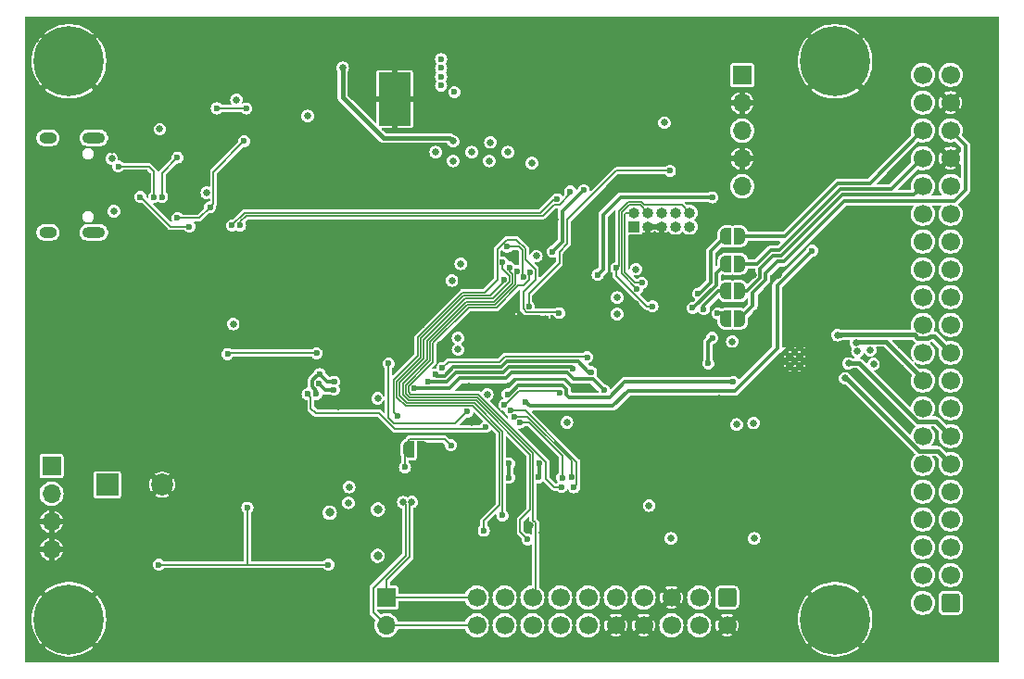
<source format=gbr>
%TF.GenerationSoftware,KiCad,Pcbnew,8.0.4-1.fc40*%
%TF.CreationDate,2024-09-05T19:31:19+01:00*%
%TF.ProjectId,better-lamp-controller,62657474-6572-42d6-9c61-6d702d636f6e,rev?*%
%TF.SameCoordinates,Original*%
%TF.FileFunction,Copper,L4,Bot*%
%TF.FilePolarity,Positive*%
%FSLAX46Y46*%
G04 Gerber Fmt 4.6, Leading zero omitted, Abs format (unit mm)*
G04 Created by KiCad (PCBNEW 8.0.4-1.fc40) date 2024-09-05 19:31:19*
%MOMM*%
%LPD*%
G01*
G04 APERTURE LIST*
G04 Aperture macros list*
%AMRoundRect*
0 Rectangle with rounded corners*
0 $1 Rounding radius*
0 $2 $3 $4 $5 $6 $7 $8 $9 X,Y pos of 4 corners*
0 Add a 4 corners polygon primitive as box body*
4,1,4,$2,$3,$4,$5,$6,$7,$8,$9,$2,$3,0*
0 Add four circle primitives for the rounded corners*
1,1,$1+$1,$2,$3*
1,1,$1+$1,$4,$5*
1,1,$1+$1,$6,$7*
1,1,$1+$1,$8,$9*
0 Add four rect primitives between the rounded corners*
20,1,$1+$1,$2,$3,$4,$5,0*
20,1,$1+$1,$4,$5,$6,$7,0*
20,1,$1+$1,$6,$7,$8,$9,0*
20,1,$1+$1,$8,$9,$2,$3,0*%
%AMFreePoly0*
4,1,19,0.500000,-0.750000,0.000000,-0.750000,0.000000,-0.744911,-0.071157,-0.744911,-0.207708,-0.704816,-0.327430,-0.627875,-0.420627,-0.520320,-0.479746,-0.390866,-0.500000,-0.250000,-0.500000,0.250000,-0.479746,0.390866,-0.420627,0.520320,-0.327430,0.627875,-0.207708,0.704816,-0.071157,0.744911,0.000000,0.744911,0.000000,0.750000,0.500000,0.750000,0.500000,-0.750000,0.500000,-0.750000,
$1*%
%AMFreePoly1*
4,1,19,0.000000,0.744911,0.071157,0.744911,0.207708,0.704816,0.327430,0.627875,0.420627,0.520320,0.479746,0.390866,0.500000,0.250000,0.500000,-0.250000,0.479746,-0.390866,0.420627,-0.520320,0.327430,-0.627875,0.207708,-0.704816,0.071157,-0.744911,0.000000,-0.744911,0.000000,-0.750000,-0.500000,-0.750000,-0.500000,0.750000,0.000000,0.750000,0.000000,0.744911,0.000000,0.744911,
$1*%
G04 Aperture macros list end*
%TA.AperFunction,ComponentPad*%
%ADD10RoundRect,0.250000X0.600000X0.600000X-0.600000X0.600000X-0.600000X-0.600000X0.600000X-0.600000X0*%
%TD*%
%TA.AperFunction,ComponentPad*%
%ADD11C,1.700000*%
%TD*%
%TA.AperFunction,ComponentPad*%
%ADD12R,1.700000X1.700000*%
%TD*%
%TA.AperFunction,ComponentPad*%
%ADD13O,1.700000X1.700000*%
%TD*%
%TA.AperFunction,ComponentPad*%
%ADD14R,2.000000X2.000000*%
%TD*%
%TA.AperFunction,ComponentPad*%
%ADD15C,2.000000*%
%TD*%
%TA.AperFunction,ComponentPad*%
%ADD16RoundRect,0.250000X-0.600000X0.600000X-0.600000X-0.600000X0.600000X-0.600000X0.600000X0.600000X0*%
%TD*%
%TA.AperFunction,HeatsinkPad*%
%ADD17C,0.437500*%
%TD*%
%TA.AperFunction,ComponentPad*%
%ADD18C,6.400000*%
%TD*%
%TA.AperFunction,ComponentPad*%
%ADD19O,2.100000X1.000000*%
%TD*%
%TA.AperFunction,ComponentPad*%
%ADD20O,1.600000X1.000000*%
%TD*%
%TA.AperFunction,ComponentPad*%
%ADD21R,1.000000X1.000000*%
%TD*%
%TA.AperFunction,ComponentPad*%
%ADD22O,1.000000X1.000000*%
%TD*%
%TA.AperFunction,ComponentPad*%
%ADD23C,0.600000*%
%TD*%
%TA.AperFunction,SMDPad,CuDef*%
%ADD24R,2.950000X4.900000*%
%TD*%
%TA.AperFunction,HeatsinkPad*%
%ADD25C,0.500000*%
%TD*%
%TA.AperFunction,HeatsinkPad*%
%ADD26R,3.200000X3.200000*%
%TD*%
%TA.AperFunction,SMDPad,CuDef*%
%ADD27FreePoly0,0.000000*%
%TD*%
%TA.AperFunction,SMDPad,CuDef*%
%ADD28FreePoly1,0.000000*%
%TD*%
%TA.AperFunction,SMDPad,CuDef*%
%ADD29FreePoly0,180.000000*%
%TD*%
%TA.AperFunction,SMDPad,CuDef*%
%ADD30FreePoly1,180.000000*%
%TD*%
%TA.AperFunction,ViaPad*%
%ADD31C,0.650000*%
%TD*%
%TA.AperFunction,ViaPad*%
%ADD32C,0.600000*%
%TD*%
%TA.AperFunction,ViaPad*%
%ADD33C,0.800000*%
%TD*%
%TA.AperFunction,Conductor*%
%ADD34C,0.380000*%
%TD*%
%TA.AperFunction,Conductor*%
%ADD35C,0.150000*%
%TD*%
%TA.AperFunction,Conductor*%
%ADD36C,0.200000*%
%TD*%
%TA.AperFunction,Conductor*%
%ADD37C,0.400000*%
%TD*%
G04 APERTURE END LIST*
D10*
%TO.P,J1,1,Pin_1*%
%TO.N,/CS1*%
X160540000Y-125500000D03*
D11*
%TO.P,J1,2,Pin_2*%
%TO.N,/CS0*%
X158000000Y-125500000D03*
%TO.P,J1,3,Pin_3*%
%TO.N,/CS3*%
X160540000Y-122960000D03*
%TO.P,J1,4,Pin_4*%
%TO.N,/CS2*%
X158000000Y-122960000D03*
%TO.P,J1,5,Pin_5*%
%TO.N,/CS5*%
X160540000Y-120420000D03*
%TO.P,J1,6,Pin_6*%
%TO.N,/CS4*%
X158000000Y-120420000D03*
%TO.P,J1,7,Pin_7*%
%TO.N,/CS7*%
X160540000Y-117880000D03*
%TO.P,J1,8,Pin_8*%
%TO.N,/CS6*%
X158000000Y-117880000D03*
%TO.P,J1,9,Pin_9*%
%TO.N,/SW1*%
X160540000Y-115340000D03*
%TO.P,J1,10,Pin_10*%
%TO.N,/CS8*%
X158000000Y-115340000D03*
%TO.P,J1,11,Pin_11*%
%TO.N,/SW3*%
X160540000Y-112800000D03*
%TO.P,J1,12,Pin_12*%
%TO.N,/SW0*%
X158000000Y-112800000D03*
%TO.P,J1,13,Pin_13*%
%TO.N,/SW5*%
X160540000Y-110260000D03*
%TO.P,J1,14,Pin_14*%
%TO.N,/SW2*%
X158000000Y-110260000D03*
%TO.P,J1,15,Pin_15*%
%TO.N,/SW7*%
X160540000Y-107720000D03*
%TO.P,J1,16,Pin_16*%
%TO.N,/SW4*%
X158000000Y-107720000D03*
%TO.P,J1,17,Pin_17*%
%TO.N,/SW9*%
X160540000Y-105180000D03*
%TO.P,J1,18,Pin_18*%
%TO.N,/SW6*%
X158000000Y-105180000D03*
%TO.P,J1,19,Pin_19*%
%TO.N,/SW8*%
X160540000Y-102640000D03*
%TO.P,J1,20,Pin_20*%
%TO.N,unconnected-(J1-Pin_20-Pad20)*%
X158000000Y-102640000D03*
%TO.P,J1,21,Pin_21*%
%TO.N,/SW10*%
X160540000Y-100100000D03*
%TO.P,J1,22,Pin_22*%
%TO.N,/CS9*%
X158000000Y-100100000D03*
%TO.P,J1,23,Pin_23*%
%TO.N,/CS10*%
X160540000Y-97560000D03*
%TO.P,J1,24,Pin_24*%
%TO.N,/CS11*%
X158000000Y-97560000D03*
%TO.P,J1,25,Pin_25*%
%TO.N,/CS12*%
X160540000Y-95020000D03*
%TO.P,J1,26,Pin_26*%
%TO.N,/CS13*%
X158000000Y-95020000D03*
%TO.P,J1,27,Pin_27*%
%TO.N,/CS14*%
X160540000Y-92480000D03*
%TO.P,J1,28,Pin_28*%
%TO.N,/CS15*%
X158000000Y-92480000D03*
%TO.P,J1,29,Pin_29*%
%TO.N,/CS16*%
X160540000Y-89940000D03*
%TO.P,J1,30,Pin_30*%
%TO.N,/CS17*%
X158000000Y-89940000D03*
%TO.P,J1,31,Pin_31*%
%TO.N,+5V*%
X160540000Y-87400000D03*
%TO.P,J1,32,Pin_32*%
%TO.N,/EXT_SCLK*%
X158000000Y-87400000D03*
%TO.P,J1,33,Pin_33*%
%TO.N,GND*%
X160540000Y-84860000D03*
%TO.P,J1,34,Pin_34*%
%TO.N,/EXT_MOSI*%
X158000000Y-84860000D03*
%TO.P,J1,35,Pin_35*%
%TO.N,/EXT_VSYNC*%
X160540000Y-82320000D03*
%TO.P,J1,36,Pin_36*%
%TO.N,/EXT_MISO*%
X158000000Y-82320000D03*
%TO.P,J1,37,Pin_37*%
%TO.N,GND*%
X160540000Y-79780000D03*
%TO.P,J1,38,Pin_38*%
%TO.N,/Ext_CS0*%
X158000000Y-79780000D03*
%TO.P,J1,39,Pin_39*%
%TO.N,/Ext_CS1*%
X160540000Y-77240000D03*
%TO.P,J1,40,Pin_40*%
%TO.N,/Ext_CS2*%
X158000000Y-77240000D03*
%TD*%
D12*
%TO.P,J6,1,Pin_1*%
%TO.N,/Audio+*%
X109000000Y-125000000D03*
D13*
%TO.P,J6,2,Pin_2*%
%TO.N,/Audio-*%
X109000000Y-127540000D03*
%TD*%
D14*
%TO.P,C13,1*%
%TO.N,+5V*%
X83500000Y-114700000D03*
D15*
%TO.P,C13,2*%
%TO.N,GND*%
X88500000Y-114700000D03*
%TD*%
D16*
%TO.P,J4,1,Pin_1*%
%TO.N,/I2C_SCL*%
X140120000Y-125000000D03*
D11*
%TO.P,J4,2,Pin_2*%
%TO.N,GND*%
X140120000Y-127540000D03*
%TO.P,J4,3,Pin_3*%
%TO.N,/I2C_SDA*%
X137580000Y-125000000D03*
%TO.P,J4,4,Pin_4*%
%TO.N,unconnected-(J4-Pin_4-Pad4)*%
X137580000Y-127540000D03*
%TO.P,J4,5,Pin_5*%
%TO.N,GND*%
X135040000Y-125000000D03*
%TO.P,J4,6,Pin_6*%
%TO.N,+5V*%
X135040000Y-127540000D03*
%TO.P,J4,7,Pin_7*%
X132500000Y-125000000D03*
%TO.P,J4,8,Pin_8*%
%TO.N,GND*%
X132500000Y-127540000D03*
%TO.P,J4,9,Pin_9*%
%TO.N,+3V3*%
X129960000Y-125000000D03*
%TO.P,J4,10,Pin_10*%
%TO.N,GND*%
X129960000Y-127540000D03*
%TO.P,J4,11,Pin_11*%
%TO.N,/SWI1*%
X127420000Y-125000000D03*
%TO.P,J4,12,Pin_12*%
%TO.N,/SWI2*%
X127420000Y-127540000D03*
%TO.P,J4,13,Pin_13*%
%TO.N,/SWI3*%
X124880000Y-125000000D03*
%TO.P,J4,14,Pin_14*%
%TO.N,/SWI4*%
X124880000Y-127540000D03*
%TO.P,J4,15,Pin_15*%
%TO.N,/Vref*%
X122340000Y-125000000D03*
%TO.P,J4,16,Pin_16*%
%TO.N,/AIN1*%
X122340000Y-127540000D03*
%TO.P,J4,17,Pin_17*%
%TO.N,/AIN3*%
X119800000Y-125000000D03*
%TO.P,J4,18,Pin_18*%
%TO.N,/AIN2*%
X119800000Y-127540000D03*
%TO.P,J4,19,Pin_19*%
%TO.N,/Audio+*%
X117260000Y-125000000D03*
%TO.P,J4,20,Pin_20*%
%TO.N,/Audio-*%
X117260000Y-127540000D03*
%TD*%
D12*
%TO.P,J7,1,Pin_1*%
%TO.N,+5V*%
X78400000Y-112980000D03*
D13*
%TO.P,J7,2,Pin_2*%
X78400000Y-115520000D03*
%TO.P,J7,3,Pin_3*%
%TO.N,GND*%
X78400000Y-118060000D03*
%TO.P,J7,4,Pin_4*%
X78400000Y-120600000D03*
%TD*%
D17*
%TO.P,U1,41,EP*%
%TO.N,GND*%
X145425000Y-104275000D03*
X146300000Y-104275000D03*
X147175000Y-104275000D03*
X145425000Y-103400000D03*
X146300000Y-103400000D03*
X147175000Y-103400000D03*
X145425000Y-102525000D03*
X146300000Y-102525000D03*
X147175000Y-102525000D03*
%TD*%
D18*
%TO.P,H3,1,1*%
%TO.N,GND*%
X80000000Y-127000000D03*
%TD*%
%TO.P,H1,1,1*%
%TO.N,GND*%
X150000000Y-76000000D03*
%TD*%
%TO.P,H4,1,1*%
%TO.N,GND*%
X80000000Y-76000000D03*
%TD*%
D12*
%TO.P,J5,1,Pin_1*%
%TO.N,+5V*%
X141500000Y-77252500D03*
D13*
%TO.P,J5,2,Pin_2*%
%TO.N,GND*%
X141500000Y-79792500D03*
%TO.P,J5,3,Pin_3*%
%TO.N,/WS2812_HV*%
X141500000Y-82332500D03*
%TO.P,J5,4,Pin_4*%
%TO.N,GND*%
X141500000Y-84872500D03*
%TO.P,J5,5,Pin_5*%
%TO.N,+5V*%
X141500000Y-87412500D03*
%TD*%
D19*
%TO.P,J3,S1,SHIELD*%
%TO.N,/MCU/USB_SHLD*%
X82260000Y-83000000D03*
D20*
X78080000Y-83000000D03*
D19*
X82260000Y-91640000D03*
D20*
X78080000Y-91640000D03*
%TD*%
D21*
%TO.P,J9,1,VTref*%
%TO.N,+3V3*%
X131620000Y-91100000D03*
D22*
%TO.P,J9,2,SWDIO/TMS*%
%TO.N,/MCU/SWD*%
X131620000Y-89830000D03*
%TO.P,J9,3,GND*%
%TO.N,GND*%
X132890000Y-91100000D03*
%TO.P,J9,4,SWDCLK/TCK*%
%TO.N,/MCU/SWCLK*%
X132890000Y-89830000D03*
%TO.P,J9,5,GND*%
%TO.N,GND*%
X134160000Y-91100000D03*
%TO.P,J9,6,SWO/TDO*%
%TO.N,unconnected-(J9-SWO{slash}TDO-Pad6)*%
X134160000Y-89830000D03*
%TO.P,J9,7,KEY*%
%TO.N,unconnected-(J9-KEY-Pad7)*%
X135430000Y-91100000D03*
%TO.P,J9,8,NC/TDI*%
%TO.N,unconnected-(J9-NC{slash}TDI-Pad8)*%
X135430000Y-89830000D03*
%TO.P,J9,9,GNDDetect*%
%TO.N,unconnected-(J9-GNDDetect-Pad9)*%
X136700000Y-91100000D03*
%TO.P,J9,10,~{RESET}*%
%TO.N,/MCU/RST*%
X136700000Y-89830000D03*
%TD*%
D23*
%TO.P,U9,9,GND*%
%TO.N,GND*%
X110400000Y-81395000D03*
X110400000Y-80095000D03*
X110400000Y-78795000D03*
X110400000Y-77495000D03*
D24*
X109750000Y-79445000D03*
D23*
X109100000Y-81395000D03*
X109100000Y-80095000D03*
X109100000Y-78795000D03*
X109100000Y-77495000D03*
%TD*%
D18*
%TO.P,H2,1,1*%
%TO.N,GND*%
X150000000Y-127000000D03*
%TD*%
D25*
%TO.P,U3,57,GND*%
%TO.N,GND*%
X120850000Y-102200000D03*
X123550000Y-102200000D03*
D26*
X122200000Y-100850000D03*
D25*
X120850000Y-99500000D03*
X123550000Y-99500000D03*
%TD*%
D27*
%TO.P,JP5,1,A*%
%TO.N,/LED_VSYNC*%
X140000000Y-99500000D03*
D28*
%TO.P,JP5,2,B*%
%TO.N,/EXT_VSYNC*%
X141300000Y-99500000D03*
%TD*%
D29*
%TO.P,JP1,1,A*%
%TO.N,GND*%
X112300000Y-111475000D03*
D30*
%TO.P,JP1,2,B*%
%TO.N,/MCU/SSel*%
X111000000Y-111475000D03*
%TD*%
D27*
%TO.P,JP2,1,A*%
%TO.N,/LED_SCK*%
X140000000Y-97000000D03*
D28*
%TO.P,JP2,2,B*%
%TO.N,/EXT_SCLK*%
X141300000Y-97000000D03*
%TD*%
D27*
%TO.P,JP3,1,A*%
%TO.N,/LED_MOSI*%
X140000000Y-94500000D03*
D28*
%TO.P,JP3,2,B*%
%TO.N,/EXT_MOSI*%
X141300000Y-94500000D03*
%TD*%
D27*
%TO.P,JP4,1,A*%
%TO.N,/LED_MISO*%
X140000000Y-92000000D03*
D28*
%TO.P,JP4,2,B*%
%TO.N,/EXT_MISO*%
X141300000Y-92000000D03*
%TD*%
D31*
%TO.N,GND*%
X144800000Y-95500000D03*
X149600000Y-91200000D03*
X142489353Y-95498479D03*
X142500000Y-93300000D03*
%TO.N,+3V3*%
X118500000Y-83400000D03*
D32*
%TO.N,GND*%
X122500000Y-84000000D03*
X122500000Y-82000000D03*
X120300000Y-86700000D03*
X121000000Y-85500000D03*
D31*
X120300000Y-93800000D03*
X103000000Y-75000000D03*
X111000000Y-75000000D03*
X96000000Y-78000000D03*
X100000000Y-78000000D03*
X96000000Y-85000000D03*
X98000000Y-85000000D03*
X111000000Y-95000000D03*
X112000000Y-94000000D03*
X110000000Y-94000000D03*
X108000000Y-91000000D03*
X111000000Y-92000000D03*
X119000000Y-92000000D03*
X117000000Y-92000000D03*
X113000000Y-92000000D03*
X109000000Y-92000000D03*
X124440000Y-90500000D03*
X126500000Y-90700000D03*
X138300000Y-89700000D03*
X137500000Y-92600000D03*
X136100000Y-94000000D03*
X120200000Y-122800000D03*
X117900000Y-122800000D03*
X121900000Y-122800000D03*
X123400000Y-122800000D03*
X126200000Y-122800000D03*
X135000000Y-122800000D03*
X129200000Y-122800000D03*
X151500000Y-86100000D03*
X144900000Y-87900000D03*
X144900000Y-91000000D03*
X142500000Y-91000000D03*
X137500000Y-94000000D03*
X136600000Y-101800000D03*
X136600000Y-104400000D03*
X136600000Y-107000000D03*
X133700000Y-107000000D03*
X132200000Y-108500000D03*
X133800000Y-110000000D03*
X135100000Y-111300000D03*
X132100000Y-111300000D03*
X130800000Y-110000000D03*
X128800000Y-110000000D03*
X127600000Y-115000000D03*
X107000000Y-128500000D03*
X107000000Y-124000000D03*
X107000000Y-126300000D03*
X111200000Y-128500000D03*
X111200000Y-124000000D03*
X111200000Y-126300000D03*
X112300000Y-121200000D03*
X114100000Y-116400000D03*
X118500000Y-112300000D03*
X118500000Y-116000000D03*
X120300000Y-111100000D03*
X121300000Y-116000000D03*
X123200000Y-116000000D03*
X121900000Y-109900000D03*
X124300000Y-112500000D03*
D32*
X115000000Y-126800000D03*
X115000000Y-124000000D03*
X142000000Y-127000000D03*
X142000000Y-124000000D03*
X145000000Y-114000000D03*
X138000000Y-78000000D03*
X138000000Y-75000000D03*
X149000000Y-120000000D03*
X145000000Y-120000000D03*
X149000000Y-117000000D03*
X145000000Y-117000000D03*
X83000000Y-109000000D03*
X79000000Y-109000000D03*
X83000000Y-106000000D03*
X79000000Y-106000000D03*
X83000000Y-103000000D03*
X79000000Y-103000000D03*
X83000000Y-100000000D03*
X79000000Y-100000000D03*
X104000000Y-99000000D03*
X100000000Y-99000000D03*
X104000000Y-96000000D03*
X100000000Y-96000000D03*
X96000000Y-113000000D03*
X92000000Y-113000000D03*
X96000000Y-110000000D03*
X92000000Y-110000000D03*
X150000000Y-84000000D03*
X146000000Y-84000000D03*
X150000000Y-81000000D03*
X146000000Y-81000000D03*
X130000000Y-84000000D03*
X126000000Y-84000000D03*
X130000000Y-81000000D03*
X126000000Y-81000000D03*
X98000000Y-78000000D03*
X98000000Y-75000000D03*
X94000000Y-75000000D03*
X90000000Y-78000000D03*
X86000000Y-78000000D03*
X90000000Y-75000000D03*
X86000000Y-75000000D03*
X134000000Y-78000000D03*
X130000000Y-78000000D03*
X134000000Y-75000000D03*
X130000000Y-75000000D03*
X122000000Y-78000000D03*
X126000000Y-78000000D03*
X126000000Y-75000000D03*
X122000000Y-75000000D03*
X164000000Y-129000000D03*
X164000000Y-126000000D03*
X164000000Y-122000000D03*
X164000000Y-114000000D03*
X164000000Y-118000000D03*
X164000000Y-110000000D03*
X164000000Y-106000000D03*
X164000000Y-98000000D03*
X164000000Y-102000000D03*
X164000000Y-94000000D03*
X164000000Y-90000000D03*
X164000000Y-86000000D03*
X164000000Y-82000000D03*
X164000000Y-74000000D03*
X164000000Y-78000000D03*
X77000000Y-110000000D03*
X77000000Y-96000000D03*
X77000000Y-100000000D03*
X77000000Y-78000000D03*
X77000000Y-74000000D03*
X134000000Y-130500000D03*
X158000000Y-130500000D03*
X118000000Y-130500000D03*
X122000000Y-130500000D03*
X126000000Y-130500000D03*
X146000000Y-130500000D03*
X162000000Y-130500000D03*
X110000000Y-130500000D03*
X114000000Y-130500000D03*
X130000000Y-130500000D03*
X78000000Y-130500000D03*
X154000000Y-130500000D03*
X82000000Y-130500000D03*
X138000000Y-130500000D03*
X106000000Y-130500000D03*
X86000000Y-130500000D03*
X90000000Y-130500000D03*
X142000000Y-130500000D03*
X102000000Y-130500000D03*
X94000000Y-130500000D03*
X98000000Y-130500000D03*
X78000000Y-72400000D03*
X82000000Y-72400000D03*
X150000000Y-72200000D03*
X154000000Y-72400000D03*
X158000000Y-72400000D03*
X162000000Y-72400000D03*
X134000000Y-72400000D03*
X138000000Y-72400000D03*
X142000000Y-72400000D03*
X146000000Y-72400000D03*
X118000000Y-72400000D03*
X122000000Y-72400000D03*
X126000000Y-72400000D03*
X130000000Y-72400000D03*
X102000000Y-72400000D03*
X106000000Y-72400000D03*
X110000000Y-72400000D03*
X114000000Y-72400000D03*
X94000000Y-72400000D03*
X98000000Y-72400000D03*
X90000000Y-72400000D03*
X86000000Y-72400000D03*
D31*
X106000000Y-93000000D03*
D32*
X155600000Y-113500000D03*
D31*
X131800000Y-98200000D03*
X87400000Y-84100000D03*
X84000000Y-90600000D03*
X102500000Y-93000000D03*
X137970000Y-116610958D03*
X78200000Y-81200000D03*
X113874767Y-101874767D03*
D32*
X155500000Y-108200000D03*
D31*
X129900000Y-104600000D03*
X129200000Y-120700000D03*
D32*
X98800000Y-120200000D03*
X150600000Y-107700000D03*
X115000000Y-87500000D03*
X110000000Y-89000000D03*
X111000000Y-87500000D03*
D31*
X98500000Y-89000000D03*
X139100000Y-109100000D03*
D32*
X102000000Y-78000000D03*
D31*
X87400000Y-90200000D03*
D32*
X102000000Y-76000000D03*
X96200000Y-128600000D03*
D31*
X123200000Y-119100000D03*
X108000000Y-95000000D03*
X105525000Y-121150000D03*
D32*
X105500000Y-88500000D03*
D31*
X153300000Y-106000000D03*
X126100000Y-110800000D03*
D32*
X117000000Y-75000000D03*
D31*
X105000000Y-92000000D03*
X100500000Y-87500000D03*
D32*
X102000000Y-80000000D03*
D31*
X112400000Y-112400000D03*
D32*
X108000000Y-89000000D03*
D33*
X143550000Y-101050000D03*
D32*
X151500000Y-93300000D03*
D31*
X113100000Y-95200000D03*
X89400000Y-87800000D03*
D32*
X113000000Y-87500000D03*
X155900000Y-93600000D03*
X119200000Y-75800000D03*
X103000000Y-82000000D03*
X156800000Y-114100000D03*
D31*
X104500000Y-95000000D03*
X135200000Y-97600000D03*
X103825000Y-120350000D03*
D32*
X93200000Y-127400000D03*
D31*
X112300000Y-117500000D03*
X155400000Y-99400000D03*
X122100000Y-118400000D03*
D32*
X121000000Y-81000000D03*
D31*
X93600000Y-105400000D03*
X113600000Y-81300000D03*
X79200000Y-93600000D03*
X93500000Y-98300000D03*
D32*
X112000000Y-89000000D03*
X118000000Y-89000000D03*
D31*
X100500000Y-91000000D03*
X108600000Y-109600000D03*
D32*
X103000000Y-84000000D03*
X119000000Y-75000000D03*
D31*
X105500000Y-96000000D03*
X106500000Y-97000000D03*
X83900000Y-84119997D03*
D32*
X119000000Y-87500000D03*
D31*
X116500000Y-105700000D03*
D32*
X154000000Y-111000000D03*
D31*
X107000000Y-94000000D03*
X104000000Y-91000000D03*
X99400000Y-108800000D03*
D33*
X109225000Y-119450000D03*
D31*
X137900000Y-85700000D03*
D32*
X109000000Y-87500000D03*
X96200000Y-123600000D03*
D31*
X156000000Y-101935000D03*
X96200000Y-82200000D03*
D32*
X91600000Y-123600000D03*
X152200000Y-109100000D03*
X119200000Y-77000000D03*
D31*
X113100000Y-96600000D03*
X109000000Y-96000000D03*
X131700000Y-99500000D03*
X83500000Y-81200000D03*
X92100000Y-78700000D03*
X126200000Y-97675000D03*
D32*
X111000000Y-76000000D03*
D31*
X117100000Y-80600000D03*
X87600000Y-92200000D03*
X151500000Y-90500000D03*
X126800000Y-105900000D03*
D32*
X100800000Y-123600000D03*
D31*
X96900000Y-100500000D03*
X97500000Y-88000000D03*
X103500000Y-94000000D03*
X103700000Y-79300000D03*
X100800000Y-106500000D03*
X116200000Y-120700000D03*
X77400000Y-108800000D03*
D32*
X104000000Y-85000000D03*
D31*
X116900000Y-79700000D03*
D32*
X103500000Y-86500000D03*
D31*
X114700000Y-113300000D03*
D32*
X99400000Y-127200000D03*
D31*
X101500000Y-92000000D03*
X109500000Y-100000000D03*
X154400000Y-82800000D03*
X124700000Y-101900000D03*
X137000000Y-116600000D03*
D32*
X120000000Y-89000000D03*
D31*
X125600000Y-85300000D03*
X129200000Y-119100000D03*
X124100000Y-92400000D03*
X116800000Y-109000000D03*
X135300000Y-99900000D03*
X116100000Y-80500000D03*
D32*
X119200000Y-78400000D03*
D31*
X93400000Y-95200000D03*
X119000000Y-120600000D03*
D32*
X117000000Y-87500000D03*
X149400000Y-106300000D03*
D31*
X101500000Y-88500000D03*
X112220638Y-100120638D03*
X117100000Y-94400000D03*
X139400000Y-106765000D03*
D32*
X154500000Y-98300000D03*
X116000000Y-89000000D03*
D31*
X101600000Y-82600000D03*
X108000000Y-98500000D03*
X124600000Y-87700000D03*
D32*
X93400000Y-120200000D03*
D31*
X88200000Y-80600000D03*
X118500000Y-80500000D03*
D32*
X107000000Y-87500000D03*
D31*
X132720515Y-103008371D03*
D32*
X121000000Y-83000000D03*
D31*
X92500000Y-82800000D03*
X103900000Y-114100000D03*
X156000000Y-104000000D03*
D32*
X105000000Y-87000000D03*
D31*
X133700000Y-84100000D03*
D32*
X115000000Y-75000000D03*
X113000000Y-75000000D03*
X114000000Y-89000000D03*
X152400000Y-98300000D03*
D31*
X142770227Y-98970227D03*
X88000000Y-91000000D03*
X88200000Y-93530000D03*
X104600000Y-107600000D03*
X133600000Y-114100000D03*
D32*
X153400000Y-93300000D03*
D31*
X119900000Y-80500000D03*
%TO.N,+5V*%
X153200000Y-102400000D03*
X153500000Y-103669921D03*
X152040769Y-102522195D03*
D32*
X114000000Y-77400000D03*
D31*
X88300000Y-82200000D03*
D32*
X115200000Y-78800000D03*
D31*
X95300000Y-79500000D03*
D33*
X108200000Y-121200000D03*
D31*
X84100000Y-89700000D03*
X83900000Y-84900000D03*
D32*
X114000000Y-76600000D03*
D31*
X134400000Y-81600000D03*
D32*
X114000000Y-75800000D03*
D31*
X105525000Y-116350000D03*
D33*
X103825000Y-117250000D03*
X108225000Y-116950000D03*
D32*
X114000000Y-78200000D03*
D31*
%TO.N,+3V3*%
X118400000Y-85100000D03*
X115100000Y-85100000D03*
X115100000Y-83300000D03*
X130082500Y-99088969D03*
X120100000Y-84300000D03*
X125500000Y-109000000D03*
X118214532Y-106465000D03*
X142600000Y-119600000D03*
X105600000Y-114900000D03*
X101800000Y-81000000D03*
X116800000Y-84300000D03*
X131800000Y-95000000D03*
X142550000Y-109050000D03*
X141000000Y-109200000D03*
X105000000Y-76600000D03*
X108200000Y-106800000D03*
X133000000Y-116600000D03*
X113500000Y-84300000D03*
X135000000Y-119600000D03*
X115545000Y-101286845D03*
X140600000Y-101605000D03*
X115800000Y-94500000D03*
X95000000Y-100000000D03*
X92600000Y-88000000D03*
X122700000Y-93800000D03*
X122300000Y-85300000D03*
%TO.N,+1V1*%
X114981650Y-96024240D03*
X115550000Y-102350000D03*
X130082500Y-97582619D03*
%TO.N,/SW5*%
X151222977Y-103596666D03*
D32*
%TO.N,/Ext_CS0*%
X121719974Y-107100000D03*
X147900000Y-93300000D03*
%TO.N,/Ext_CS2*%
X124172741Y-93386372D03*
X127030000Y-87770000D03*
D31*
%TO.N,/SW6*%
X151900000Y-101755000D03*
D32*
%TO.N,/SD_DET*%
X109200000Y-103604982D03*
X116400000Y-108009999D03*
D31*
%TO.N,/SW3*%
X150914697Y-104970581D03*
%TO.N,/SW8*%
X150200000Y-101015000D03*
D32*
%TO.N,/SPI1_MOSI*%
X128900000Y-106060000D03*
X104195889Y-106019559D03*
X102843912Y-105449009D03*
X111552690Y-105909999D03*
%TO.N,/SPI1_SD_CS*%
X114120280Y-104016008D03*
X94500000Y-102750000D03*
X127350000Y-103050000D03*
X102627316Y-102672684D03*
%TO.N,/SPI1_SCK*%
X127700000Y-104400000D03*
X113468881Y-104624982D03*
%TO.N,/SPI1_MISO*%
X102585000Y-106400000D03*
X126004630Y-104050000D03*
X102900000Y-104600000D03*
X112823862Y-105270000D03*
X104221660Y-105270000D03*
%TO.N,/RTC_VBat*%
X88200000Y-122000000D03*
X96300000Y-116800000D03*
X103700000Y-122000000D03*
%TO.N,/MCU/UC_CC2*%
X89900000Y-84800000D03*
X88500000Y-88400000D03*
%TO.N,/MCU/SWCLK_GATED*%
X87779997Y-88400000D03*
X84500000Y-85600000D03*
%TO.N,/MCU/SWD_GATED*%
X91000000Y-91100000D03*
X86500000Y-88400000D03*
%TO.N,/AIN3*%
X119755288Y-95931543D03*
X117900000Y-118900000D03*
%TO.N,/AIN2*%
X119600000Y-117500000D03*
X119617586Y-94372294D03*
%TO.N,/AIN1*%
X121900000Y-119700000D03*
X120237500Y-94824193D03*
%TO.N,/Vref*%
X120920821Y-95184880D03*
D31*
%TO.N,/Audio+*%
X111316136Y-116268948D03*
%TO.N,/Audio-*%
X110536866Y-116302738D03*
D32*
%TO.N,/MCU/SSel*%
X110700000Y-113100000D03*
X114900018Y-111100018D03*
%TO.N,/LED_SCK*%
X137990001Y-98655549D03*
%TO.N,/LED_MOSI*%
X136964677Y-98535323D03*
%TO.N,/LED_MISO*%
X138772549Y-101267451D03*
X137472218Y-97222684D03*
X138400000Y-103600000D03*
%TO.N,/LED_VSYNC*%
X139270000Y-99030000D03*
%TO.N,/SPI1_RTC_CS*%
X124800000Y-106250000D03*
X101800000Y-106400000D03*
X119784797Y-107385489D03*
X118099982Y-109400018D03*
%TO.N,/RTC_INT*%
X124780000Y-98998359D03*
X110000000Y-108400000D03*
%TO.N,/MCU/CC1_DET*%
X96200000Y-80300000D03*
X93500000Y-80300000D03*
%TO.N,/LED_CS*%
X140700000Y-105300000D03*
X120075000Y-106419098D03*
%TO.N,/MCU/SWCLK*%
X95620003Y-91000000D03*
X131900000Y-96800000D03*
X125800000Y-87900000D03*
%TO.N,/MCU/SWD*%
X94900000Y-91000000D03*
X124600000Y-88597451D03*
X132349782Y-96237773D03*
%TO.N,/MCU/USBC_DAM*%
X92900000Y-89324999D03*
X121500000Y-95700000D03*
X96000000Y-83300000D03*
X89906531Y-90319587D03*
X120050018Y-92950018D03*
%TO.N,/Ext_CS1*%
X138777218Y-88432782D03*
X128300000Y-95500000D03*
%TO.N,/BCLK*%
X122940907Y-112735907D03*
X122905000Y-114020000D03*
%TO.N,/LRCLK*%
X120200000Y-112760000D03*
X120200000Y-114040000D03*
%TO.N,/WS2812_LV*%
X134900000Y-86000000D03*
X122000000Y-98400000D03*
%TO.N,/MCU/RST*%
X130005000Y-94900000D03*
X133300000Y-98400000D03*
%TO.N,/SWI1*%
X120305629Y-107882618D03*
X126127499Y-114927535D03*
%TO.N,/SWI2*%
X125900000Y-114000000D03*
X120690881Y-108490881D03*
%TO.N,/SWI3*%
X121200000Y-109000000D03*
X125070723Y-114040000D03*
%TO.N,/SWI4*%
X122106378Y-95311790D03*
X125000000Y-114900000D03*
D31*
%TO.N,GND*%
X115000000Y-92000000D03*
%TD*%
D34*
%TO.N,/Ext_CS0*%
X147900000Y-93300000D02*
X145445000Y-95755000D01*
X145445000Y-95755000D02*
X145445000Y-95767168D01*
X140830000Y-106100000D02*
X131100000Y-106100000D01*
X145445000Y-95767168D02*
X145067168Y-96145000D01*
X145067168Y-96145000D02*
X145055000Y-96145000D01*
X145055000Y-96145000D02*
X144700000Y-96500000D01*
X144700000Y-96500000D02*
X144700000Y-102230000D01*
X144700000Y-102230000D02*
X140830000Y-106100000D01*
X131100000Y-106100000D02*
X129700000Y-107500000D01*
X129700000Y-107500000D02*
X122119974Y-107500000D01*
X122119974Y-107500000D02*
X121719974Y-107100000D01*
%TO.N,/EXT_MOSI*%
X158000000Y-84860000D02*
X157940000Y-84860000D01*
X157940000Y-84860000D02*
X155135233Y-87664767D01*
X144120000Y-93280000D02*
X142900000Y-94500000D01*
X155135233Y-87664767D02*
X150485699Y-87664767D01*
X150485699Y-87664767D02*
X144870466Y-93280000D01*
X144870466Y-93280000D02*
X144120000Y-93280000D01*
X142900000Y-94500000D02*
X141300000Y-94500000D01*
%TO.N,/EXT_SCLK*%
X141300000Y-97000000D02*
X141944767Y-97000000D01*
X141944767Y-97000000D02*
X141944767Y-96955233D01*
X157205233Y-88194767D02*
X158000000Y-87400000D01*
X141944767Y-96955233D02*
X143134353Y-95765647D01*
X145081714Y-93790000D02*
X150676947Y-88194767D01*
X143134353Y-95765647D02*
X143134353Y-94986895D01*
X143134353Y-94986895D02*
X144331248Y-93790000D01*
X144331248Y-93790000D02*
X145081714Y-93790000D01*
X150676947Y-88194767D02*
X157205233Y-88194767D01*
%TO.N,/EXT_VSYNC*%
X141300000Y-99500000D02*
X142474767Y-98325233D01*
X142474767Y-98325233D02*
X142474767Y-97146481D01*
X143644353Y-95355647D02*
X144700000Y-94300000D01*
X142474767Y-97146481D02*
X143644353Y-95976895D01*
X143644353Y-95976895D02*
X143644353Y-95355647D01*
X144700000Y-94300000D02*
X145292962Y-94300000D01*
X161900000Y-87722915D02*
X161900000Y-83680000D01*
X145292962Y-94300000D02*
X150868195Y-88724767D01*
X160898148Y-88724767D02*
X161900000Y-87722915D01*
X150868195Y-88724767D02*
X160898148Y-88724767D01*
X161900000Y-83680000D02*
X160540000Y-82320000D01*
D35*
%TO.N,/SWI4*%
X117398675Y-106434999D02*
X123600000Y-112636324D01*
X111234999Y-106434999D02*
X117398675Y-106434999D01*
X111027690Y-106227690D02*
X111234999Y-106434999D01*
X113239194Y-103481032D02*
X111027690Y-105692536D01*
X113239194Y-101760806D02*
X113239194Y-103481032D01*
X121045514Y-96500000D02*
X119045514Y-98500000D01*
X121500000Y-96500000D02*
X121045514Y-96500000D01*
X111027690Y-105692536D02*
X111027690Y-106227690D01*
X122000000Y-96000000D02*
X121500000Y-96500000D01*
X119045514Y-98500000D02*
X116500000Y-98500000D01*
X122000000Y-95418168D02*
X122000000Y-96000000D01*
X116500000Y-98500000D02*
X113239194Y-101760806D01*
X122106378Y-95311790D02*
X122000000Y-95418168D01*
X123600000Y-112636324D02*
X123600000Y-114150000D01*
X123600000Y-114150000D02*
X124350000Y-114900000D01*
X124350000Y-114900000D02*
X125000000Y-114900000D01*
D34*
%TO.N,/BCLK*%
X122940907Y-113984093D02*
X122905000Y-114020000D01*
X122940907Y-112735907D02*
X122940907Y-113984093D01*
D36*
%TO.N,/Audio-*%
X117260000Y-127540000D02*
X109000000Y-127540000D01*
D37*
%TO.N,GND*%
X112300000Y-112300000D02*
X112400000Y-112400000D01*
X112300000Y-111475000D02*
X112300000Y-112300000D01*
%TO.N,+3V3*%
X115100000Y-83300000D02*
X114800000Y-83000000D01*
X114800000Y-83000000D02*
X108720000Y-83000000D01*
X108720000Y-83000000D02*
X105000000Y-79280000D01*
X105000000Y-79280000D02*
X105000000Y-76600000D01*
%TO.N,/SW5*%
X152196666Y-103596666D02*
X157500000Y-108900000D01*
X157500000Y-108900000D02*
X159180000Y-108900000D01*
X159180000Y-108900000D02*
X160540000Y-110260000D01*
X151222977Y-103596666D02*
X152196666Y-103596666D01*
D34*
%TO.N,/Ext_CS2*%
X125085000Y-92474113D02*
X124172741Y-93386372D01*
X127030000Y-87770000D02*
X125085000Y-89715000D01*
X125085000Y-89715000D02*
X125085000Y-92474113D01*
%TO.N,/EXT_MISO*%
X153165233Y-87134767D02*
X157980000Y-82320000D01*
X150266165Y-87134767D02*
X153165233Y-87134767D01*
X141300000Y-92000000D02*
X145400932Y-92000000D01*
X157980000Y-82320000D02*
X158000000Y-82320000D01*
X149955699Y-87445234D02*
X150266165Y-87134767D01*
X145400932Y-92000000D02*
X149955699Y-87445234D01*
D37*
%TO.N,/SW6*%
X151900000Y-101755000D02*
X152025000Y-101630000D01*
X154630000Y-101630000D02*
X158000000Y-105000000D01*
X158000000Y-105000000D02*
X158000000Y-105180000D01*
X152025000Y-101630000D02*
X154630000Y-101630000D01*
D35*
%TO.N,/SD_DET*%
X109200000Y-108600000D02*
X109700000Y-109100000D01*
X109200000Y-103604982D02*
X109200000Y-108600000D01*
X109700000Y-109100000D02*
X115300000Y-109100000D01*
X115300000Y-109100000D02*
X116390001Y-108009999D01*
X116390001Y-108009999D02*
X116400000Y-108009999D01*
D37*
%TO.N,/SW3*%
X159340000Y-111600000D02*
X160540000Y-112800000D01*
X150914697Y-104970581D02*
X151035084Y-104970581D01*
X151035084Y-104970581D02*
X157664503Y-111600000D01*
X157664503Y-111600000D02*
X159340000Y-111600000D01*
%TO.N,/SW8*%
X150502626Y-101015000D02*
X150200000Y-101015000D01*
X159000000Y-101100000D02*
X160540000Y-102640000D01*
X150200000Y-101015000D02*
X150215000Y-101000000D01*
X158668773Y-101100000D02*
X159000000Y-101100000D01*
X157511227Y-101280000D02*
X158488773Y-101280000D01*
X157231227Y-101000000D02*
X157511227Y-101280000D01*
X150215000Y-101000000D02*
X157231227Y-101000000D01*
X158488773Y-101280000D02*
X158668773Y-101100000D01*
D34*
%TO.N,/SPI1_MOSI*%
X102843912Y-105449009D02*
X103414462Y-106019559D01*
X126089534Y-105040000D02*
X127880000Y-105040000D01*
X125519534Y-104470000D02*
X126089534Y-105040000D01*
X114790000Y-105910000D02*
X115725000Y-104975000D01*
X103414462Y-106019559D02*
X104195889Y-106019559D01*
X111552690Y-105909999D02*
X111552691Y-105910000D01*
X115725000Y-104975000D02*
X119910966Y-104975000D01*
X120415966Y-104470000D02*
X125519534Y-104470000D01*
X119910966Y-104975000D02*
X120415966Y-104470000D01*
X127880000Y-105040000D02*
X128900000Y-106060000D01*
X111552691Y-105910000D02*
X114790000Y-105910000D01*
D35*
%TO.N,/SPI1_SD_CS*%
X94595000Y-102655000D02*
X94500000Y-102750000D01*
X114636288Y-103500000D02*
X119300000Y-103500000D01*
X114120280Y-104016008D02*
X114636288Y-103500000D01*
X102627316Y-102672684D02*
X94577316Y-102672684D01*
X119805000Y-102995000D02*
X127295000Y-102995000D01*
X127295000Y-102995000D02*
X127350000Y-103050000D01*
X94577316Y-102672684D02*
X94500000Y-102750000D01*
X119300000Y-103500000D02*
X119805000Y-102995000D01*
D34*
%TO.N,/SPI1_SCK*%
X127500000Y-104400000D02*
X126510000Y-103410000D01*
X119976898Y-103410000D02*
X119471898Y-103915000D01*
X127700000Y-104400000D02*
X127500000Y-104400000D01*
X113583899Y-104740000D02*
X113468881Y-104624982D01*
X114301385Y-104740000D02*
X113583899Y-104740000D01*
X115126385Y-103915000D02*
X114301385Y-104740000D01*
X126510000Y-103410000D02*
X119976898Y-103410000D01*
X119471898Y-103915000D02*
X115126385Y-103915000D01*
%TO.N,/SPI1_MISO*%
X102900000Y-104600000D02*
X102690991Y-104809009D01*
X114520919Y-105270000D02*
X112823862Y-105270000D01*
X126004630Y-104050000D02*
X125894630Y-103940000D01*
X119691432Y-104445000D02*
X115345919Y-104445000D01*
X125894630Y-103940000D02*
X120196432Y-103940000D01*
X115345919Y-104445000D02*
X114520919Y-105270000D01*
X102203912Y-105183912D02*
X102203912Y-105714106D01*
X102203912Y-105714106D02*
X102585000Y-106095194D01*
X102900000Y-104600000D02*
X103570000Y-105270000D01*
X102690991Y-104809009D02*
X102578815Y-104809009D01*
X120196432Y-103940000D02*
X119691432Y-104445000D01*
X102578815Y-104809009D02*
X102203912Y-105183912D01*
X102585000Y-106095194D02*
X102585000Y-106400000D01*
X103570000Y-105270000D02*
X104221660Y-105270000D01*
D35*
%TO.N,/RTC_VBat*%
X103700000Y-122000000D02*
X96300000Y-122000000D01*
X96300000Y-122000000D02*
X96300000Y-116800000D01*
X96300000Y-122000000D02*
X88200000Y-122000000D01*
%TO.N,/MCU/UC_CC2*%
X88500000Y-88400000D02*
X88500000Y-86200000D01*
X88500000Y-86200000D02*
X89900000Y-84800000D01*
%TO.N,/MCU/SWCLK_GATED*%
X87779997Y-88400000D02*
X87779997Y-86079997D01*
X87300000Y-85600000D02*
X84500000Y-85600000D01*
X87779997Y-86079997D02*
X87300000Y-85600000D01*
%TO.N,/MCU/SWD_GATED*%
X89300000Y-91100000D02*
X91000000Y-91100000D01*
X86600000Y-88400000D02*
X89300000Y-91100000D01*
X86500000Y-88400000D02*
X86600000Y-88400000D01*
%TO.N,/AIN3*%
X119755288Y-95931543D02*
X119755288Y-96144712D01*
X116052648Y-97420000D02*
X112159194Y-101313454D01*
X110787647Y-107514999D02*
X116914999Y-107514999D01*
X119330000Y-109930000D02*
X119330000Y-116570000D01*
X116914999Y-107514999D02*
X119330000Y-109930000D01*
X112159194Y-103033680D02*
X109947690Y-105245184D01*
X109947690Y-106675042D02*
X110787647Y-107514999D01*
X119330000Y-116570000D02*
X117900000Y-118000000D01*
X119755288Y-96144712D02*
X118480000Y-97420000D01*
X117900000Y-118000000D02*
X117900000Y-118900000D01*
X109947690Y-105245184D02*
X109947690Y-106675042D01*
X112159194Y-101313454D02*
X112159194Y-103033680D01*
X118480000Y-97420000D02*
X116052648Y-97420000D01*
%TO.N,/AIN2*%
X119617586Y-94372294D02*
X119617586Y-94967586D01*
X119617586Y-94967586D02*
X120035011Y-95385011D01*
X120250288Y-95587577D02*
X120250288Y-96149712D01*
X110217690Y-106563204D02*
X110899485Y-107244999D01*
X112429194Y-101425292D02*
X112429194Y-103145518D01*
X110899485Y-107244999D02*
X117026837Y-107244999D01*
X112429194Y-103145518D02*
X110217690Y-105357022D01*
X110217690Y-105357022D02*
X110217690Y-106563204D01*
X118710000Y-97690000D02*
X116164486Y-97690000D01*
X119600000Y-109818162D02*
X119600000Y-117500000D01*
X116164486Y-97690000D02*
X112429194Y-101425292D01*
X117026837Y-107244999D02*
X119600000Y-109818162D01*
X120047722Y-95385011D02*
X120250288Y-95587577D01*
X120035011Y-95385011D02*
X120047722Y-95385011D01*
X120250288Y-96149712D02*
X118710000Y-97690000D01*
%TO.N,/AIN1*%
X122130000Y-111930000D02*
X122130000Y-117000000D01*
X121225000Y-119025000D02*
X121900000Y-119700000D01*
X120237500Y-95192951D02*
X120520288Y-95475739D01*
X116276324Y-97960000D02*
X112699194Y-101537130D01*
X112699194Y-101537130D02*
X112699194Y-103257356D01*
X118821838Y-97960000D02*
X116276324Y-97960000D01*
X120520288Y-95475739D02*
X120520288Y-96261550D01*
X122130000Y-117000000D02*
X121225000Y-117905000D01*
X112699194Y-103257356D02*
X110487690Y-105468860D01*
X120237500Y-94824193D02*
X120237500Y-95192951D01*
X111011323Y-106974999D02*
X117174999Y-106974999D01*
X110487690Y-105468860D02*
X110487690Y-106451366D01*
X121225000Y-117905000D02*
X121225000Y-119025000D01*
X110487690Y-106451366D02*
X111011323Y-106974999D01*
X120520288Y-96261550D02*
X118821838Y-97960000D01*
X117174999Y-106974999D02*
X122130000Y-111930000D01*
%TO.N,/Vref*%
X122400000Y-117950466D02*
X122630000Y-118180466D01*
X117286837Y-106704999D02*
X122400000Y-111818162D01*
X122630000Y-118180466D02*
X122630000Y-124710000D01*
X110757690Y-105580698D02*
X110757690Y-106339528D01*
X110757690Y-106339528D02*
X111123161Y-106704999D01*
X120790288Y-95315413D02*
X120790288Y-96373388D01*
X122630000Y-124710000D02*
X122340000Y-125000000D01*
X118933676Y-98230000D02*
X116388162Y-98230000D01*
X122400000Y-111818162D02*
X122400000Y-117950466D01*
X116388162Y-98230000D02*
X112969194Y-101648968D01*
X112969194Y-103369194D02*
X110757690Y-105580698D01*
X112969194Y-101648968D02*
X112969194Y-103369194D01*
X120920821Y-95184880D02*
X120790288Y-95315413D01*
X111123161Y-106704999D02*
X117286837Y-106704999D01*
X120790288Y-96373388D02*
X118933676Y-98230000D01*
D36*
%TO.N,/Audio+*%
X109000000Y-123400000D02*
X111100000Y-121300000D01*
X111100000Y-116524493D02*
X111316136Y-116308357D01*
X111100000Y-121300000D02*
X111100000Y-116524493D01*
X109000000Y-125000000D02*
X109000000Y-123400000D01*
X109000000Y-125000000D02*
X117260000Y-125000000D01*
X111316136Y-116308357D02*
X111316136Y-116268948D01*
%TO.N,/Audio-*%
X107800000Y-124133310D02*
X107800000Y-126340000D01*
X110770000Y-116535872D02*
X110770000Y-121163310D01*
X110770000Y-121163310D02*
X107800000Y-124133310D01*
X107800000Y-126340000D02*
X109000000Y-127540000D01*
X110536866Y-116302738D02*
X110770000Y-116535872D01*
D35*
%TO.N,/MCU/SSel*%
X111100000Y-110515000D02*
X111000000Y-110615000D01*
X114315000Y-110515000D02*
X111100000Y-110515000D01*
X110700000Y-113100000D02*
X110700000Y-111775000D01*
X114900018Y-111100018D02*
X114315000Y-110515000D01*
X110700000Y-111775000D02*
X111000000Y-111475000D01*
X111000000Y-110615000D02*
X111000000Y-111475000D01*
D34*
%TO.N,/LED_SCK*%
X139349533Y-97000000D02*
X140000000Y-97000000D01*
X137990001Y-98655549D02*
X137990001Y-98359532D01*
X137990001Y-98359532D02*
X139349533Y-97000000D01*
%TO.N,/LED_MOSI*%
X139149909Y-96450090D02*
X137064676Y-98535323D01*
X139149909Y-95350091D02*
X139149909Y-96450090D01*
X137064676Y-98535323D02*
X136964677Y-98535323D01*
X140000000Y-94500000D02*
X139149909Y-95350091D01*
%TO.N,/LED_MISO*%
X137472218Y-97222684D02*
X137627781Y-97222684D01*
X137627781Y-97222684D02*
X138619909Y-96230556D01*
X138619909Y-96230556D02*
X138619909Y-93380091D01*
X138619909Y-93380091D02*
X140000000Y-92000000D01*
X138400000Y-101640000D02*
X138772549Y-101267451D01*
X138400000Y-103600000D02*
X138400000Y-101640000D01*
%TO.N,/LED_VSYNC*%
X139530000Y-99030000D02*
X140000000Y-99500000D01*
X139270000Y-99030000D02*
X139530000Y-99030000D01*
D35*
%TO.N,/SPI1_RTC_CS*%
X101800000Y-106400000D02*
X102100000Y-106700000D01*
X108330000Y-108130000D02*
X109800000Y-109600000D01*
X119851072Y-107385489D02*
X119784797Y-107385489D01*
X124800000Y-106250000D02*
X124694999Y-106144999D01*
X121091562Y-106144999D02*
X119851072Y-107385489D01*
X102100000Y-106700000D02*
X102100000Y-107700000D01*
X109800000Y-109600000D02*
X117900000Y-109600000D01*
X102100000Y-107700000D02*
X102530000Y-108130000D01*
X124694999Y-106144999D02*
X121091562Y-106144999D01*
X117900000Y-109600000D02*
X118099982Y-109400018D01*
X102530000Y-108130000D02*
X108330000Y-108130000D01*
%TO.N,/RTC_INT*%
X121704647Y-93122809D02*
X121704647Y-94104647D01*
X122601378Y-95998622D02*
X121500000Y-97100000D01*
X121704647Y-94104647D02*
X122601378Y-95001378D01*
X117950000Y-97150000D02*
X119122586Y-95977414D01*
X120886838Y-92305000D02*
X121704647Y-93122809D01*
X111889194Y-101201616D02*
X115940810Y-97150000D01*
X110000000Y-108400000D02*
X109677690Y-108077690D01*
X115940810Y-97150000D02*
X117950000Y-97150000D01*
X119122586Y-95977414D02*
X119122586Y-93177414D01*
X121500000Y-98600036D02*
X121794964Y-98895000D01*
X109677690Y-105111504D02*
X111889194Y-102900000D01*
X122601378Y-95001378D02*
X122601378Y-95998622D01*
X109677690Y-108077690D02*
X109677690Y-105111504D01*
X111889194Y-102900000D02*
X111889194Y-101201616D01*
X121500000Y-97100000D02*
X121500000Y-98600036D01*
X121794964Y-98895000D02*
X124676641Y-98895000D01*
X119122586Y-93177414D02*
X119995000Y-92305000D01*
X119995000Y-92305000D02*
X120886838Y-92305000D01*
X124676641Y-98895000D02*
X124780000Y-98998359D01*
%TO.N,/MCU/CC1_DET*%
X96200000Y-80300000D02*
X93500000Y-80300000D01*
D34*
%TO.N,/LED_CS*%
X125440000Y-105984903D02*
X125065097Y-105610000D01*
X125700000Y-106700000D02*
X125440000Y-106440000D01*
X129400000Y-106700000D02*
X125700000Y-106700000D01*
X130800000Y-105300000D02*
X129400000Y-106700000D01*
X125065097Y-105610000D02*
X121039663Y-105610000D01*
X125440000Y-106440000D02*
X125440000Y-105984903D01*
X140700000Y-105300000D02*
X130800000Y-105300000D01*
X120230565Y-106419098D02*
X120075000Y-106419098D01*
X121039663Y-105610000D02*
X120230565Y-106419098D01*
D35*
%TO.N,/MCU/SWCLK*%
X130500000Y-95400000D02*
X130500000Y-89800000D01*
X95620003Y-90661835D02*
X95620003Y-91000000D01*
X124332549Y-89100000D02*
X123332549Y-90100000D01*
X96181838Y-90100000D02*
X95620003Y-90661835D01*
X125800000Y-87900000D02*
X125800000Y-88097487D01*
X125800000Y-88097487D02*
X124797487Y-89100000D01*
X123332549Y-90100000D02*
X96181838Y-90100000D01*
X124797487Y-89100000D02*
X124332549Y-89100000D01*
X132160000Y-89100000D02*
X132890000Y-89830000D01*
X130500000Y-89800000D02*
X131200000Y-89100000D01*
X131900000Y-96800000D02*
X130500000Y-95400000D01*
X131200000Y-89100000D02*
X132160000Y-89100000D01*
%TO.N,/MCU/SWD*%
X130770000Y-95288162D02*
X130770000Y-89972894D01*
X124302549Y-88597451D02*
X123070000Y-89830000D01*
X132349782Y-96237773D02*
X131719611Y-96237773D01*
X96070000Y-89830000D02*
X94900000Y-91000000D01*
X124600000Y-88597451D02*
X124302549Y-88597451D01*
X130912894Y-89830000D02*
X131620000Y-89830000D01*
X123070000Y-89830000D02*
X96070000Y-89830000D01*
X131719611Y-96237773D02*
X130770000Y-95288162D01*
X130770000Y-89972894D02*
X130912894Y-89830000D01*
%TO.N,/MCU/USBC_DAM*%
X89906531Y-90319587D02*
X91905412Y-90319587D01*
X121434647Y-93234647D02*
X121434647Y-95634647D01*
X121150018Y-92950018D02*
X121434647Y-93234647D01*
X91905412Y-90319587D02*
X92900000Y-89324999D01*
X121434647Y-95634647D02*
X121500000Y-95700000D01*
X120050018Y-92950018D02*
X121150018Y-92950018D01*
X93200000Y-86100000D02*
X96000000Y-83300000D01*
X93200000Y-89024999D02*
X93200000Y-86100000D01*
X92900000Y-89324999D02*
X93200000Y-89024999D01*
D34*
%TO.N,/Ext_CS1*%
X130385000Y-88415000D02*
X128800000Y-90000000D01*
X128800000Y-95000000D02*
X128300000Y-95500000D01*
X138777218Y-88432782D02*
X138759436Y-88415000D01*
X138759436Y-88415000D02*
X130385000Y-88415000D01*
X128800000Y-90000000D02*
X128800000Y-95000000D01*
%TO.N,/LRCLK*%
X120200000Y-114040000D02*
X120200000Y-112760000D01*
D35*
%TO.N,/WS2812_LV*%
X125500000Y-92700000D02*
X125500000Y-90500000D01*
X124800000Y-94400000D02*
X124800000Y-93400000D01*
X122000000Y-98400000D02*
X122000000Y-97200000D01*
X122000000Y-97200000D02*
X124800000Y-94400000D01*
X130000000Y-86000000D02*
X134900000Y-86000000D01*
X125500000Y-90500000D02*
X130000000Y-86000000D01*
X124800000Y-93400000D02*
X125500000Y-92700000D01*
%TO.N,/MCU/RST*%
X136700000Y-89830000D02*
X135970000Y-89100000D01*
X132271838Y-88830000D02*
X131088162Y-88830000D01*
X131088162Y-88830000D02*
X130230000Y-89688162D01*
X132541838Y-89100000D02*
X132271838Y-88830000D01*
X135970000Y-89100000D02*
X132541838Y-89100000D01*
X133300000Y-98400000D02*
X132799964Y-98400000D01*
X130230000Y-94675000D02*
X130005000Y-94900000D01*
X132799964Y-98400000D02*
X130005000Y-95605036D01*
X130005000Y-95605036D02*
X130005000Y-94900000D01*
X130230000Y-89688162D02*
X130230000Y-94675000D01*
%TO.N,/SWI1*%
X121664492Y-107882618D02*
X126395000Y-112613126D01*
X126395000Y-114660034D02*
X126127499Y-114927535D01*
X120305629Y-107882618D02*
X121664492Y-107882618D01*
X126395000Y-112613126D02*
X126395000Y-114660034D01*
%TO.N,/SWI2*%
X121890917Y-108490881D02*
X125900000Y-112499964D01*
X120690881Y-108490881D02*
X121890917Y-108490881D01*
X125900000Y-112499964D02*
X125900000Y-114000000D01*
%TO.N,/SWI3*%
X122018198Y-109000000D02*
X125070723Y-112052525D01*
X125070723Y-112052525D02*
X125070723Y-114040000D01*
X121200000Y-109000000D02*
X122018198Y-109000000D01*
%TD*%
%TA.AperFunction,Conductor*%
%TO.N,GND*%
G36*
X122055755Y-117625082D02*
G01*
X122074500Y-117670337D01*
X122074500Y-117993320D01*
X122096680Y-118076100D01*
X122096680Y-118076101D01*
X122096681Y-118076103D01*
X122096682Y-118076105D01*
X122130585Y-118134827D01*
X122139536Y-118150329D01*
X122285755Y-118296548D01*
X122304500Y-118341803D01*
X122304500Y-119186714D01*
X122285755Y-119231969D01*
X122240500Y-119250714D01*
X122201540Y-119237489D01*
X122177628Y-119219141D01*
X122177626Y-119219140D01*
X122177625Y-119219139D01*
X122177623Y-119219138D01*
X122177621Y-119219137D01*
X122043713Y-119163671D01*
X122043704Y-119163668D01*
X121900003Y-119144750D01*
X121899997Y-119144750D01*
X121847412Y-119151673D01*
X121800097Y-119138996D01*
X121793803Y-119133476D01*
X121569245Y-118908918D01*
X121550500Y-118863663D01*
X121550500Y-118066337D01*
X121569245Y-118021082D01*
X121965245Y-117625082D01*
X122010500Y-117606337D01*
X122055755Y-117625082D01*
G37*
%TD.AperFunction*%
%TA.AperFunction,Conductor*%
G36*
X121902116Y-109344245D02*
G01*
X124726478Y-112168607D01*
X124745223Y-112213862D01*
X124745223Y-113564313D01*
X124726478Y-113609568D01*
X124720184Y-113615087D01*
X124678105Y-113647375D01*
X124678103Y-113647377D01*
X124589861Y-113762375D01*
X124589860Y-113762378D01*
X124534394Y-113896286D01*
X124534391Y-113896295D01*
X124515473Y-114039996D01*
X124515473Y-114040003D01*
X124534391Y-114183704D01*
X124534394Y-114183713D01*
X124589860Y-114317621D01*
X124589864Y-114317629D01*
X124649036Y-114394742D01*
X124661714Y-114442056D01*
X124637224Y-114484477D01*
X124607379Y-114507378D01*
X124607375Y-114507382D01*
X124575087Y-114549461D01*
X124532666Y-114573953D01*
X124524313Y-114574500D01*
X124511337Y-114574500D01*
X124466082Y-114555755D01*
X123944245Y-114033918D01*
X123925500Y-113988663D01*
X123925500Y-112593474D01*
X123925500Y-112593471D01*
X123922182Y-112581087D01*
X123903318Y-112510685D01*
X123860465Y-112436462D01*
X121079101Y-109655098D01*
X121060356Y-109609843D01*
X121079101Y-109564588D01*
X121124356Y-109545843D01*
X121132710Y-109546391D01*
X121199997Y-109555250D01*
X121200000Y-109555250D01*
X121200003Y-109555250D01*
X121343704Y-109536331D01*
X121343705Y-109536330D01*
X121343709Y-109536330D01*
X121477625Y-109480861D01*
X121592621Y-109392621D01*
X121608918Y-109371383D01*
X121624913Y-109350539D01*
X121667334Y-109326047D01*
X121675687Y-109325500D01*
X121856861Y-109325500D01*
X121902116Y-109344245D01*
G37*
%TD.AperFunction*%
%TA.AperFunction,Conductor*%
G36*
X117046368Y-108106695D02*
G01*
X117791391Y-108851718D01*
X117810136Y-108896973D01*
X117791391Y-108942228D01*
X117785097Y-108947747D01*
X117707363Y-109007394D01*
X117707362Y-109007395D01*
X117619120Y-109122393D01*
X117619119Y-109122396D01*
X117572481Y-109234992D01*
X117537845Y-109269628D01*
X117513353Y-109274500D01*
X115740337Y-109274500D01*
X115695082Y-109255755D01*
X115676337Y-109210500D01*
X115695082Y-109165245D01*
X115833116Y-109027211D01*
X116284967Y-108575358D01*
X116330221Y-108556614D01*
X116338575Y-108557162D01*
X116399997Y-108565249D01*
X116400000Y-108565249D01*
X116400003Y-108565249D01*
X116543704Y-108546330D01*
X116543705Y-108546329D01*
X116543709Y-108546329D01*
X116677625Y-108490860D01*
X116792621Y-108402620D01*
X116880861Y-108287624D01*
X116936330Y-108153708D01*
X116937660Y-108143598D01*
X116962149Y-108101178D01*
X117009463Y-108088497D01*
X117046368Y-108106695D01*
G37*
%TD.AperFunction*%
%TA.AperFunction,Conductor*%
G36*
X125355818Y-104929245D02*
G01*
X125737046Y-105310473D01*
X125819061Y-105392488D01*
X125919507Y-105450481D01*
X125919509Y-105450481D01*
X125919510Y-105450482D01*
X126031540Y-105480500D01*
X126031541Y-105480500D01*
X126147528Y-105480500D01*
X127671029Y-105480500D01*
X127716284Y-105499245D01*
X128339654Y-106122615D01*
X128357851Y-106159515D01*
X128361489Y-106187145D01*
X128348812Y-106234460D01*
X128306392Y-106258952D01*
X128298037Y-106259500D01*
X125944500Y-106259500D01*
X125899245Y-106240755D01*
X125880500Y-106195500D01*
X125880500Y-105926908D01*
X125850482Y-105814880D01*
X125850482Y-105814879D01*
X125850481Y-105814878D01*
X125850481Y-105814876D01*
X125792488Y-105714430D01*
X125710473Y-105632415D01*
X125335570Y-105257512D01*
X125235124Y-105199519D01*
X125235122Y-105199518D01*
X125235120Y-105199517D01*
X125123091Y-105169500D01*
X125123090Y-105169500D01*
X121097656Y-105169500D01*
X120981669Y-105169500D01*
X120981667Y-105169500D01*
X120981662Y-105169501D01*
X120869640Y-105199517D01*
X120869639Y-105199517D01*
X120769187Y-105257513D01*
X120174949Y-105851750D01*
X120129694Y-105870495D01*
X120121342Y-105869948D01*
X120086768Y-105865397D01*
X120075000Y-105863848D01*
X120074999Y-105863848D01*
X120074998Y-105863848D01*
X120074997Y-105863848D01*
X119931295Y-105882766D01*
X119931286Y-105882769D01*
X119797378Y-105938235D01*
X119797375Y-105938236D01*
X119682379Y-106026477D01*
X119594138Y-106141473D01*
X119594137Y-106141476D01*
X119538671Y-106275384D01*
X119538668Y-106275393D01*
X119519750Y-106419094D01*
X119519750Y-106419101D01*
X119538668Y-106562802D01*
X119538671Y-106562811D01*
X119586228Y-106677624D01*
X119594139Y-106696723D01*
X119639035Y-106755232D01*
X119643445Y-106760979D01*
X119656122Y-106808294D01*
X119631631Y-106850715D01*
X119617162Y-106859068D01*
X119507175Y-106904626D01*
X119507172Y-106904627D01*
X119392176Y-106992868D01*
X119303935Y-107107864D01*
X119303934Y-107107867D01*
X119248468Y-107241775D01*
X119248465Y-107241784D01*
X119229547Y-107385485D01*
X119229547Y-107385492D01*
X119248465Y-107529193D01*
X119248468Y-107529202D01*
X119303934Y-107663110D01*
X119303935Y-107663113D01*
X119303936Y-107663114D01*
X119392176Y-107778110D01*
X119507172Y-107866350D01*
X119634618Y-107919139D01*
X119641086Y-107921818D01*
X119641088Y-107921819D01*
X119708870Y-107930743D01*
X119751291Y-107955234D01*
X119763968Y-107985841D01*
X119769297Y-108026322D01*
X119769300Y-108026331D01*
X119824766Y-108160239D01*
X119824767Y-108160242D01*
X119824768Y-108160243D01*
X119913008Y-108275239D01*
X120028004Y-108363479D01*
X120100600Y-108393548D01*
X120135236Y-108428183D01*
X120139561Y-108461029D01*
X120135631Y-108490880D01*
X120144490Y-108558171D01*
X120131811Y-108605485D01*
X120089390Y-108629977D01*
X120042076Y-108617298D01*
X120035782Y-108611779D01*
X118492062Y-107068059D01*
X118473317Y-107022804D01*
X118492062Y-106977549D01*
X118501488Y-106970317D01*
X118501437Y-106970251D01*
X118504762Y-106967698D01*
X118504765Y-106967698D01*
X118624983Y-106875451D01*
X118717230Y-106755233D01*
X118775219Y-106615236D01*
X118778064Y-106593627D01*
X118794998Y-106465003D01*
X118794998Y-106464996D01*
X118775220Y-106314768D01*
X118775217Y-106314759D01*
X118751000Y-106256295D01*
X118717230Y-106174767D01*
X118624983Y-106054549D01*
X118504765Y-105962302D01*
X118504764Y-105962301D01*
X118504761Y-105962300D01*
X118364772Y-105904314D01*
X118364763Y-105904311D01*
X118214535Y-105884534D01*
X118214529Y-105884534D01*
X118064300Y-105904311D01*
X118064291Y-105904314D01*
X117924302Y-105962300D01*
X117924299Y-105962301D01*
X117840665Y-106026477D01*
X117804081Y-106054549D01*
X117711834Y-106174767D01*
X117711833Y-106174768D01*
X117709281Y-106178095D01*
X117708190Y-106177258D01*
X117673280Y-106204036D01*
X117624717Y-106197634D01*
X117611472Y-106187469D01*
X117598538Y-106174535D01*
X117598537Y-106174534D01*
X117524314Y-106131681D01*
X117524312Y-106131680D01*
X117524310Y-106131679D01*
X117441529Y-106109499D01*
X117441528Y-106109499D01*
X115367972Y-106109499D01*
X115322717Y-106090754D01*
X115303972Y-106045499D01*
X115322717Y-106000244D01*
X115888716Y-105434245D01*
X115933971Y-105415500D01*
X119968960Y-105415500D01*
X120038432Y-105396885D01*
X120080993Y-105385481D01*
X120181439Y-105327488D01*
X120579682Y-104929245D01*
X120624937Y-104910500D01*
X125310563Y-104910500D01*
X125355818Y-104929245D01*
G37*
%TD.AperFunction*%
%TA.AperFunction,Conductor*%
G36*
X119592226Y-93258608D02*
G01*
X119597746Y-93264902D01*
X119657394Y-93342636D01*
X119657395Y-93342637D01*
X119657397Y-93342639D01*
X119772393Y-93430879D01*
X119906309Y-93486348D01*
X119906310Y-93486348D01*
X119906313Y-93486349D01*
X120050015Y-93505268D01*
X120050018Y-93505268D01*
X120050021Y-93505268D01*
X120193722Y-93486349D01*
X120193723Y-93486348D01*
X120193727Y-93486348D01*
X120327643Y-93430879D01*
X120442639Y-93342639D01*
X120458401Y-93322098D01*
X120474931Y-93300557D01*
X120517352Y-93276065D01*
X120525705Y-93275518D01*
X120988681Y-93275518D01*
X121033936Y-93294263D01*
X121090402Y-93350729D01*
X121109147Y-93395984D01*
X121109147Y-94581445D01*
X121090402Y-94626700D01*
X121045147Y-94645445D01*
X121036794Y-94644898D01*
X120977125Y-94637042D01*
X120920821Y-94629630D01*
X120920819Y-94629630D01*
X120920818Y-94629630D01*
X120920817Y-94629630D01*
X120810145Y-94644200D01*
X120762830Y-94631523D01*
X120742664Y-94605241D01*
X120718361Y-94546568D01*
X120630121Y-94431572D01*
X120523513Y-94349768D01*
X120515124Y-94343331D01*
X120515121Y-94343330D01*
X120381213Y-94287864D01*
X120381204Y-94287861D01*
X120237503Y-94268943D01*
X120237501Y-94268943D01*
X120237500Y-94268943D01*
X120231134Y-94269781D01*
X120222778Y-94270881D01*
X120175464Y-94258202D01*
X120155298Y-94231920D01*
X120098448Y-94094672D01*
X120098447Y-94094669D01*
X120080529Y-94071318D01*
X120010207Y-93979673D01*
X119895211Y-93891433D01*
X119895210Y-93891432D01*
X119895207Y-93891431D01*
X119761299Y-93835965D01*
X119761290Y-93835962D01*
X119617589Y-93817044D01*
X119617583Y-93817044D01*
X119520440Y-93829833D01*
X119473125Y-93817156D01*
X119448634Y-93774735D01*
X119448086Y-93766381D01*
X119448086Y-93338750D01*
X119466831Y-93293496D01*
X119501717Y-93258609D01*
X119546971Y-93239863D01*
X119592226Y-93258608D01*
G37*
%TD.AperFunction*%
%TA.AperFunction,Conductor*%
G36*
X157063368Y-101469244D02*
G01*
X157234613Y-101640490D01*
X157298573Y-101677417D01*
X157298575Y-101677418D01*
X157328394Y-101716280D01*
X157322001Y-101764844D01*
X157309692Y-101780140D01*
X157183233Y-101895423D01*
X157060327Y-102058178D01*
X156969417Y-102240752D01*
X156913603Y-102436915D01*
X156894785Y-102639999D01*
X156894785Y-102640000D01*
X156913603Y-102843084D01*
X156969229Y-103038586D01*
X156969418Y-103039250D01*
X157046329Y-103193709D01*
X157060327Y-103221821D01*
X157125874Y-103308620D01*
X157138187Y-103356030D01*
X157113369Y-103398261D01*
X157065959Y-103410574D01*
X157029546Y-103392443D01*
X155196858Y-101559755D01*
X155178113Y-101514500D01*
X155196858Y-101469245D01*
X155242113Y-101450500D01*
X157018114Y-101450500D01*
X157063368Y-101469244D01*
G37*
%TD.AperFunction*%
%TA.AperFunction,Conductor*%
G36*
X142675108Y-94959245D02*
G01*
X142693853Y-95004500D01*
X142693853Y-95556675D01*
X142675108Y-95601930D01*
X141989590Y-96287447D01*
X141944335Y-96306192D01*
X141899080Y-96287447D01*
X141895979Y-96284116D01*
X141823893Y-96200923D01*
X141819374Y-96197008D01*
X141768933Y-96153299D01*
X141768925Y-96153293D01*
X141647980Y-96075567D01*
X141647976Y-96075565D01*
X141603491Y-96055250D01*
X141581826Y-96045356D01*
X141581823Y-96045355D01*
X141443876Y-96004850D01*
X141443872Y-96004849D01*
X141443871Y-96004849D01*
X141371889Y-95994500D01*
X140800000Y-95994500D01*
X140799997Y-95994500D01*
X140702226Y-96013947D01*
X140702224Y-96013948D01*
X140685555Y-96025086D01*
X140637512Y-96034641D01*
X140614445Y-96025086D01*
X140597775Y-96013948D01*
X140597773Y-96013947D01*
X140500003Y-95994500D01*
X140500000Y-95994500D01*
X139928111Y-95994500D01*
X139856129Y-96004849D01*
X139856128Y-96004849D01*
X139856123Y-96004850D01*
X139718176Y-96045355D01*
X139680995Y-96062335D01*
X139632043Y-96064083D01*
X139596192Y-96030704D01*
X139590409Y-96004118D01*
X139590409Y-95559061D01*
X139609154Y-95513807D01*
X139627812Y-95495149D01*
X139652781Y-95470178D01*
X139698035Y-95451433D01*
X139716067Y-95454025D01*
X139718171Y-95454643D01*
X139718174Y-95454644D01*
X139856129Y-95495151D01*
X139928111Y-95505500D01*
X139928114Y-95505500D01*
X140500003Y-95505500D01*
X140532495Y-95499036D01*
X140597776Y-95486051D01*
X140614444Y-95474914D01*
X140662486Y-95465358D01*
X140685556Y-95474914D01*
X140702224Y-95486051D01*
X140763456Y-95498231D01*
X140799997Y-95505500D01*
X140800000Y-95505500D01*
X141371886Y-95505500D01*
X141371889Y-95505500D01*
X141443871Y-95495151D01*
X141581826Y-95454644D01*
X141647977Y-95424434D01*
X141768931Y-95346702D01*
X141823893Y-95299077D01*
X141918047Y-95190416D01*
X141957363Y-95129239D01*
X142017091Y-94998454D01*
X142020610Y-94986468D01*
X142051346Y-94948329D01*
X142082018Y-94940500D01*
X142629853Y-94940500D01*
X142675108Y-94959245D01*
G37*
%TD.AperFunction*%
%TA.AperFunction,Conductor*%
G36*
X144977750Y-92459245D02*
G01*
X144996495Y-92504500D01*
X144977750Y-92549755D01*
X144706750Y-92820755D01*
X144661495Y-92839500D01*
X144062006Y-92839500D01*
X143949977Y-92869517D01*
X143949976Y-92869517D01*
X143897418Y-92899862D01*
X143897417Y-92899861D01*
X143849529Y-92927509D01*
X143849527Y-92927511D01*
X142736284Y-94040755D01*
X142691029Y-94059500D01*
X142082018Y-94059500D01*
X142036763Y-94040755D01*
X142020610Y-94013531D01*
X142017091Y-94001546D01*
X141957363Y-93870761D01*
X141918047Y-93809584D01*
X141823893Y-93700923D01*
X141814311Y-93692620D01*
X141768933Y-93653299D01*
X141768925Y-93653293D01*
X141647980Y-93575567D01*
X141647976Y-93575565D01*
X141608624Y-93557594D01*
X141581826Y-93545356D01*
X141581823Y-93545355D01*
X141443876Y-93504850D01*
X141443872Y-93504849D01*
X141443871Y-93504849D01*
X141371889Y-93494500D01*
X140800000Y-93494500D01*
X140799997Y-93494500D01*
X140702226Y-93513947D01*
X140702224Y-93513948D01*
X140685555Y-93525086D01*
X140637512Y-93534641D01*
X140614445Y-93525086D01*
X140597775Y-93513948D01*
X140597773Y-93513947D01*
X140500003Y-93494500D01*
X140500000Y-93494500D01*
X139928111Y-93494500D01*
X139856129Y-93504849D01*
X139856128Y-93504849D01*
X139856123Y-93504850D01*
X139718176Y-93545355D01*
X139652023Y-93575565D01*
X139652019Y-93575567D01*
X139531074Y-93653293D01*
X139531066Y-93653299D01*
X139476113Y-93700917D01*
X139476107Y-93700922D01*
X139381953Y-93809583D01*
X139381952Y-93809585D01*
X139342633Y-93870767D01*
X139282908Y-94001546D01*
X139271396Y-94040755D01*
X139262421Y-94071323D01*
X139242417Y-94210451D01*
X139241959Y-94213639D01*
X139241959Y-94286359D01*
X139243849Y-94299505D01*
X139244500Y-94308613D01*
X139244500Y-94606029D01*
X139225755Y-94651284D01*
X139169664Y-94707375D01*
X139124409Y-94726120D01*
X139079154Y-94707375D01*
X139060409Y-94662120D01*
X139060409Y-93589061D01*
X139079153Y-93543807D01*
X139652782Y-92970177D01*
X139698036Y-92951433D01*
X139716067Y-92954025D01*
X139718171Y-92954643D01*
X139718174Y-92954644D01*
X139856129Y-92995151D01*
X139928111Y-93005500D01*
X139928114Y-93005500D01*
X140500003Y-93005500D01*
X140532495Y-92999036D01*
X140597776Y-92986051D01*
X140614444Y-92974914D01*
X140662486Y-92965358D01*
X140685556Y-92974914D01*
X140702224Y-92986051D01*
X140758123Y-92997170D01*
X140799997Y-93005500D01*
X140800000Y-93005500D01*
X141371886Y-93005500D01*
X141371889Y-93005500D01*
X141443871Y-92995151D01*
X141581826Y-92954644D01*
X141647977Y-92924434D01*
X141733430Y-92869517D01*
X141768925Y-92846706D01*
X141768926Y-92846704D01*
X141768931Y-92846702D01*
X141823893Y-92799077D01*
X141918047Y-92690416D01*
X141957363Y-92629239D01*
X142017091Y-92498454D01*
X142020610Y-92486468D01*
X142051346Y-92448329D01*
X142082018Y-92440500D01*
X144932495Y-92440500D01*
X144977750Y-92459245D01*
G37*
%TD.AperFunction*%
%TA.AperFunction,Conductor*%
G36*
X132656700Y-90873681D02*
G01*
X132658745Y-90868745D01*
X132663681Y-90866700D01*
X132656700Y-90873681D01*
G37*
%TD.AperFunction*%
%TA.AperFunction,Conductor*%
G36*
X134391255Y-90868745D02*
G01*
X134393299Y-90873681D01*
X134386318Y-90866700D01*
X134391255Y-90868745D01*
G37*
%TD.AperFunction*%
%TA.AperFunction,Conductor*%
G36*
X164980755Y-71919245D02*
G01*
X164999500Y-71964500D01*
X164999500Y-130835500D01*
X164980755Y-130880755D01*
X164935500Y-130899500D01*
X76064500Y-130899500D01*
X76019245Y-130880755D01*
X76000500Y-130835500D01*
X76000500Y-126999997D01*
X76595006Y-126999997D01*
X76595006Y-127000002D01*
X76614965Y-127368133D01*
X76614967Y-127368149D01*
X76674613Y-127731974D01*
X76674615Y-127731980D01*
X76773246Y-128087215D01*
X76909710Y-128429717D01*
X76909715Y-128429727D01*
X77082401Y-128755450D01*
X77082409Y-128755462D01*
X77289306Y-129060612D01*
X77289310Y-129060618D01*
X77425496Y-129220948D01*
X78705747Y-127940697D01*
X78779588Y-128042330D01*
X78957670Y-128220412D01*
X79059300Y-128294251D01*
X77776520Y-129577031D01*
X77795661Y-129595163D01*
X78089161Y-129818276D01*
X78405066Y-130008350D01*
X78739680Y-130163159D01*
X79089070Y-130280882D01*
X79449135Y-130360137D01*
X79449130Y-130360137D01*
X79815661Y-130399999D01*
X79815662Y-130400000D01*
X80184338Y-130400000D01*
X80184338Y-130399999D01*
X80550866Y-130360137D01*
X80910929Y-130280882D01*
X81260319Y-130163159D01*
X81594933Y-130008350D01*
X81910838Y-129818276D01*
X82204347Y-129595155D01*
X82204350Y-129595153D01*
X82223479Y-129577032D01*
X80940698Y-128294251D01*
X81042330Y-128220412D01*
X81220412Y-128042330D01*
X81294251Y-127940698D01*
X82574502Y-129220949D01*
X82574502Y-129220948D01*
X82710684Y-129060625D01*
X82710691Y-129060615D01*
X82917590Y-128755462D01*
X82917598Y-128755450D01*
X83090284Y-128429727D01*
X83090289Y-128429717D01*
X83226753Y-128087215D01*
X83325384Y-127731980D01*
X83325386Y-127731974D01*
X83385032Y-127368149D01*
X83385034Y-127368133D01*
X83404994Y-127000002D01*
X83404994Y-126999997D01*
X83385034Y-126631866D01*
X83385032Y-126631850D01*
X83325386Y-126268025D01*
X83325384Y-126268019D01*
X83226753Y-125912784D01*
X83090289Y-125570282D01*
X83090284Y-125570272D01*
X82917598Y-125244549D01*
X82917590Y-125244537D01*
X82710693Y-124939387D01*
X82710689Y-124939381D01*
X82574502Y-124779050D01*
X81294251Y-126059301D01*
X81220412Y-125957670D01*
X81042330Y-125779588D01*
X80940697Y-125705747D01*
X82223478Y-124422967D01*
X82223479Y-124422967D01*
X82204338Y-124404836D01*
X81910838Y-124181723D01*
X81753687Y-124087168D01*
X107449500Y-124087168D01*
X107449500Y-126386148D01*
X107463797Y-126439500D01*
X107473386Y-126475288D01*
X107519530Y-126555212D01*
X107759744Y-126795426D01*
X107981949Y-127017630D01*
X108000694Y-127062885D01*
X107993985Y-127091411D01*
X107969418Y-127140749D01*
X107913603Y-127336915D01*
X107894785Y-127539999D01*
X107894785Y-127540000D01*
X107913603Y-127743084D01*
X107969417Y-127939247D01*
X107969418Y-127939250D01*
X108042226Y-128085469D01*
X108060327Y-128121821D01*
X108183230Y-128284573D01*
X108183234Y-128284577D01*
X108183236Y-128284579D01*
X108333959Y-128421981D01*
X108361483Y-128439023D01*
X108483818Y-128514770D01*
X108507363Y-128529348D01*
X108697544Y-128603024D01*
X108898024Y-128640500D01*
X109101976Y-128640500D01*
X109302456Y-128603024D01*
X109492637Y-128529348D01*
X109666041Y-128421981D01*
X109816764Y-128284579D01*
X109939673Y-128121821D01*
X110030582Y-127939250D01*
X110031226Y-127936988D01*
X110061638Y-127898589D01*
X110092783Y-127890500D01*
X116167217Y-127890500D01*
X116212472Y-127909245D01*
X116228774Y-127936988D01*
X116229416Y-127939245D01*
X116229417Y-127939247D01*
X116229418Y-127939250D01*
X116302226Y-128085469D01*
X116320327Y-128121821D01*
X116443230Y-128284573D01*
X116443234Y-128284577D01*
X116443236Y-128284579D01*
X116593959Y-128421981D01*
X116621483Y-128439023D01*
X116743818Y-128514770D01*
X116767363Y-128529348D01*
X116957544Y-128603024D01*
X117158024Y-128640500D01*
X117361976Y-128640500D01*
X117562456Y-128603024D01*
X117752637Y-128529348D01*
X117926041Y-128421981D01*
X118076764Y-128284579D01*
X118199673Y-128121821D01*
X118290582Y-127939250D01*
X118346397Y-127743083D01*
X118365215Y-127540000D01*
X118365215Y-127539999D01*
X118694785Y-127539999D01*
X118694785Y-127540000D01*
X118713603Y-127743084D01*
X118769417Y-127939247D01*
X118769418Y-127939250D01*
X118842226Y-128085469D01*
X118860327Y-128121821D01*
X118983230Y-128284573D01*
X118983234Y-128284577D01*
X118983236Y-128284579D01*
X119133959Y-128421981D01*
X119161483Y-128439023D01*
X119283818Y-128514770D01*
X119307363Y-128529348D01*
X119497544Y-128603024D01*
X119698024Y-128640500D01*
X119901976Y-128640500D01*
X120102456Y-128603024D01*
X120292637Y-128529348D01*
X120466041Y-128421981D01*
X120616764Y-128284579D01*
X120739673Y-128121821D01*
X120830582Y-127939250D01*
X120886397Y-127743083D01*
X120905215Y-127540000D01*
X120905215Y-127539999D01*
X121234785Y-127539999D01*
X121234785Y-127540000D01*
X121253603Y-127743084D01*
X121309417Y-127939247D01*
X121309418Y-127939250D01*
X121382226Y-128085469D01*
X121400327Y-128121821D01*
X121523230Y-128284573D01*
X121523234Y-128284577D01*
X121523236Y-128284579D01*
X121673959Y-128421981D01*
X121701483Y-128439023D01*
X121823818Y-128514770D01*
X121847363Y-128529348D01*
X122037544Y-128603024D01*
X122238024Y-128640500D01*
X122441976Y-128640500D01*
X122642456Y-128603024D01*
X122832637Y-128529348D01*
X123006041Y-128421981D01*
X123156764Y-128284579D01*
X123279673Y-128121821D01*
X123370582Y-127939250D01*
X123426397Y-127743083D01*
X123445215Y-127540000D01*
X123445215Y-127539999D01*
X123774785Y-127539999D01*
X123774785Y-127540000D01*
X123793603Y-127743084D01*
X123849417Y-127939247D01*
X123849418Y-127939250D01*
X123922226Y-128085469D01*
X123940327Y-128121821D01*
X124063230Y-128284573D01*
X124063234Y-128284577D01*
X124063236Y-128284579D01*
X124213959Y-128421981D01*
X124241483Y-128439023D01*
X124363818Y-128514770D01*
X124387363Y-128529348D01*
X124577544Y-128603024D01*
X124778024Y-128640500D01*
X124981976Y-128640500D01*
X125182456Y-128603024D01*
X125372637Y-128529348D01*
X125546041Y-128421981D01*
X125696764Y-128284579D01*
X125819673Y-128121821D01*
X125910582Y-127939250D01*
X125966397Y-127743083D01*
X125985215Y-127540000D01*
X125985215Y-127539999D01*
X126314785Y-127539999D01*
X126314785Y-127540000D01*
X126333603Y-127743084D01*
X126389417Y-127939247D01*
X126389418Y-127939250D01*
X126462226Y-128085469D01*
X126480327Y-128121821D01*
X126603230Y-128284573D01*
X126603234Y-128284577D01*
X126603236Y-128284579D01*
X126753959Y-128421981D01*
X126781483Y-128439023D01*
X126903818Y-128514770D01*
X126927363Y-128529348D01*
X127117544Y-128603024D01*
X127318024Y-128640500D01*
X127521976Y-128640500D01*
X127722456Y-128603024D01*
X127912637Y-128529348D01*
X128086041Y-128421981D01*
X128236764Y-128284579D01*
X128359673Y-128121821D01*
X128450582Y-127939250D01*
X128506397Y-127743083D01*
X128525215Y-127540000D01*
X128904919Y-127540000D01*
X128925191Y-127745832D01*
X128925193Y-127745840D01*
X128985229Y-127943757D01*
X129060975Y-128085469D01*
X129477037Y-127669407D01*
X129494075Y-127732993D01*
X129559901Y-127847007D01*
X129652993Y-127940099D01*
X129767007Y-128005925D01*
X129830590Y-128022962D01*
X129414529Y-128439022D01*
X129414529Y-128439023D01*
X129556237Y-128514768D01*
X129556242Y-128514770D01*
X129754159Y-128574806D01*
X129754167Y-128574808D01*
X129960000Y-128595080D01*
X130165832Y-128574808D01*
X130165840Y-128574806D01*
X130363762Y-128514767D01*
X130505469Y-128439022D01*
X130089409Y-128022962D01*
X130152993Y-128005925D01*
X130267007Y-127940099D01*
X130360099Y-127847007D01*
X130425925Y-127732993D01*
X130442962Y-127669409D01*
X130859022Y-128085469D01*
X130934767Y-127943762D01*
X130994806Y-127745840D01*
X130994808Y-127745832D01*
X131015080Y-127540000D01*
X131444919Y-127540000D01*
X131465191Y-127745832D01*
X131465193Y-127745840D01*
X131525229Y-127943757D01*
X131600975Y-128085469D01*
X132017037Y-127669407D01*
X132034075Y-127732993D01*
X132099901Y-127847007D01*
X132192993Y-127940099D01*
X132307007Y-128005925D01*
X132370590Y-128022962D01*
X131954529Y-128439022D01*
X131954529Y-128439023D01*
X132096237Y-128514768D01*
X132096242Y-128514770D01*
X132294159Y-128574806D01*
X132294167Y-128574808D01*
X132500000Y-128595080D01*
X132705832Y-128574808D01*
X132705840Y-128574806D01*
X132903762Y-128514767D01*
X133045469Y-128439022D01*
X132629409Y-128022962D01*
X132692993Y-128005925D01*
X132807007Y-127940099D01*
X132900099Y-127847007D01*
X132965925Y-127732993D01*
X132982962Y-127669409D01*
X133399022Y-128085469D01*
X133474767Y-127943762D01*
X133534806Y-127745840D01*
X133534808Y-127745832D01*
X133555080Y-127540000D01*
X133555080Y-127539999D01*
X133934785Y-127539999D01*
X133934785Y-127540000D01*
X133953603Y-127743084D01*
X134009417Y-127939247D01*
X134009418Y-127939250D01*
X134082226Y-128085469D01*
X134100327Y-128121821D01*
X134223230Y-128284573D01*
X134223234Y-128284577D01*
X134223236Y-128284579D01*
X134373959Y-128421981D01*
X134401483Y-128439023D01*
X134523818Y-128514770D01*
X134547363Y-128529348D01*
X134737544Y-128603024D01*
X134938024Y-128640500D01*
X135141976Y-128640500D01*
X135342456Y-128603024D01*
X135532637Y-128529348D01*
X135706041Y-128421981D01*
X135856764Y-128284579D01*
X135979673Y-128121821D01*
X136070582Y-127939250D01*
X136126397Y-127743083D01*
X136145215Y-127540000D01*
X136145215Y-127539999D01*
X136474785Y-127539999D01*
X136474785Y-127540000D01*
X136493603Y-127743084D01*
X136549417Y-127939247D01*
X136549418Y-127939250D01*
X136622226Y-128085469D01*
X136640327Y-128121821D01*
X136763230Y-128284573D01*
X136763234Y-128284577D01*
X136763236Y-128284579D01*
X136913959Y-128421981D01*
X136941483Y-128439023D01*
X137063818Y-128514770D01*
X137087363Y-128529348D01*
X137277544Y-128603024D01*
X137478024Y-128640500D01*
X137681976Y-128640500D01*
X137882456Y-128603024D01*
X138072637Y-128529348D01*
X138246041Y-128421981D01*
X138396764Y-128284579D01*
X138519673Y-128121821D01*
X138610582Y-127939250D01*
X138666397Y-127743083D01*
X138685215Y-127540000D01*
X139064919Y-127540000D01*
X139085191Y-127745832D01*
X139085193Y-127745840D01*
X139145229Y-127943757D01*
X139220975Y-128085469D01*
X139637037Y-127669407D01*
X139654075Y-127732993D01*
X139719901Y-127847007D01*
X139812993Y-127940099D01*
X139927007Y-128005925D01*
X139990590Y-128022962D01*
X139574529Y-128439022D01*
X139574529Y-128439023D01*
X139716237Y-128514768D01*
X139716242Y-128514770D01*
X139914159Y-128574806D01*
X139914167Y-128574808D01*
X140120000Y-128595080D01*
X140325832Y-128574808D01*
X140325840Y-128574806D01*
X140523762Y-128514767D01*
X140665469Y-128439022D01*
X140249409Y-128022962D01*
X140312993Y-128005925D01*
X140427007Y-127940099D01*
X140520099Y-127847007D01*
X140585925Y-127732993D01*
X140602962Y-127669409D01*
X141019022Y-128085469D01*
X141094767Y-127943762D01*
X141154806Y-127745840D01*
X141154808Y-127745832D01*
X141175080Y-127540000D01*
X141154808Y-127334167D01*
X141154806Y-127334159D01*
X141094770Y-127136242D01*
X141094768Y-127136237D01*
X141021946Y-126999997D01*
X146595006Y-126999997D01*
X146595006Y-127000002D01*
X146614965Y-127368133D01*
X146614967Y-127368149D01*
X146674613Y-127731974D01*
X146674615Y-127731980D01*
X146773246Y-128087215D01*
X146909710Y-128429717D01*
X146909715Y-128429727D01*
X147082401Y-128755450D01*
X147082409Y-128755462D01*
X147289306Y-129060612D01*
X147289310Y-129060618D01*
X147425496Y-129220948D01*
X148705747Y-127940697D01*
X148779588Y-128042330D01*
X148957670Y-128220412D01*
X149059300Y-128294251D01*
X147776520Y-129577031D01*
X147795661Y-129595163D01*
X148089161Y-129818276D01*
X148405066Y-130008350D01*
X148739680Y-130163159D01*
X149089070Y-130280882D01*
X149449135Y-130360137D01*
X149449130Y-130360137D01*
X149815661Y-130399999D01*
X149815662Y-130400000D01*
X150184338Y-130400000D01*
X150184338Y-130399999D01*
X150550866Y-130360137D01*
X150910929Y-130280882D01*
X151260319Y-130163159D01*
X151594933Y-130008350D01*
X151910838Y-129818276D01*
X152204347Y-129595155D01*
X152204350Y-129595153D01*
X152223479Y-129577032D01*
X150940698Y-128294251D01*
X151042330Y-128220412D01*
X151220412Y-128042330D01*
X151294251Y-127940698D01*
X152574502Y-129220949D01*
X152574502Y-129220948D01*
X152710684Y-129060625D01*
X152710691Y-129060615D01*
X152917590Y-128755462D01*
X152917598Y-128755450D01*
X153090284Y-128429727D01*
X153090289Y-128429717D01*
X153226753Y-128087215D01*
X153325384Y-127731980D01*
X153325386Y-127731974D01*
X153385032Y-127368149D01*
X153385034Y-127368133D01*
X153404994Y-127000002D01*
X153404994Y-126999997D01*
X153385034Y-126631866D01*
X153385032Y-126631850D01*
X153325386Y-126268025D01*
X153325384Y-126268019D01*
X153226753Y-125912784D01*
X153090289Y-125570282D01*
X153090284Y-125570272D01*
X153053028Y-125499999D01*
X156894785Y-125499999D01*
X156894785Y-125500000D01*
X156913603Y-125703084D01*
X156914854Y-125707481D01*
X156969418Y-125899250D01*
X157041393Y-126043796D01*
X157060327Y-126081821D01*
X157183230Y-126244573D01*
X157183234Y-126244577D01*
X157183236Y-126244579D01*
X157333959Y-126381981D01*
X157507363Y-126489348D01*
X157697544Y-126563024D01*
X157898024Y-126600500D01*
X158101976Y-126600500D01*
X158302456Y-126563024D01*
X158492637Y-126489348D01*
X158666041Y-126381981D01*
X158816764Y-126244579D01*
X158939673Y-126081821D01*
X159030582Y-125899250D01*
X159086397Y-125703083D01*
X159105215Y-125500000D01*
X159086397Y-125296917D01*
X159030582Y-125100750D01*
X158939673Y-124918179D01*
X158919188Y-124891052D01*
X158889783Y-124852113D01*
X159439500Y-124852113D01*
X159439500Y-126147869D01*
X159439501Y-126147887D01*
X159445908Y-126207478D01*
X159445909Y-126207483D01*
X159496204Y-126342331D01*
X159496205Y-126342332D01*
X159496206Y-126342335D01*
X159529002Y-126386144D01*
X159582454Y-126457546D01*
X159582457Y-126457548D01*
X159697664Y-126543793D01*
X159697663Y-126543793D01*
X159697666Y-126543794D01*
X159697669Y-126543796D01*
X159832517Y-126594091D01*
X159892127Y-126600500D01*
X161187872Y-126600499D01*
X161187875Y-126600498D01*
X161187887Y-126600498D01*
X161219624Y-126597085D01*
X161247483Y-126594091D01*
X161382331Y-126543796D01*
X161497546Y-126457546D01*
X161583796Y-126342331D01*
X161634091Y-126207483D01*
X161638303Y-126168308D01*
X161640499Y-126147886D01*
X161640499Y-126147882D01*
X161640500Y-126147873D01*
X161640499Y-124852128D01*
X161640498Y-124852125D01*
X161640498Y-124852112D01*
X161636486Y-124814803D01*
X161634091Y-124792517D01*
X161583796Y-124657669D01*
X161583793Y-124657665D01*
X161583793Y-124657664D01*
X161497548Y-124542457D01*
X161497546Y-124542454D01*
X161486353Y-124534075D01*
X161382335Y-124456206D01*
X161382336Y-124456206D01*
X161247481Y-124405908D01*
X161187879Y-124399500D01*
X159892130Y-124399500D01*
X159892112Y-124399501D01*
X159832521Y-124405908D01*
X159832518Y-124405908D01*
X159832517Y-124405909D01*
X159749225Y-124436975D01*
X159697664Y-124456206D01*
X159582457Y-124542451D01*
X159582451Y-124542457D01*
X159496206Y-124657664D01*
X159445908Y-124792518D01*
X159439500Y-124852113D01*
X158889783Y-124852113D01*
X158816769Y-124755426D01*
X158748283Y-124692993D01*
X158666041Y-124618019D01*
X158638151Y-124600750D01*
X158492638Y-124510652D01*
X158352095Y-124456206D01*
X158302456Y-124436976D01*
X158302455Y-124436975D01*
X158302453Y-124436975D01*
X158101978Y-124399500D01*
X158101976Y-124399500D01*
X157898024Y-124399500D01*
X157898021Y-124399500D01*
X157697546Y-124436975D01*
X157507361Y-124510652D01*
X157333958Y-124618019D01*
X157183230Y-124755426D01*
X157060327Y-124918178D01*
X156969417Y-125100752D01*
X156913603Y-125296915D01*
X156894785Y-125499999D01*
X153053028Y-125499999D01*
X152917598Y-125244549D01*
X152917590Y-125244537D01*
X152710693Y-124939387D01*
X152710689Y-124939381D01*
X152574502Y-124779050D01*
X151294251Y-126059301D01*
X151220412Y-125957670D01*
X151042330Y-125779588D01*
X150940697Y-125705747D01*
X152223478Y-124422967D01*
X152223479Y-124422967D01*
X152204338Y-124404836D01*
X151910838Y-124181723D01*
X151594933Y-123991649D01*
X151260319Y-123836840D01*
X150910929Y-123719117D01*
X150550864Y-123639862D01*
X150550869Y-123639862D01*
X150184338Y-123600000D01*
X149815662Y-123600000D01*
X149449133Y-123639862D01*
X149089070Y-123719117D01*
X148739680Y-123836840D01*
X148405066Y-123991649D01*
X148089161Y-124181723D01*
X147795657Y-124404840D01*
X147776520Y-124422966D01*
X149059301Y-125705747D01*
X148957670Y-125779588D01*
X148779588Y-125957670D01*
X148705748Y-126059301D01*
X147425496Y-124779050D01*
X147289311Y-124939381D01*
X147289306Y-124939387D01*
X147082409Y-125244537D01*
X147082401Y-125244549D01*
X146909715Y-125570272D01*
X146909710Y-125570282D01*
X146773246Y-125912784D01*
X146674615Y-126268019D01*
X146674613Y-126268025D01*
X146614967Y-126631850D01*
X146614965Y-126631866D01*
X146595006Y-126999997D01*
X141021946Y-126999997D01*
X141019023Y-126994529D01*
X141019022Y-126994529D01*
X140602962Y-127410589D01*
X140585925Y-127347007D01*
X140520099Y-127232993D01*
X140427007Y-127139901D01*
X140312993Y-127074075D01*
X140249407Y-127057037D01*
X140665469Y-126640975D01*
X140523757Y-126565229D01*
X140325840Y-126505193D01*
X140325832Y-126505191D01*
X140120000Y-126484919D01*
X139914167Y-126505191D01*
X139914159Y-126505193D01*
X139716242Y-126565230D01*
X139574529Y-126640975D01*
X139990590Y-127057037D01*
X139927007Y-127074075D01*
X139812993Y-127139901D01*
X139719901Y-127232993D01*
X139654075Y-127347007D01*
X139637037Y-127410590D01*
X139220975Y-126994529D01*
X139145230Y-127136242D01*
X139085193Y-127334159D01*
X139085191Y-127334167D01*
X139064919Y-127540000D01*
X138685215Y-127540000D01*
X138666397Y-127336917D01*
X138610582Y-127140750D01*
X138519673Y-126958179D01*
X138499188Y-126931052D01*
X138396769Y-126795426D01*
X138246041Y-126658019D01*
X138072638Y-126550652D01*
X137882453Y-126476975D01*
X137681978Y-126439500D01*
X137681976Y-126439500D01*
X137478024Y-126439500D01*
X137478021Y-126439500D01*
X137277546Y-126476975D01*
X137087361Y-126550652D01*
X136913958Y-126658019D01*
X136763230Y-126795426D01*
X136640327Y-126958178D01*
X136549417Y-127140752D01*
X136493603Y-127336915D01*
X136474785Y-127539999D01*
X136145215Y-127539999D01*
X136126397Y-127336917D01*
X136070582Y-127140750D01*
X135979673Y-126958179D01*
X135959188Y-126931052D01*
X135856769Y-126795426D01*
X135706041Y-126658019D01*
X135532638Y-126550652D01*
X135342453Y-126476975D01*
X135141978Y-126439500D01*
X135141976Y-126439500D01*
X134938024Y-126439500D01*
X134938021Y-126439500D01*
X134737546Y-126476975D01*
X134547361Y-126550652D01*
X134373958Y-126658019D01*
X134223230Y-126795426D01*
X134100327Y-126958178D01*
X134009417Y-127140752D01*
X133953603Y-127336915D01*
X133934785Y-127539999D01*
X133555080Y-127539999D01*
X133534808Y-127334167D01*
X133534806Y-127334159D01*
X133474770Y-127136242D01*
X133474768Y-127136237D01*
X133399023Y-126994529D01*
X133399022Y-126994529D01*
X132982962Y-127410589D01*
X132965925Y-127347007D01*
X132900099Y-127232993D01*
X132807007Y-127139901D01*
X132692993Y-127074075D01*
X132629407Y-127057037D01*
X133045469Y-126640975D01*
X132903757Y-126565229D01*
X132705840Y-126505193D01*
X132705832Y-126505191D01*
X132500000Y-126484919D01*
X132294167Y-126505191D01*
X132294159Y-126505193D01*
X132096242Y-126565230D01*
X131954529Y-126640975D01*
X132370590Y-127057037D01*
X132307007Y-127074075D01*
X132192993Y-127139901D01*
X132099901Y-127232993D01*
X132034075Y-127347007D01*
X132017037Y-127410590D01*
X131600975Y-126994529D01*
X131525230Y-127136242D01*
X131465193Y-127334159D01*
X131465191Y-127334167D01*
X131444919Y-127540000D01*
X131015080Y-127540000D01*
X130994808Y-127334167D01*
X130994806Y-127334159D01*
X130934770Y-127136242D01*
X130934768Y-127136237D01*
X130859023Y-126994529D01*
X130859022Y-126994529D01*
X130442962Y-127410589D01*
X130425925Y-127347007D01*
X130360099Y-127232993D01*
X130267007Y-127139901D01*
X130152993Y-127074075D01*
X130089407Y-127057037D01*
X130505469Y-126640975D01*
X130363757Y-126565229D01*
X130165840Y-126505193D01*
X130165832Y-126505191D01*
X129960000Y-126484919D01*
X129754167Y-126505191D01*
X129754159Y-126505193D01*
X129556242Y-126565230D01*
X129414529Y-126640975D01*
X129830590Y-127057037D01*
X129767007Y-127074075D01*
X129652993Y-127139901D01*
X129559901Y-127232993D01*
X129494075Y-127347007D01*
X129477037Y-127410590D01*
X129060975Y-126994529D01*
X128985230Y-127136242D01*
X128925193Y-127334159D01*
X128925191Y-127334167D01*
X128904919Y-127540000D01*
X128525215Y-127540000D01*
X128506397Y-127336917D01*
X128450582Y-127140750D01*
X128359673Y-126958179D01*
X128339188Y-126931052D01*
X128236769Y-126795426D01*
X128086041Y-126658019D01*
X127912638Y-126550652D01*
X127722453Y-126476975D01*
X127521978Y-126439500D01*
X127521976Y-126439500D01*
X127318024Y-126439500D01*
X127318021Y-126439500D01*
X127117546Y-126476975D01*
X126927361Y-126550652D01*
X126753958Y-126658019D01*
X126603230Y-126795426D01*
X126480327Y-126958178D01*
X126389417Y-127140752D01*
X126333603Y-127336915D01*
X126314785Y-127539999D01*
X125985215Y-127539999D01*
X125966397Y-127336917D01*
X125910582Y-127140750D01*
X125819673Y-126958179D01*
X125799188Y-126931052D01*
X125696769Y-126795426D01*
X125546041Y-126658019D01*
X125372638Y-126550652D01*
X125182453Y-126476975D01*
X124981978Y-126439500D01*
X124981976Y-126439500D01*
X124778024Y-126439500D01*
X124778021Y-126439500D01*
X124577546Y-126476975D01*
X124387361Y-126550652D01*
X124213958Y-126658019D01*
X124063230Y-126795426D01*
X123940327Y-126958178D01*
X123849417Y-127140752D01*
X123793603Y-127336915D01*
X123774785Y-127539999D01*
X123445215Y-127539999D01*
X123426397Y-127336917D01*
X123370582Y-127140750D01*
X123279673Y-126958179D01*
X123259188Y-126931052D01*
X123156769Y-126795426D01*
X123006041Y-126658019D01*
X122832638Y-126550652D01*
X122642453Y-126476975D01*
X122441978Y-126439500D01*
X122441976Y-126439500D01*
X122238024Y-126439500D01*
X122238021Y-126439500D01*
X122037546Y-126476975D01*
X121847361Y-126550652D01*
X121673958Y-126658019D01*
X121523230Y-126795426D01*
X121400327Y-126958178D01*
X121309417Y-127140752D01*
X121253603Y-127336915D01*
X121234785Y-127539999D01*
X120905215Y-127539999D01*
X120886397Y-127336917D01*
X120830582Y-127140750D01*
X120739673Y-126958179D01*
X120719188Y-126931052D01*
X120616769Y-126795426D01*
X120466041Y-126658019D01*
X120292638Y-126550652D01*
X120102453Y-126476975D01*
X119901978Y-126439500D01*
X119901976Y-126439500D01*
X119698024Y-126439500D01*
X119698021Y-126439500D01*
X119497546Y-126476975D01*
X119307361Y-126550652D01*
X119133958Y-126658019D01*
X118983230Y-126795426D01*
X118860327Y-126958178D01*
X118769417Y-127140752D01*
X118713603Y-127336915D01*
X118694785Y-127539999D01*
X118365215Y-127539999D01*
X118346397Y-127336917D01*
X118290582Y-127140750D01*
X118199673Y-126958179D01*
X118179188Y-126931052D01*
X118076769Y-126795426D01*
X117926041Y-126658019D01*
X117752638Y-126550652D01*
X117562453Y-126476975D01*
X117361978Y-126439500D01*
X117361976Y-126439500D01*
X117158024Y-126439500D01*
X117158021Y-126439500D01*
X116957546Y-126476975D01*
X116767361Y-126550652D01*
X116593958Y-126658019D01*
X116443230Y-126795426D01*
X116320327Y-126958178D01*
X116229416Y-127140754D01*
X116228774Y-127143012D01*
X116198362Y-127181411D01*
X116167217Y-127189500D01*
X110092783Y-127189500D01*
X110047528Y-127170755D01*
X110031226Y-127143012D01*
X110030583Y-127140754D01*
X110030582Y-127140750D01*
X109939673Y-126958179D01*
X109919188Y-126931052D01*
X109816769Y-126795426D01*
X109666041Y-126658019D01*
X109492638Y-126550652D01*
X109302453Y-126476975D01*
X109101978Y-126439500D01*
X109101976Y-126439500D01*
X108898024Y-126439500D01*
X108898021Y-126439500D01*
X108697546Y-126476975D01*
X108545507Y-126535874D01*
X108496537Y-126534743D01*
X108477133Y-126521451D01*
X108169245Y-126213563D01*
X108150500Y-126168308D01*
X108150500Y-126164500D01*
X108169245Y-126119245D01*
X108214500Y-126100500D01*
X109874676Y-126100500D01*
X109895470Y-126096363D01*
X109947740Y-126085966D01*
X110030601Y-126030601D01*
X110085966Y-125947740D01*
X110100500Y-125874674D01*
X110100500Y-125414500D01*
X110119245Y-125369245D01*
X110164500Y-125350500D01*
X116167217Y-125350500D01*
X116212472Y-125369245D01*
X116228774Y-125396988D01*
X116229416Y-125399245D01*
X116229417Y-125399247D01*
X116229418Y-125399250D01*
X116231665Y-125403762D01*
X116320327Y-125581821D01*
X116443230Y-125744573D01*
X116443234Y-125744577D01*
X116443236Y-125744579D01*
X116593959Y-125881981D01*
X116643708Y-125912784D01*
X116743818Y-125974770D01*
X116767363Y-125989348D01*
X116957544Y-126063024D01*
X117158024Y-126100500D01*
X117361976Y-126100500D01*
X117562456Y-126063024D01*
X117752637Y-125989348D01*
X117926041Y-125881981D01*
X118076764Y-125744579D01*
X118199673Y-125581821D01*
X118290582Y-125399250D01*
X118346397Y-125203083D01*
X118365215Y-125000000D01*
X118365215Y-124999999D01*
X118694785Y-124999999D01*
X118694785Y-125000000D01*
X118713603Y-125203084D01*
X118769417Y-125399247D01*
X118769418Y-125399250D01*
X118771665Y-125403762D01*
X118860327Y-125581821D01*
X118983230Y-125744573D01*
X118983234Y-125744577D01*
X118983236Y-125744579D01*
X119133959Y-125881981D01*
X119183708Y-125912784D01*
X119283818Y-125974770D01*
X119307363Y-125989348D01*
X119497544Y-126063024D01*
X119698024Y-126100500D01*
X119901976Y-126100500D01*
X120102456Y-126063024D01*
X120292637Y-125989348D01*
X120466041Y-125881981D01*
X120616764Y-125744579D01*
X120739673Y-125581821D01*
X120830582Y-125399250D01*
X120886397Y-125203083D01*
X120905215Y-125000000D01*
X120886397Y-124796917D01*
X120830582Y-124600750D01*
X120739673Y-124418179D01*
X120719188Y-124391052D01*
X120616769Y-124255426D01*
X120509529Y-124157664D01*
X120466041Y-124118019D01*
X120416212Y-124087166D01*
X120292638Y-124010652D01*
X120152095Y-123956206D01*
X120102456Y-123936976D01*
X120102455Y-123936975D01*
X120102453Y-123936975D01*
X119901978Y-123899500D01*
X119901976Y-123899500D01*
X119698024Y-123899500D01*
X119698021Y-123899500D01*
X119497546Y-123936975D01*
X119307361Y-124010652D01*
X119133958Y-124118019D01*
X118983230Y-124255426D01*
X118860327Y-124418178D01*
X118769417Y-124600752D01*
X118713603Y-124796915D01*
X118694785Y-124999999D01*
X118365215Y-124999999D01*
X118346397Y-124796917D01*
X118290582Y-124600750D01*
X118199673Y-124418179D01*
X118179188Y-124391052D01*
X118076769Y-124255426D01*
X117969529Y-124157664D01*
X117926041Y-124118019D01*
X117876212Y-124087166D01*
X117752638Y-124010652D01*
X117612095Y-123956206D01*
X117562456Y-123936976D01*
X117562455Y-123936975D01*
X117562453Y-123936975D01*
X117361978Y-123899500D01*
X117361976Y-123899500D01*
X117158024Y-123899500D01*
X117158021Y-123899500D01*
X116957546Y-123936975D01*
X116767361Y-124010652D01*
X116593958Y-124118019D01*
X116443230Y-124255426D01*
X116320327Y-124418178D01*
X116229416Y-124600754D01*
X116228774Y-124603012D01*
X116198362Y-124641411D01*
X116167217Y-124649500D01*
X110164500Y-124649500D01*
X110119245Y-124630755D01*
X110100500Y-124585500D01*
X110100500Y-124125324D01*
X110092908Y-124087159D01*
X110085966Y-124052260D01*
X110030601Y-123969399D01*
X109947740Y-123914034D01*
X109874676Y-123899500D01*
X109874674Y-123899500D01*
X109414500Y-123899500D01*
X109369245Y-123880755D01*
X109350500Y-123835500D01*
X109350500Y-123571692D01*
X109369245Y-123526437D01*
X110359354Y-122536328D01*
X111380469Y-121515213D01*
X111426614Y-121435288D01*
X111450500Y-121346144D01*
X111450500Y-116878973D01*
X111469245Y-116833718D01*
X111490008Y-116819845D01*
X111534712Y-116801327D01*
X111606369Y-116771646D01*
X111726587Y-116679399D01*
X111818834Y-116559181D01*
X111876823Y-116419184D01*
X111878208Y-116408663D01*
X111896602Y-116268951D01*
X111896602Y-116268944D01*
X111876824Y-116118716D01*
X111876821Y-116118707D01*
X111835742Y-116019534D01*
X111818834Y-115978715D01*
X111726587Y-115858497D01*
X111622726Y-115778801D01*
X111606368Y-115766249D01*
X111606365Y-115766248D01*
X111466376Y-115708262D01*
X111466367Y-115708259D01*
X111316139Y-115688482D01*
X111316133Y-115688482D01*
X111165904Y-115708259D01*
X111165895Y-115708262D01*
X111025906Y-115766248D01*
X111025899Y-115766252D01*
X110943443Y-115829523D01*
X110896129Y-115842200D01*
X110865523Y-115829523D01*
X110827102Y-115800042D01*
X110827100Y-115800041D01*
X110827099Y-115800040D01*
X110827097Y-115800039D01*
X110827095Y-115800038D01*
X110687106Y-115742052D01*
X110687097Y-115742049D01*
X110536869Y-115722272D01*
X110536863Y-115722272D01*
X110386634Y-115742049D01*
X110386625Y-115742052D01*
X110246636Y-115800038D01*
X110246633Y-115800039D01*
X110126415Y-115892287D01*
X110034167Y-116012505D01*
X110034166Y-116012508D01*
X109976180Y-116152497D01*
X109976177Y-116152506D01*
X109956400Y-116302734D01*
X109956400Y-116302741D01*
X109976177Y-116452969D01*
X109976180Y-116452978D01*
X110034166Y-116592967D01*
X110034167Y-116592970D01*
X110039564Y-116600003D01*
X110126415Y-116713189D01*
X110246633Y-116805436D01*
X110379992Y-116860675D01*
X110414628Y-116895311D01*
X110419500Y-116919803D01*
X110419500Y-120991618D01*
X110400755Y-121036873D01*
X107519531Y-123918096D01*
X107473384Y-123998025D01*
X107473384Y-123998026D01*
X107449501Y-124087159D01*
X107449500Y-124087168D01*
X81753687Y-124087168D01*
X81594933Y-123991649D01*
X81260319Y-123836840D01*
X80910929Y-123719117D01*
X80550864Y-123639862D01*
X80550869Y-123639862D01*
X80184338Y-123600000D01*
X79815662Y-123600000D01*
X79449133Y-123639862D01*
X79089070Y-123719117D01*
X78739680Y-123836840D01*
X78405066Y-123991649D01*
X78089161Y-124181723D01*
X77795657Y-124404840D01*
X77776520Y-124422966D01*
X79059301Y-125705747D01*
X78957670Y-125779588D01*
X78779588Y-125957670D01*
X78705748Y-126059301D01*
X77425496Y-124779050D01*
X77289311Y-124939381D01*
X77289306Y-124939387D01*
X77082409Y-125244537D01*
X77082401Y-125244549D01*
X76909715Y-125570272D01*
X76909710Y-125570282D01*
X76773246Y-125912784D01*
X76674615Y-126268019D01*
X76674613Y-126268025D01*
X76614967Y-126631850D01*
X76614965Y-126631866D01*
X76595006Y-126999997D01*
X76000500Y-126999997D01*
X76000500Y-121999996D01*
X87644750Y-121999996D01*
X87644750Y-122000003D01*
X87663668Y-122143704D01*
X87663671Y-122143713D01*
X87719137Y-122277621D01*
X87719138Y-122277624D01*
X87719139Y-122277625D01*
X87807379Y-122392621D01*
X87922375Y-122480861D01*
X88056291Y-122536330D01*
X88056292Y-122536330D01*
X88056295Y-122536331D01*
X88199997Y-122555250D01*
X88200000Y-122555250D01*
X88200003Y-122555250D01*
X88343704Y-122536331D01*
X88343705Y-122536330D01*
X88343709Y-122536330D01*
X88477625Y-122480861D01*
X88592621Y-122392621D01*
X88603704Y-122378178D01*
X88624913Y-122350539D01*
X88667334Y-122326047D01*
X88675687Y-122325500D01*
X96257147Y-122325500D01*
X96342853Y-122325500D01*
X103224313Y-122325500D01*
X103269568Y-122344245D01*
X103275087Y-122350539D01*
X103307375Y-122392617D01*
X103307377Y-122392619D01*
X103307379Y-122392621D01*
X103422375Y-122480861D01*
X103556291Y-122536330D01*
X103556292Y-122536330D01*
X103556295Y-122536331D01*
X103699997Y-122555250D01*
X103700000Y-122555250D01*
X103700003Y-122555250D01*
X103843704Y-122536331D01*
X103843705Y-122536330D01*
X103843709Y-122536330D01*
X103977625Y-122480861D01*
X104092621Y-122392621D01*
X104180861Y-122277625D01*
X104236330Y-122143709D01*
X104236331Y-122143704D01*
X104255250Y-122000003D01*
X104255250Y-121999996D01*
X104236331Y-121856295D01*
X104236328Y-121856286D01*
X104180862Y-121722378D01*
X104180861Y-121722375D01*
X104129741Y-121655755D01*
X104092621Y-121607379D01*
X103979399Y-121520500D01*
X103977624Y-121519138D01*
X103977621Y-121519137D01*
X103843713Y-121463671D01*
X103843704Y-121463668D01*
X103700003Y-121444750D01*
X103699997Y-121444750D01*
X103556295Y-121463668D01*
X103556286Y-121463671D01*
X103422378Y-121519137D01*
X103422375Y-121519138D01*
X103307377Y-121607380D01*
X103307375Y-121607382D01*
X103275087Y-121649461D01*
X103232666Y-121673953D01*
X103224313Y-121674500D01*
X96689500Y-121674500D01*
X96644245Y-121655755D01*
X96625500Y-121610500D01*
X96625500Y-121199996D01*
X107544722Y-121199996D01*
X107544722Y-121200003D01*
X107563762Y-121356816D01*
X107619780Y-121504524D01*
X107668268Y-121574770D01*
X107709517Y-121634530D01*
X107827760Y-121739283D01*
X107967635Y-121812696D01*
X107967637Y-121812697D01*
X108067116Y-121837215D01*
X108121015Y-121850500D01*
X108121017Y-121850500D01*
X108278983Y-121850500D01*
X108278985Y-121850500D01*
X108381238Y-121825297D01*
X108432362Y-121812697D01*
X108432362Y-121812696D01*
X108432365Y-121812696D01*
X108572240Y-121739283D01*
X108690483Y-121634530D01*
X108780220Y-121504523D01*
X108836237Y-121356818D01*
X108855278Y-121200000D01*
X108850976Y-121164573D01*
X108836237Y-121043183D01*
X108819897Y-121000099D01*
X108780220Y-120895477D01*
X108690483Y-120765470D01*
X108572240Y-120660717D01*
X108432362Y-120587302D01*
X108278991Y-120549501D01*
X108278987Y-120549500D01*
X108278985Y-120549500D01*
X108121015Y-120549500D01*
X108121013Y-120549500D01*
X108121008Y-120549501D01*
X107967637Y-120587302D01*
X107827760Y-120660717D01*
X107709516Y-120765470D01*
X107709515Y-120765472D01*
X107619780Y-120895475D01*
X107563762Y-121043183D01*
X107544722Y-121199996D01*
X96625500Y-121199996D01*
X96625500Y-117275686D01*
X96636141Y-117249996D01*
X103169722Y-117249996D01*
X103169722Y-117250003D01*
X103188762Y-117406816D01*
X103244780Y-117554524D01*
X103280544Y-117606337D01*
X103334517Y-117684530D01*
X103452760Y-117789283D01*
X103502977Y-117815639D01*
X103592637Y-117862697D01*
X103692116Y-117887215D01*
X103746015Y-117900500D01*
X103746017Y-117900500D01*
X103903983Y-117900500D01*
X103903985Y-117900500D01*
X104010037Y-117874361D01*
X104057362Y-117862697D01*
X104057362Y-117862696D01*
X104057365Y-117862696D01*
X104197240Y-117789283D01*
X104315483Y-117684530D01*
X104405220Y-117554523D01*
X104461237Y-117406818D01*
X104480278Y-117250000D01*
X104461237Y-117093182D01*
X104406934Y-116949996D01*
X107569722Y-116949996D01*
X107569722Y-116950003D01*
X107588762Y-117106816D01*
X107644780Y-117254524D01*
X107674913Y-117298179D01*
X107734517Y-117384530D01*
X107852760Y-117489283D01*
X107903335Y-117515827D01*
X107992637Y-117562697D01*
X108092116Y-117587215D01*
X108146015Y-117600500D01*
X108146017Y-117600500D01*
X108303983Y-117600500D01*
X108303985Y-117600500D01*
X108406238Y-117575297D01*
X108457362Y-117562697D01*
X108457362Y-117562696D01*
X108457365Y-117562696D01*
X108597240Y-117489283D01*
X108715483Y-117384530D01*
X108805220Y-117254523D01*
X108861237Y-117106818D01*
X108872938Y-117010450D01*
X108880278Y-116950003D01*
X108880278Y-116949996D01*
X108861237Y-116793183D01*
X108848823Y-116760451D01*
X108805220Y-116645477D01*
X108801600Y-116640233D01*
X108715484Y-116515472D01*
X108715483Y-116515470D01*
X108698287Y-116500236D01*
X108597240Y-116410717D01*
X108457362Y-116337302D01*
X108303991Y-116299501D01*
X108303987Y-116299500D01*
X108303985Y-116299500D01*
X108146015Y-116299500D01*
X108146013Y-116299500D01*
X108146008Y-116299501D01*
X107992637Y-116337302D01*
X107852760Y-116410717D01*
X107734516Y-116515470D01*
X107734515Y-116515472D01*
X107644780Y-116645475D01*
X107588762Y-116793183D01*
X107569722Y-116949996D01*
X104406934Y-116949996D01*
X104405220Y-116945477D01*
X104404002Y-116943713D01*
X104359316Y-116878973D01*
X104315483Y-116815470D01*
X104197240Y-116710717D01*
X104057362Y-116637302D01*
X103903991Y-116599501D01*
X103903987Y-116599500D01*
X103903985Y-116599500D01*
X103746015Y-116599500D01*
X103746013Y-116599500D01*
X103746008Y-116599501D01*
X103592637Y-116637302D01*
X103452760Y-116710717D01*
X103334516Y-116815470D01*
X103334515Y-116815472D01*
X103244780Y-116945475D01*
X103188762Y-117093183D01*
X103169722Y-117249996D01*
X96636141Y-117249996D01*
X96644245Y-117230431D01*
X96650531Y-117224917D01*
X96692621Y-117192621D01*
X96780861Y-117077625D01*
X96836330Y-116943709D01*
X96838074Y-116930466D01*
X96855250Y-116800003D01*
X96855250Y-116799996D01*
X96836331Y-116656295D01*
X96836328Y-116656286D01*
X96780862Y-116522378D01*
X96780861Y-116522375D01*
X96763869Y-116500231D01*
X96692621Y-116407379D01*
X96617838Y-116349996D01*
X104944534Y-116349996D01*
X104944534Y-116350003D01*
X104964311Y-116500231D01*
X104964314Y-116500240D01*
X105022300Y-116640229D01*
X105022301Y-116640232D01*
X105022302Y-116640233D01*
X105114549Y-116760451D01*
X105234767Y-116852698D01*
X105374764Y-116910687D01*
X105374765Y-116910687D01*
X105374768Y-116910688D01*
X105524997Y-116930466D01*
X105525000Y-116930466D01*
X105525003Y-116930466D01*
X105675231Y-116910688D01*
X105675232Y-116910687D01*
X105675236Y-116910687D01*
X105815233Y-116852698D01*
X105935451Y-116760451D01*
X106027698Y-116640233D01*
X106085687Y-116500236D01*
X106091909Y-116452978D01*
X106105466Y-116350003D01*
X106105466Y-116349996D01*
X106085688Y-116199768D01*
X106085685Y-116199759D01*
X106045117Y-116101821D01*
X106027698Y-116059767D01*
X105935451Y-115939549D01*
X105815233Y-115847302D01*
X105815232Y-115847301D01*
X105815229Y-115847300D01*
X105675240Y-115789314D01*
X105675231Y-115789311D01*
X105525003Y-115769534D01*
X105524997Y-115769534D01*
X105374768Y-115789311D01*
X105374759Y-115789314D01*
X105234770Y-115847300D01*
X105234767Y-115847301D01*
X105114549Y-115939549D01*
X105022301Y-116059767D01*
X105022300Y-116059770D01*
X104964314Y-116199759D01*
X104964311Y-116199768D01*
X104944534Y-116349996D01*
X96617838Y-116349996D01*
X96577625Y-116319139D01*
X96577624Y-116319138D01*
X96577621Y-116319137D01*
X96443713Y-116263671D01*
X96443704Y-116263668D01*
X96300003Y-116244750D01*
X96299997Y-116244750D01*
X96156295Y-116263668D01*
X96156286Y-116263671D01*
X96022378Y-116319137D01*
X96022375Y-116319138D01*
X95907379Y-116407379D01*
X95819138Y-116522375D01*
X95819137Y-116522378D01*
X95763671Y-116656286D01*
X95763668Y-116656295D01*
X95744750Y-116799996D01*
X95744750Y-116800003D01*
X95763668Y-116943704D01*
X95763671Y-116943713D01*
X95819137Y-117077621D01*
X95819138Y-117077624D01*
X95819139Y-117077625D01*
X95907379Y-117192621D01*
X95949461Y-117224912D01*
X95973952Y-117267332D01*
X95974500Y-117275686D01*
X95974500Y-121610500D01*
X95955755Y-121655755D01*
X95910500Y-121674500D01*
X88675687Y-121674500D01*
X88630432Y-121655755D01*
X88624913Y-121649461D01*
X88592624Y-121607382D01*
X88592622Y-121607380D01*
X88477624Y-121519138D01*
X88477621Y-121519137D01*
X88343713Y-121463671D01*
X88343704Y-121463668D01*
X88200003Y-121444750D01*
X88199997Y-121444750D01*
X88056295Y-121463668D01*
X88056286Y-121463671D01*
X87922378Y-121519137D01*
X87922375Y-121519138D01*
X87807379Y-121607379D01*
X87719138Y-121722375D01*
X87719137Y-121722378D01*
X87663671Y-121856286D01*
X87663668Y-121856295D01*
X87644750Y-121999996D01*
X76000500Y-121999996D01*
X76000500Y-120349999D01*
X77378588Y-120349999D01*
X77378589Y-120350000D01*
X77966988Y-120350000D01*
X77934075Y-120407007D01*
X77900000Y-120534174D01*
X77900000Y-120665826D01*
X77934075Y-120792993D01*
X77966988Y-120850000D01*
X77378588Y-120850000D01*
X77425229Y-121003757D01*
X77522729Y-121186168D01*
X77522732Y-121186172D01*
X77653944Y-121346054D01*
X77653945Y-121346055D01*
X77813827Y-121477267D01*
X77813831Y-121477270D01*
X77996242Y-121574770D01*
X78149999Y-121621411D01*
X78150000Y-121621411D01*
X78150000Y-121033012D01*
X78207007Y-121065925D01*
X78334174Y-121100000D01*
X78465826Y-121100000D01*
X78592993Y-121065925D01*
X78650000Y-121033012D01*
X78650000Y-121621411D01*
X78803757Y-121574770D01*
X78986168Y-121477270D01*
X78986172Y-121477267D01*
X79146054Y-121346055D01*
X79146055Y-121346054D01*
X79277267Y-121186172D01*
X79277270Y-121186168D01*
X79374770Y-121003757D01*
X79421412Y-120850000D01*
X78833012Y-120850000D01*
X78865925Y-120792993D01*
X78900000Y-120665826D01*
X78900000Y-120534174D01*
X78865925Y-120407007D01*
X78833012Y-120350000D01*
X79421411Y-120350000D01*
X79421411Y-120349999D01*
X79374770Y-120196242D01*
X79277270Y-120013831D01*
X79277267Y-120013827D01*
X79146055Y-119853945D01*
X79146054Y-119853944D01*
X78986172Y-119722732D01*
X78986168Y-119722729D01*
X78803765Y-119625233D01*
X78650000Y-119578587D01*
X78650000Y-120166988D01*
X78592993Y-120134075D01*
X78465826Y-120100000D01*
X78334174Y-120100000D01*
X78207007Y-120134075D01*
X78150000Y-120166988D01*
X78150000Y-119578587D01*
X78149999Y-119578587D01*
X77996234Y-119625233D01*
X77813831Y-119722729D01*
X77813827Y-119722732D01*
X77653945Y-119853944D01*
X77653944Y-119853945D01*
X77522732Y-120013827D01*
X77522729Y-120013831D01*
X77425229Y-120196242D01*
X77378588Y-120349999D01*
X76000500Y-120349999D01*
X76000500Y-117809999D01*
X77378588Y-117809999D01*
X77378589Y-117810000D01*
X77966988Y-117810000D01*
X77934075Y-117867007D01*
X77900000Y-117994174D01*
X77900000Y-118125826D01*
X77934075Y-118252993D01*
X77966988Y-118310000D01*
X77378588Y-118310000D01*
X77425229Y-118463757D01*
X77522729Y-118646168D01*
X77522732Y-118646172D01*
X77653944Y-118806054D01*
X77653945Y-118806055D01*
X77813827Y-118937267D01*
X77813831Y-118937270D01*
X77996242Y-119034770D01*
X78149999Y-119081411D01*
X78150000Y-119081411D01*
X78150000Y-118493012D01*
X78207007Y-118525925D01*
X78334174Y-118560000D01*
X78465826Y-118560000D01*
X78592993Y-118525925D01*
X78650000Y-118493012D01*
X78650000Y-119081411D01*
X78803757Y-119034770D01*
X78986168Y-118937270D01*
X78986172Y-118937267D01*
X79146054Y-118806055D01*
X79146055Y-118806054D01*
X79277267Y-118646172D01*
X79277270Y-118646168D01*
X79374770Y-118463757D01*
X79421412Y-118310000D01*
X78833012Y-118310000D01*
X78865925Y-118252993D01*
X78900000Y-118125826D01*
X78900000Y-117994174D01*
X78865925Y-117867007D01*
X78833012Y-117810000D01*
X79421411Y-117810000D01*
X79421411Y-117809999D01*
X79374770Y-117656242D01*
X79277270Y-117473831D01*
X79277267Y-117473827D01*
X79146055Y-117313945D01*
X79146054Y-117313944D01*
X78986172Y-117182732D01*
X78986168Y-117182729D01*
X78803765Y-117085233D01*
X78650000Y-117038587D01*
X78650000Y-117626988D01*
X78592993Y-117594075D01*
X78465826Y-117560000D01*
X78334174Y-117560000D01*
X78207007Y-117594075D01*
X78150000Y-117626988D01*
X78150000Y-117038587D01*
X78149999Y-117038587D01*
X77996234Y-117085233D01*
X77813831Y-117182729D01*
X77813827Y-117182732D01*
X77653945Y-117313944D01*
X77653944Y-117313945D01*
X77522732Y-117473827D01*
X77522729Y-117473831D01*
X77425229Y-117656242D01*
X77378588Y-117809999D01*
X76000500Y-117809999D01*
X76000500Y-115519999D01*
X77294785Y-115519999D01*
X77294785Y-115520000D01*
X77313603Y-115723084D01*
X77363941Y-115900000D01*
X77369418Y-115919250D01*
X77439387Y-116059767D01*
X77460327Y-116101821D01*
X77583230Y-116264573D01*
X77583234Y-116264577D01*
X77583236Y-116264579D01*
X77733959Y-116401981D01*
X77811138Y-116449768D01*
X77892646Y-116500236D01*
X77907363Y-116509348D01*
X78097544Y-116583024D01*
X78298024Y-116620500D01*
X78501976Y-116620500D01*
X78702456Y-116583024D01*
X78892637Y-116509348D01*
X79066041Y-116401981D01*
X79216764Y-116264579D01*
X79217451Y-116263670D01*
X79273424Y-116189549D01*
X79339673Y-116101821D01*
X79430582Y-115919250D01*
X79486397Y-115723083D01*
X79505215Y-115520000D01*
X79486397Y-115316917D01*
X79430582Y-115120750D01*
X79339673Y-114938179D01*
X79277247Y-114855513D01*
X79216769Y-114775426D01*
X79215970Y-114774698D01*
X79066041Y-114638019D01*
X79040767Y-114622370D01*
X78892638Y-114530652D01*
X78702453Y-114456975D01*
X78501978Y-114419500D01*
X78501976Y-114419500D01*
X78298024Y-114419500D01*
X78298021Y-114419500D01*
X78097546Y-114456975D01*
X77907361Y-114530652D01*
X77733958Y-114638019D01*
X77583230Y-114775426D01*
X77460327Y-114938178D01*
X77369417Y-115120752D01*
X77313603Y-115316915D01*
X77294785Y-115519999D01*
X76000500Y-115519999D01*
X76000500Y-112105324D01*
X77299500Y-112105324D01*
X77299500Y-113854675D01*
X77314034Y-113927740D01*
X77369399Y-114010601D01*
X77452260Y-114065966D01*
X77501079Y-114075676D01*
X77525324Y-114080500D01*
X77525326Y-114080500D01*
X79274676Y-114080500D01*
X79295470Y-114076363D01*
X79347740Y-114065966D01*
X79430601Y-114010601D01*
X79485966Y-113927740D01*
X79500500Y-113854674D01*
X79500500Y-113675324D01*
X82249500Y-113675324D01*
X82249500Y-115724675D01*
X82258423Y-115769534D01*
X82264034Y-115797740D01*
X82319399Y-115880601D01*
X82402260Y-115935966D01*
X82451079Y-115945676D01*
X82475324Y-115950500D01*
X82475326Y-115950500D01*
X84524676Y-115950500D01*
X84545470Y-115946363D01*
X84597740Y-115935966D01*
X84680601Y-115880601D01*
X84735966Y-115797740D01*
X84750500Y-115724674D01*
X84750500Y-114699999D01*
X87294859Y-114699999D01*
X87294859Y-114700000D01*
X87315379Y-114921445D01*
X87376238Y-115135345D01*
X87475366Y-115334421D01*
X87491138Y-115355307D01*
X88017037Y-114829407D01*
X88034075Y-114892993D01*
X88099901Y-115007007D01*
X88192993Y-115100099D01*
X88307007Y-115165925D01*
X88370590Y-115182962D01*
X87846672Y-115706880D01*
X87962822Y-115778797D01*
X87962830Y-115778801D01*
X88170200Y-115859136D01*
X88388801Y-115899999D01*
X88388804Y-115900000D01*
X88611196Y-115900000D01*
X88611198Y-115899999D01*
X88829799Y-115859136D01*
X89037169Y-115778801D01*
X89037177Y-115778797D01*
X89153326Y-115706880D01*
X88629409Y-115182962D01*
X88692993Y-115165925D01*
X88807007Y-115100099D01*
X88900099Y-115007007D01*
X88965925Y-114892993D01*
X88982962Y-114829408D01*
X89508861Y-115355307D01*
X89524631Y-115334425D01*
X89623759Y-115135350D01*
X89684620Y-114921445D01*
X89686608Y-114899996D01*
X105019534Y-114899996D01*
X105019534Y-114900003D01*
X105039311Y-115050231D01*
X105039314Y-115050240D01*
X105097300Y-115190229D01*
X105097301Y-115190232D01*
X105107343Y-115203319D01*
X105189549Y-115310451D01*
X105309767Y-115402698D01*
X105449764Y-115460687D01*
X105449765Y-115460687D01*
X105449768Y-115460688D01*
X105599997Y-115480466D01*
X105600000Y-115480466D01*
X105600003Y-115480466D01*
X105750231Y-115460688D01*
X105750232Y-115460687D01*
X105750236Y-115460687D01*
X105890233Y-115402698D01*
X106010451Y-115310451D01*
X106102698Y-115190233D01*
X106160687Y-115050236D01*
X106160688Y-115050231D01*
X106180466Y-114900003D01*
X106180466Y-114899996D01*
X106160688Y-114749768D01*
X106160685Y-114749759D01*
X106140074Y-114700000D01*
X106102698Y-114609767D01*
X106010451Y-114489549D01*
X105890233Y-114397302D01*
X105890232Y-114397301D01*
X105890229Y-114397300D01*
X105750240Y-114339314D01*
X105750231Y-114339311D01*
X105600003Y-114319534D01*
X105599997Y-114319534D01*
X105449768Y-114339311D01*
X105449759Y-114339314D01*
X105309770Y-114397300D01*
X105309767Y-114397301D01*
X105189549Y-114489549D01*
X105097301Y-114609767D01*
X105097300Y-114609770D01*
X105039314Y-114749759D01*
X105039311Y-114749768D01*
X105019534Y-114899996D01*
X89686608Y-114899996D01*
X89705141Y-114700000D01*
X89705141Y-114699999D01*
X89684620Y-114478554D01*
X89623761Y-114264654D01*
X89524632Y-114065575D01*
X89508860Y-114044691D01*
X88982962Y-114570589D01*
X88965925Y-114507007D01*
X88900099Y-114392993D01*
X88807007Y-114299901D01*
X88692993Y-114234075D01*
X88629407Y-114217037D01*
X89153326Y-113693118D01*
X89037177Y-113621202D01*
X89037169Y-113621198D01*
X88829799Y-113540863D01*
X88611198Y-113500000D01*
X88388801Y-113500000D01*
X88170200Y-113540863D01*
X87962822Y-113621201D01*
X87846672Y-113693118D01*
X88370590Y-114217037D01*
X88307007Y-114234075D01*
X88192993Y-114299901D01*
X88099901Y-114392993D01*
X88034075Y-114507007D01*
X88017037Y-114570590D01*
X87491138Y-114044691D01*
X87475366Y-114065578D01*
X87376238Y-114264654D01*
X87315379Y-114478554D01*
X87294859Y-114699999D01*
X84750500Y-114699999D01*
X84750500Y-113675326D01*
X84735966Y-113602260D01*
X84680601Y-113519399D01*
X84597740Y-113464034D01*
X84524676Y-113449500D01*
X84524674Y-113449500D01*
X82475326Y-113449500D01*
X82475324Y-113449500D01*
X82402259Y-113464034D01*
X82402258Y-113464035D01*
X82319401Y-113519397D01*
X82319397Y-113519401D01*
X82264035Y-113602258D01*
X82264034Y-113602259D01*
X82249500Y-113675324D01*
X79500500Y-113675324D01*
X79500500Y-113099996D01*
X110144750Y-113099996D01*
X110144750Y-113100003D01*
X110163668Y-113243704D01*
X110163671Y-113243713D01*
X110219137Y-113377621D01*
X110219138Y-113377624D01*
X110219139Y-113377625D01*
X110307379Y-113492621D01*
X110422375Y-113580861D01*
X110556291Y-113636330D01*
X110556292Y-113636330D01*
X110556295Y-113636331D01*
X110699997Y-113655250D01*
X110700000Y-113655250D01*
X110700003Y-113655250D01*
X110843704Y-113636331D01*
X110843705Y-113636330D01*
X110843709Y-113636330D01*
X110977625Y-113580861D01*
X111092621Y-113492621D01*
X111180861Y-113377625D01*
X111236330Y-113243709D01*
X111236331Y-113243704D01*
X111255250Y-113100003D01*
X111255250Y-113099996D01*
X111236331Y-112956295D01*
X111236328Y-112956286D01*
X111180862Y-112822378D01*
X111180861Y-112822375D01*
X111133001Y-112760003D01*
X111092621Y-112707379D01*
X111092619Y-112707378D01*
X111092619Y-112707377D01*
X111092617Y-112707375D01*
X111050539Y-112675087D01*
X111026047Y-112632666D01*
X111025500Y-112624313D01*
X111025500Y-112544500D01*
X111044245Y-112499245D01*
X111089500Y-112480500D01*
X111500003Y-112480500D01*
X111597773Y-112461052D01*
X111597773Y-112461051D01*
X111597776Y-112461051D01*
X111680666Y-112405666D01*
X111736051Y-112322776D01*
X111744732Y-112279138D01*
X111755500Y-112225002D01*
X111755500Y-111783609D01*
X111756152Y-111774498D01*
X111758041Y-111761363D01*
X111758041Y-111688639D01*
X111756151Y-111675491D01*
X111755500Y-111666385D01*
X111755500Y-111283613D01*
X111756151Y-111274505D01*
X111758041Y-111261359D01*
X111758041Y-111188638D01*
X111756151Y-111175492D01*
X111755500Y-111166385D01*
X111755500Y-110904500D01*
X111774245Y-110859245D01*
X111819500Y-110840500D01*
X114153663Y-110840500D01*
X114198918Y-110859245D01*
X114333494Y-110993821D01*
X114352239Y-111039076D01*
X114351691Y-111047430D01*
X114344768Y-111100014D01*
X114344768Y-111100021D01*
X114363686Y-111243722D01*
X114363689Y-111243731D01*
X114419155Y-111377639D01*
X114419156Y-111377642D01*
X114419157Y-111377643D01*
X114507397Y-111492639D01*
X114622393Y-111580879D01*
X114756309Y-111636348D01*
X114756310Y-111636348D01*
X114756313Y-111636349D01*
X114900015Y-111655268D01*
X114900018Y-111655268D01*
X114900021Y-111655268D01*
X115043722Y-111636349D01*
X115043723Y-111636348D01*
X115043727Y-111636348D01*
X115177643Y-111580879D01*
X115292639Y-111492639D01*
X115380879Y-111377643D01*
X115436348Y-111243727D01*
X115444712Y-111180200D01*
X115455268Y-111100021D01*
X115455268Y-111100014D01*
X115436349Y-110956313D01*
X115436346Y-110956304D01*
X115396143Y-110859245D01*
X115380879Y-110822393D01*
X115292639Y-110707397D01*
X115177643Y-110619157D01*
X115177642Y-110619156D01*
X115177639Y-110619155D01*
X115043731Y-110563689D01*
X115043722Y-110563686D01*
X114900021Y-110544768D01*
X114900015Y-110544768D01*
X114847430Y-110551691D01*
X114800115Y-110539014D01*
X114793821Y-110533494D01*
X114514863Y-110254536D01*
X114514862Y-110254535D01*
X114440639Y-110211682D01*
X114440637Y-110211681D01*
X114440635Y-110211680D01*
X114357854Y-110189500D01*
X114357853Y-110189500D01*
X111057147Y-110189500D01*
X111057146Y-110189500D01*
X110974366Y-110211680D01*
X110974361Y-110211682D01*
X110936886Y-110233318D01*
X110936885Y-110233317D01*
X110900140Y-110254532D01*
X110739536Y-110415136D01*
X110696682Y-110489360D01*
X110692026Y-110506737D01*
X110662205Y-110545597D01*
X110656799Y-110548384D01*
X110652028Y-110550562D01*
X110652019Y-110550567D01*
X110531074Y-110628293D01*
X110531066Y-110628299D01*
X110476113Y-110675917D01*
X110476107Y-110675922D01*
X110381953Y-110784583D01*
X110381952Y-110784585D01*
X110342633Y-110845767D01*
X110282908Y-110976546D01*
X110262422Y-111046318D01*
X110262421Y-111046323D01*
X110247586Y-111149500D01*
X110241959Y-111188639D01*
X110241959Y-111261359D01*
X110243849Y-111274505D01*
X110244500Y-111283613D01*
X110244500Y-111666385D01*
X110243849Y-111675491D01*
X110241959Y-111688639D01*
X110241959Y-111761362D01*
X110243409Y-111771450D01*
X110262422Y-111903681D01*
X110282908Y-111973453D01*
X110342633Y-112104232D01*
X110342635Y-112104235D01*
X110342637Y-112104239D01*
X110364340Y-112138009D01*
X110374500Y-112172610D01*
X110374500Y-112624313D01*
X110355755Y-112669568D01*
X110349461Y-112675087D01*
X110307382Y-112707375D01*
X110307380Y-112707377D01*
X110219138Y-112822375D01*
X110219137Y-112822378D01*
X110163671Y-112956286D01*
X110163668Y-112956295D01*
X110144750Y-113099996D01*
X79500500Y-113099996D01*
X79500500Y-112105326D01*
X79500282Y-112104232D01*
X79492444Y-112064826D01*
X79485966Y-112032260D01*
X79430601Y-111949399D01*
X79347740Y-111894034D01*
X79274676Y-111879500D01*
X79274674Y-111879500D01*
X77525326Y-111879500D01*
X77525324Y-111879500D01*
X77452259Y-111894034D01*
X77452258Y-111894035D01*
X77369401Y-111949397D01*
X77369397Y-111949401D01*
X77314035Y-112032258D01*
X77314034Y-112032259D01*
X77299500Y-112105324D01*
X76000500Y-112105324D01*
X76000500Y-102749996D01*
X93944750Y-102749996D01*
X93944750Y-102750003D01*
X93963668Y-102893704D01*
X93963671Y-102893713D01*
X94019137Y-103027621D01*
X94019138Y-103027624D01*
X94019139Y-103027625D01*
X94107379Y-103142621D01*
X94222375Y-103230861D01*
X94356291Y-103286330D01*
X94356292Y-103286330D01*
X94356295Y-103286331D01*
X94499997Y-103305250D01*
X94500000Y-103305250D01*
X94500003Y-103305250D01*
X94643704Y-103286331D01*
X94643705Y-103286330D01*
X94643709Y-103286330D01*
X94777625Y-103230861D01*
X94892621Y-103142621D01*
X94980861Y-103027625D01*
X94980863Y-103027621D01*
X94983414Y-103024297D01*
X94985235Y-103025694D01*
X95018241Y-103000366D01*
X95034809Y-102998184D01*
X102151629Y-102998184D01*
X102196884Y-103016929D01*
X102202403Y-103023223D01*
X102234691Y-103065301D01*
X102234693Y-103065303D01*
X102234695Y-103065305D01*
X102349691Y-103153545D01*
X102483607Y-103209014D01*
X102483608Y-103209014D01*
X102483611Y-103209015D01*
X102627313Y-103227934D01*
X102627316Y-103227934D01*
X102627319Y-103227934D01*
X102771020Y-103209015D01*
X102771021Y-103209014D01*
X102771025Y-103209014D01*
X102904941Y-103153545D01*
X103019937Y-103065305D01*
X103108177Y-102950309D01*
X103163646Y-102816393D01*
X103164169Y-102812424D01*
X103182566Y-102672687D01*
X103182566Y-102672680D01*
X103163647Y-102528979D01*
X103163644Y-102528970D01*
X103125514Y-102436915D01*
X103108177Y-102395059D01*
X103019937Y-102280063D01*
X102931696Y-102212352D01*
X102904940Y-102191822D01*
X102904937Y-102191821D01*
X102771029Y-102136355D01*
X102771020Y-102136352D01*
X102627319Y-102117434D01*
X102627313Y-102117434D01*
X102483611Y-102136352D01*
X102483602Y-102136355D01*
X102349694Y-102191821D01*
X102349691Y-102191822D01*
X102234693Y-102280064D01*
X102234691Y-102280066D01*
X102202403Y-102322145D01*
X102159982Y-102346637D01*
X102151629Y-102347184D01*
X94901061Y-102347184D01*
X94862100Y-102333959D01*
X94846704Y-102322145D01*
X94777625Y-102269139D01*
X94777622Y-102269137D01*
X94777621Y-102269137D01*
X94643713Y-102213671D01*
X94643704Y-102213668D01*
X94500003Y-102194750D01*
X94499997Y-102194750D01*
X94356295Y-102213668D01*
X94356286Y-102213671D01*
X94222378Y-102269137D01*
X94222375Y-102269138D01*
X94107379Y-102357379D01*
X94019138Y-102472375D01*
X94019137Y-102472378D01*
X93963671Y-102606286D01*
X93963668Y-102606295D01*
X93944750Y-102749996D01*
X76000500Y-102749996D01*
X76000500Y-99999996D01*
X94419534Y-99999996D01*
X94419534Y-100000003D01*
X94439311Y-100150231D01*
X94439314Y-100150240D01*
X94497300Y-100290229D01*
X94497301Y-100290232D01*
X94497302Y-100290233D01*
X94589549Y-100410451D01*
X94709767Y-100502698D01*
X94849764Y-100560687D01*
X94849765Y-100560687D01*
X94849768Y-100560688D01*
X94999997Y-100580466D01*
X95000000Y-100580466D01*
X95000003Y-100580466D01*
X95150231Y-100560688D01*
X95150232Y-100560687D01*
X95150236Y-100560687D01*
X95290233Y-100502698D01*
X95410451Y-100410451D01*
X95502698Y-100290233D01*
X95560687Y-100150236D01*
X95560688Y-100150231D01*
X95580466Y-100000003D01*
X95580466Y-99999996D01*
X95560688Y-99849768D01*
X95560685Y-99849759D01*
X95502699Y-99709770D01*
X95502698Y-99709767D01*
X95410451Y-99589549D01*
X95290233Y-99497302D01*
X95290232Y-99497301D01*
X95290229Y-99497300D01*
X95150240Y-99439314D01*
X95150231Y-99439311D01*
X95000003Y-99419534D01*
X94999997Y-99419534D01*
X94849768Y-99439311D01*
X94849759Y-99439314D01*
X94709770Y-99497300D01*
X94709767Y-99497301D01*
X94589549Y-99589549D01*
X94497301Y-99709767D01*
X94497300Y-99709770D01*
X94439314Y-99849759D01*
X94439311Y-99849768D01*
X94419534Y-99999996D01*
X76000500Y-99999996D01*
X76000500Y-96024236D01*
X114401184Y-96024236D01*
X114401184Y-96024243D01*
X114420961Y-96174471D01*
X114420964Y-96174480D01*
X114478950Y-96314469D01*
X114478951Y-96314472D01*
X114478952Y-96314473D01*
X114571199Y-96434691D01*
X114691417Y-96526938D01*
X114831414Y-96584927D01*
X114831415Y-96584927D01*
X114831418Y-96584928D01*
X114981647Y-96604706D01*
X114981650Y-96604706D01*
X114981653Y-96604706D01*
X115131881Y-96584928D01*
X115131882Y-96584927D01*
X115131886Y-96584927D01*
X115271883Y-96526938D01*
X115392101Y-96434691D01*
X115484348Y-96314473D01*
X115542337Y-96174476D01*
X115545965Y-96146918D01*
X115562116Y-96024243D01*
X115562116Y-96024236D01*
X115542338Y-95874008D01*
X115542335Y-95873999D01*
X115502415Y-95777624D01*
X115484348Y-95734007D01*
X115392101Y-95613789D01*
X115293472Y-95538108D01*
X115271882Y-95521541D01*
X115271879Y-95521540D01*
X115131890Y-95463554D01*
X115131881Y-95463551D01*
X114981653Y-95443774D01*
X114981647Y-95443774D01*
X114831418Y-95463551D01*
X114831409Y-95463554D01*
X114691420Y-95521540D01*
X114691417Y-95521541D01*
X114571199Y-95613789D01*
X114478951Y-95734007D01*
X114478950Y-95734010D01*
X114420964Y-95873999D01*
X114420961Y-95874008D01*
X114401184Y-96024236D01*
X76000500Y-96024236D01*
X76000500Y-94499996D01*
X115219534Y-94499996D01*
X115219534Y-94500003D01*
X115239311Y-94650231D01*
X115239314Y-94650240D01*
X115297300Y-94790229D01*
X115297301Y-94790232D01*
X115297302Y-94790233D01*
X115389549Y-94910451D01*
X115509767Y-95002698D01*
X115573584Y-95029132D01*
X115643262Y-95057994D01*
X115649764Y-95060687D01*
X115649765Y-95060687D01*
X115649768Y-95060688D01*
X115799997Y-95080466D01*
X115800000Y-95080466D01*
X115800003Y-95080466D01*
X115950231Y-95060688D01*
X115950232Y-95060687D01*
X115950236Y-95060687D01*
X116090233Y-95002698D01*
X116210451Y-94910451D01*
X116302698Y-94790233D01*
X116360687Y-94650236D01*
X116364569Y-94620750D01*
X116380466Y-94500003D01*
X116380466Y-94499996D01*
X116360688Y-94349768D01*
X116360685Y-94349759D01*
X116341192Y-94302699D01*
X116302698Y-94209767D01*
X116210451Y-94089549D01*
X116090233Y-93997302D01*
X116090232Y-93997301D01*
X116090229Y-93997300D01*
X115950240Y-93939314D01*
X115950231Y-93939311D01*
X115800003Y-93919534D01*
X115799997Y-93919534D01*
X115649768Y-93939311D01*
X115649759Y-93939314D01*
X115509770Y-93997300D01*
X115509767Y-93997301D01*
X115389549Y-94089549D01*
X115297301Y-94209767D01*
X115297300Y-94209770D01*
X115239314Y-94349759D01*
X115239311Y-94349768D01*
X115219534Y-94499996D01*
X76000500Y-94499996D01*
X76000500Y-91566079D01*
X77029500Y-91566079D01*
X77029500Y-91713920D01*
X77058340Y-91858908D01*
X77058341Y-91858910D01*
X77058342Y-91858913D01*
X77114916Y-91995495D01*
X77114917Y-91995497D01*
X77114919Y-91995500D01*
X77188177Y-92105138D01*
X77197049Y-92118416D01*
X77301584Y-92222951D01*
X77424505Y-92305084D01*
X77561087Y-92361658D01*
X77561090Y-92361658D01*
X77561091Y-92361659D01*
X77706079Y-92390500D01*
X77706082Y-92390500D01*
X78453921Y-92390500D01*
X78598908Y-92361659D01*
X78598908Y-92361658D01*
X78598913Y-92361658D01*
X78735495Y-92305084D01*
X78858416Y-92222951D01*
X78962951Y-92118416D01*
X79045084Y-91995495D01*
X79101658Y-91858913D01*
X79102387Y-91855248D01*
X79130500Y-91713920D01*
X79130500Y-91566079D01*
X80959500Y-91566079D01*
X80959500Y-91713920D01*
X80988340Y-91858908D01*
X80988341Y-91858910D01*
X80988342Y-91858913D01*
X81044916Y-91995495D01*
X81044917Y-91995497D01*
X81044919Y-91995500D01*
X81118177Y-92105138D01*
X81127049Y-92118416D01*
X81231584Y-92222951D01*
X81354505Y-92305084D01*
X81491087Y-92361658D01*
X81491090Y-92361658D01*
X81491091Y-92361659D01*
X81636079Y-92390500D01*
X81636082Y-92390500D01*
X82883921Y-92390500D01*
X83028908Y-92361659D01*
X83028908Y-92361658D01*
X83028913Y-92361658D01*
X83165495Y-92305084D01*
X83288416Y-92222951D01*
X83392951Y-92118416D01*
X83475084Y-91995495D01*
X83531658Y-91858913D01*
X83532387Y-91855248D01*
X83560500Y-91713920D01*
X83560500Y-91566079D01*
X83531659Y-91421091D01*
X83531658Y-91421089D01*
X83531658Y-91421087D01*
X83475084Y-91284505D01*
X83464098Y-91268064D01*
X83392951Y-91161584D01*
X83288415Y-91057048D01*
X83165500Y-90974919D01*
X83165497Y-90974917D01*
X83165495Y-90974916D01*
X83028913Y-90918342D01*
X83028911Y-90918341D01*
X83028910Y-90918341D01*
X83028908Y-90918340D01*
X82883921Y-90889500D01*
X82883918Y-90889500D01*
X81636082Y-90889500D01*
X81636079Y-90889500D01*
X81491091Y-90918340D01*
X81491089Y-90918341D01*
X81354507Y-90974915D01*
X81354499Y-90974919D01*
X81231584Y-91057048D01*
X81127048Y-91161584D01*
X81044919Y-91284499D01*
X81044915Y-91284507D01*
X80988341Y-91421089D01*
X80988340Y-91421091D01*
X80959500Y-91566079D01*
X79130500Y-91566079D01*
X79101659Y-91421091D01*
X79101658Y-91421089D01*
X79101658Y-91421087D01*
X79045084Y-91284505D01*
X79034098Y-91268064D01*
X78962951Y-91161584D01*
X78858415Y-91057048D01*
X78735500Y-90974919D01*
X78735497Y-90974917D01*
X78735495Y-90974916D01*
X78598913Y-90918342D01*
X78598911Y-90918341D01*
X78598910Y-90918341D01*
X78598908Y-90918340D01*
X78453921Y-90889500D01*
X78453918Y-90889500D01*
X77706082Y-90889500D01*
X77706079Y-90889500D01*
X77561091Y-90918340D01*
X77561089Y-90918341D01*
X77424507Y-90974915D01*
X77424499Y-90974919D01*
X77301584Y-91057048D01*
X77197048Y-91161584D01*
X77114919Y-91284499D01*
X77114915Y-91284507D01*
X77058341Y-91421089D01*
X77058340Y-91421091D01*
X77029500Y-91566079D01*
X76000500Y-91566079D01*
X76000500Y-90140819D01*
X81234500Y-90140819D01*
X81234500Y-90279180D01*
X81234501Y-90279189D01*
X81270310Y-90412831D01*
X81270310Y-90412832D01*
X81270311Y-90412835D01*
X81270312Y-90412836D01*
X81339495Y-90532665D01*
X81437335Y-90630505D01*
X81557164Y-90699688D01*
X81557166Y-90699688D01*
X81557167Y-90699689D01*
X81627428Y-90718515D01*
X81690817Y-90735500D01*
X81690820Y-90735500D01*
X81829180Y-90735500D01*
X81829183Y-90735500D01*
X81962836Y-90699688D01*
X82082665Y-90630505D01*
X82180505Y-90532665D01*
X82249688Y-90412836D01*
X82285500Y-90279183D01*
X82285500Y-90140817D01*
X82249688Y-90007164D01*
X82180505Y-89887335D01*
X82082665Y-89789495D01*
X81962836Y-89720312D01*
X81962835Y-89720311D01*
X81962832Y-89720310D01*
X81887018Y-89699996D01*
X83519534Y-89699996D01*
X83519534Y-89700003D01*
X83539311Y-89850231D01*
X83539314Y-89850240D01*
X83597300Y-89990229D01*
X83597301Y-89990232D01*
X83597302Y-89990233D01*
X83689549Y-90110451D01*
X83809767Y-90202698D01*
X83949764Y-90260687D01*
X83949765Y-90260687D01*
X83949768Y-90260688D01*
X84099997Y-90280466D01*
X84100000Y-90280466D01*
X84100003Y-90280466D01*
X84250231Y-90260688D01*
X84250232Y-90260687D01*
X84250236Y-90260687D01*
X84390233Y-90202698D01*
X84510451Y-90110451D01*
X84602698Y-89990233D01*
X84660687Y-89850236D01*
X84660688Y-89850231D01*
X84680466Y-89700003D01*
X84680466Y-89699996D01*
X84660688Y-89549768D01*
X84660685Y-89549759D01*
X84602699Y-89409770D01*
X84602698Y-89409767D01*
X84602017Y-89408879D01*
X84510451Y-89289549D01*
X84390233Y-89197302D01*
X84390232Y-89197301D01*
X84390229Y-89197300D01*
X84250240Y-89139314D01*
X84250231Y-89139311D01*
X84100003Y-89119534D01*
X84099997Y-89119534D01*
X83949768Y-89139311D01*
X83949759Y-89139314D01*
X83809770Y-89197300D01*
X83809767Y-89197301D01*
X83689549Y-89289549D01*
X83597301Y-89409767D01*
X83597300Y-89409770D01*
X83539314Y-89549759D01*
X83539311Y-89549768D01*
X83519534Y-89699996D01*
X81887018Y-89699996D01*
X81829189Y-89684501D01*
X81829185Y-89684500D01*
X81829183Y-89684500D01*
X81690817Y-89684500D01*
X81690815Y-89684500D01*
X81690810Y-89684501D01*
X81557168Y-89720310D01*
X81557167Y-89720310D01*
X81437333Y-89789496D01*
X81339496Y-89887333D01*
X81270310Y-90007167D01*
X81270310Y-90007168D01*
X81234501Y-90140810D01*
X81234500Y-90140819D01*
X76000500Y-90140819D01*
X76000500Y-84360819D01*
X81234500Y-84360819D01*
X81234500Y-84499180D01*
X81234501Y-84499189D01*
X81270310Y-84632831D01*
X81270310Y-84632832D01*
X81270311Y-84632835D01*
X81270312Y-84632836D01*
X81339495Y-84752665D01*
X81437335Y-84850505D01*
X81557164Y-84919688D01*
X81557166Y-84919688D01*
X81557167Y-84919689D01*
X81580071Y-84925826D01*
X81690817Y-84955500D01*
X81690820Y-84955500D01*
X81829180Y-84955500D01*
X81829183Y-84955500D01*
X81962836Y-84919688D01*
X81996944Y-84899996D01*
X83319534Y-84899996D01*
X83319534Y-84900003D01*
X83339311Y-85050231D01*
X83339314Y-85050240D01*
X83397300Y-85190229D01*
X83397301Y-85190232D01*
X83399134Y-85192621D01*
X83489549Y-85310451D01*
X83609767Y-85402698D01*
X83749764Y-85460687D01*
X83749765Y-85460687D01*
X83749768Y-85460688D01*
X83896004Y-85479940D01*
X83938425Y-85504431D01*
X83951102Y-85551744D01*
X83946037Y-85590229D01*
X83944750Y-85600002D01*
X83944750Y-85600003D01*
X83963668Y-85743704D01*
X83963671Y-85743713D01*
X84019137Y-85877621D01*
X84019138Y-85877624D01*
X84036412Y-85900136D01*
X84107379Y-85992621D01*
X84222375Y-86080861D01*
X84356291Y-86136330D01*
X84356292Y-86136330D01*
X84356295Y-86136331D01*
X84499997Y-86155250D01*
X84500000Y-86155250D01*
X84500003Y-86155250D01*
X84643704Y-86136331D01*
X84643705Y-86136330D01*
X84643709Y-86136330D01*
X84777625Y-86080861D01*
X84892621Y-85992621D01*
X84906632Y-85974362D01*
X84924913Y-85950539D01*
X84967334Y-85926047D01*
X84975687Y-85925500D01*
X87138663Y-85925500D01*
X87183918Y-85944245D01*
X87435752Y-86196079D01*
X87454497Y-86241334D01*
X87454497Y-87924313D01*
X87435752Y-87969568D01*
X87429458Y-87975087D01*
X87387379Y-88007375D01*
X87387377Y-88007377D01*
X87299135Y-88122375D01*
X87299134Y-88122378D01*
X87243668Y-88256286D01*
X87243665Y-88256295D01*
X87224747Y-88399996D01*
X87224747Y-88400001D01*
X87225066Y-88402426D01*
X87224747Y-88403616D01*
X87224747Y-88404195D01*
X87224592Y-88404195D01*
X87212385Y-88449740D01*
X87169963Y-88474229D01*
X87122649Y-88461548D01*
X87116358Y-88456031D01*
X87069841Y-88409514D01*
X87051644Y-88372614D01*
X87036330Y-88256291D01*
X86980861Y-88122375D01*
X86892621Y-88007379D01*
X86777625Y-87919139D01*
X86777624Y-87919138D01*
X86777621Y-87919137D01*
X86643713Y-87863671D01*
X86643704Y-87863668D01*
X86500003Y-87844750D01*
X86499997Y-87844750D01*
X86356295Y-87863668D01*
X86356286Y-87863671D01*
X86222378Y-87919137D01*
X86222375Y-87919138D01*
X86107379Y-88007379D01*
X86019138Y-88122375D01*
X86019137Y-88122378D01*
X85963671Y-88256286D01*
X85963668Y-88256295D01*
X85944750Y-88399996D01*
X85944750Y-88400003D01*
X85963668Y-88543704D01*
X85963671Y-88543713D01*
X86019137Y-88677621D01*
X86019138Y-88677624D01*
X86019139Y-88677625D01*
X86107379Y-88792621D01*
X86222375Y-88880861D01*
X86356291Y-88936330D01*
X86356292Y-88936330D01*
X86356295Y-88936331D01*
X86499997Y-88955250D01*
X86500000Y-88955250D01*
X86500003Y-88955250D01*
X86640954Y-88936693D01*
X86688269Y-88949370D01*
X86694563Y-88954890D01*
X89037295Y-91297621D01*
X89037300Y-91297627D01*
X89100140Y-91360467D01*
X89133107Y-91379500D01*
X89133108Y-91379500D01*
X89174362Y-91403318D01*
X89225022Y-91416892D01*
X89257142Y-91425500D01*
X89257144Y-91425500D01*
X89257147Y-91425501D01*
X89257150Y-91425501D01*
X89346770Y-91425501D01*
X89346786Y-91425500D01*
X90524313Y-91425500D01*
X90569568Y-91444245D01*
X90575087Y-91450539D01*
X90607375Y-91492617D01*
X90607377Y-91492619D01*
X90607379Y-91492621D01*
X90722375Y-91580861D01*
X90763799Y-91598019D01*
X90828150Y-91624674D01*
X90856291Y-91636330D01*
X90856292Y-91636330D01*
X90856295Y-91636331D01*
X90999997Y-91655250D01*
X91000000Y-91655250D01*
X91000003Y-91655250D01*
X91143704Y-91636331D01*
X91143705Y-91636330D01*
X91143709Y-91636330D01*
X91277625Y-91580861D01*
X91392621Y-91492621D01*
X91480861Y-91377625D01*
X91536330Y-91243709D01*
X91541964Y-91200917D01*
X91555250Y-91100003D01*
X91555250Y-91099996D01*
X91542084Y-90999996D01*
X94344750Y-90999996D01*
X94344750Y-91000003D01*
X94363668Y-91143704D01*
X94363671Y-91143713D01*
X94419137Y-91277621D01*
X94419138Y-91277624D01*
X94434487Y-91297627D01*
X94507379Y-91392621D01*
X94622375Y-91480861D01*
X94756291Y-91536330D01*
X94756292Y-91536330D01*
X94756295Y-91536331D01*
X94899997Y-91555250D01*
X94900000Y-91555250D01*
X94900003Y-91555250D01*
X95043704Y-91536331D01*
X95043705Y-91536330D01*
X95043709Y-91536330D01*
X95177625Y-91480861D01*
X95221041Y-91447545D01*
X95268353Y-91434867D01*
X95298961Y-91447545D01*
X95342378Y-91480861D01*
X95476294Y-91536330D01*
X95476295Y-91536330D01*
X95476298Y-91536331D01*
X95620000Y-91555250D01*
X95620003Y-91555250D01*
X95620006Y-91555250D01*
X95763707Y-91536331D01*
X95763708Y-91536330D01*
X95763712Y-91536330D01*
X95897628Y-91480861D01*
X96012624Y-91392621D01*
X96100864Y-91277625D01*
X96156333Y-91143709D01*
X96156334Y-91143704D01*
X96175253Y-91000003D01*
X96175253Y-90999996D01*
X96156334Y-90856295D01*
X96156331Y-90856286D01*
X96122662Y-90775000D01*
X96100864Y-90722375D01*
X96099832Y-90721031D01*
X96099611Y-90720207D01*
X96098766Y-90718742D01*
X96099158Y-90718515D01*
X96087152Y-90673719D01*
X96105349Y-90636814D01*
X96297919Y-90444245D01*
X96343174Y-90425500D01*
X123375403Y-90425500D01*
X123411904Y-90415719D01*
X123458188Y-90403318D01*
X123532411Y-90360465D01*
X124448630Y-89444244D01*
X124493885Y-89425500D01*
X124632646Y-89425500D01*
X124677901Y-89444245D01*
X124696646Y-89489500D01*
X124688071Y-89521499D01*
X124682194Y-89531678D01*
X124674518Y-89544974D01*
X124674517Y-89544977D01*
X124644500Y-89657005D01*
X124644500Y-92265141D01*
X124625755Y-92310396D01*
X124110124Y-92826026D01*
X124073223Y-92844223D01*
X124029037Y-92850040D01*
X124029027Y-92850043D01*
X123895119Y-92905509D01*
X123895116Y-92905510D01*
X123801233Y-92977550D01*
X123780120Y-92993751D01*
X123713972Y-93079957D01*
X123691882Y-93108745D01*
X123691878Y-93108750D01*
X123636412Y-93242658D01*
X123636409Y-93242667D01*
X123617491Y-93386368D01*
X123617491Y-93386375D01*
X123636409Y-93530076D01*
X123636412Y-93530085D01*
X123691878Y-93663993D01*
X123691879Y-93663996D01*
X123691880Y-93663997D01*
X123780120Y-93778993D01*
X123895116Y-93867233D01*
X123953541Y-93891433D01*
X124021301Y-93919500D01*
X124029032Y-93922702D01*
X124029033Y-93922702D01*
X124029036Y-93922703D01*
X124172738Y-93941622D01*
X124172741Y-93941622D01*
X124172744Y-93941622D01*
X124316445Y-93922703D01*
X124316446Y-93922702D01*
X124316450Y-93922702D01*
X124386009Y-93893890D01*
X124434991Y-93893890D01*
X124469628Y-93928526D01*
X124474500Y-93953018D01*
X124474500Y-94238663D01*
X124455755Y-94283918D01*
X123036133Y-95703540D01*
X122990878Y-95722285D01*
X122945623Y-95703540D01*
X122926878Y-95658285D01*
X122926878Y-94958525D01*
X122923544Y-94946083D01*
X122923544Y-94946082D01*
X122911197Y-94900000D01*
X122904696Y-94875739D01*
X122861843Y-94801516D01*
X122534810Y-94474483D01*
X122516065Y-94429228D01*
X122534810Y-94383973D01*
X122580065Y-94365228D01*
X122588419Y-94365776D01*
X122699997Y-94380466D01*
X122700000Y-94380466D01*
X122700003Y-94380466D01*
X122850231Y-94360688D01*
X122850232Y-94360687D01*
X122850236Y-94360687D01*
X122990233Y-94302698D01*
X123110451Y-94210451D01*
X123202698Y-94090233D01*
X123260687Y-93950236D01*
X123262125Y-93939313D01*
X123280466Y-93800003D01*
X123280466Y-93799996D01*
X123260688Y-93649768D01*
X123260685Y-93649759D01*
X123229953Y-93575566D01*
X123202698Y-93509767D01*
X123110451Y-93389549D01*
X123018203Y-93318764D01*
X122990232Y-93297301D01*
X122990229Y-93297300D01*
X122850240Y-93239314D01*
X122850231Y-93239311D01*
X122700003Y-93219534D01*
X122699997Y-93219534D01*
X122549768Y-93239311D01*
X122549759Y-93239314D01*
X122409770Y-93297300D01*
X122409767Y-93297301D01*
X122289549Y-93389549D01*
X122197301Y-93509767D01*
X122197300Y-93509770D01*
X122153275Y-93616055D01*
X122118638Y-93650691D01*
X122069655Y-93650691D01*
X122035019Y-93616054D01*
X122030147Y-93591563D01*
X122030147Y-93170827D01*
X122030148Y-93170814D01*
X122030148Y-93079959D01*
X122030147Y-93079952D01*
X122014719Y-93022378D01*
X122007965Y-92997171D01*
X121980741Y-92950018D01*
X121965112Y-92922947D01*
X121904509Y-92862344D01*
X121902279Y-92860114D01*
X121902268Y-92860104D01*
X121086701Y-92044536D01*
X121086700Y-92044535D01*
X121012477Y-92001682D01*
X121012475Y-92001681D01*
X121012473Y-92001680D01*
X120929692Y-91979500D01*
X120929691Y-91979500D01*
X120041786Y-91979500D01*
X120041770Y-91979499D01*
X120037853Y-91979499D01*
X119952147Y-91979499D01*
X119952142Y-91979499D01*
X119869363Y-92001681D01*
X119869356Y-92001684D01*
X119832250Y-92023106D01*
X119832251Y-92023107D01*
X119795138Y-92044534D01*
X118862122Y-92977550D01*
X118819267Y-93051776D01*
X118804004Y-93108745D01*
X118804003Y-93108747D01*
X118797086Y-93134556D01*
X118797086Y-95816077D01*
X118778341Y-95861332D01*
X117833918Y-96805755D01*
X117788663Y-96824500D01*
X115897956Y-96824500D01*
X115815176Y-96846680D01*
X115815175Y-96846680D01*
X115766990Y-96874500D01*
X115740947Y-96889535D01*
X111628730Y-101001752D01*
X111585875Y-101075978D01*
X111578043Y-101105208D01*
X111573080Y-101123737D01*
X111573079Y-101123740D01*
X111573078Y-101123742D01*
X111563694Y-101158758D01*
X111563694Y-102738663D01*
X111544949Y-102783918D01*
X109634755Y-104694112D01*
X109589500Y-104712857D01*
X109544245Y-104694112D01*
X109525500Y-104648857D01*
X109525500Y-104080668D01*
X109544245Y-104035413D01*
X109550531Y-104029899D01*
X109592621Y-103997603D01*
X109680861Y-103882607D01*
X109736330Y-103748691D01*
X109736566Y-103746902D01*
X109755250Y-103604985D01*
X109755250Y-103604978D01*
X109736331Y-103461277D01*
X109736328Y-103461268D01*
X109701939Y-103378244D01*
X109680861Y-103327357D01*
X109592621Y-103212361D01*
X109477625Y-103124121D01*
X109477624Y-103124120D01*
X109477621Y-103124119D01*
X109343713Y-103068653D01*
X109343704Y-103068650D01*
X109200003Y-103049732D01*
X109199997Y-103049732D01*
X109056295Y-103068650D01*
X109056286Y-103068653D01*
X108922378Y-103124119D01*
X108922375Y-103124120D01*
X108807379Y-103212361D01*
X108719138Y-103327357D01*
X108719137Y-103327360D01*
X108663671Y-103461268D01*
X108663668Y-103461277D01*
X108644750Y-103604978D01*
X108644750Y-103604985D01*
X108663668Y-103748686D01*
X108663671Y-103748695D01*
X108719137Y-103882603D01*
X108719138Y-103882606D01*
X108722432Y-103886899D01*
X108807379Y-103997603D01*
X108849461Y-104029894D01*
X108873952Y-104072314D01*
X108874500Y-104080668D01*
X108874500Y-106602782D01*
X108855755Y-106648037D01*
X108810500Y-106666782D01*
X108765245Y-106648037D01*
X108751372Y-106627274D01*
X108702699Y-106509770D01*
X108702698Y-106509767D01*
X108610451Y-106389549D01*
X108490233Y-106297302D01*
X108490232Y-106297301D01*
X108490229Y-106297300D01*
X108350240Y-106239314D01*
X108350231Y-106239311D01*
X108200003Y-106219534D01*
X108199997Y-106219534D01*
X108049768Y-106239311D01*
X108049759Y-106239314D01*
X107909770Y-106297300D01*
X107909767Y-106297301D01*
X107789549Y-106389549D01*
X107697301Y-106509767D01*
X107697300Y-106509770D01*
X107639314Y-106649759D01*
X107639311Y-106649768D01*
X107619534Y-106799996D01*
X107619534Y-106800003D01*
X107639311Y-106950231D01*
X107639314Y-106950240D01*
X107697300Y-107090229D01*
X107697301Y-107090232D01*
X107704799Y-107100003D01*
X107789549Y-107210451D01*
X107909767Y-107302698D01*
X108049764Y-107360687D01*
X108049765Y-107360687D01*
X108049768Y-107360688D01*
X108199997Y-107380466D01*
X108200000Y-107380466D01*
X108200003Y-107380466D01*
X108350231Y-107360688D01*
X108350232Y-107360687D01*
X108350236Y-107360687D01*
X108490233Y-107302698D01*
X108610451Y-107210451D01*
X108702698Y-107090233D01*
X108751372Y-106972725D01*
X108786008Y-106938089D01*
X108834992Y-106938089D01*
X108869628Y-106972725D01*
X108874500Y-106997217D01*
X108874500Y-108059663D01*
X108855755Y-108104918D01*
X108810500Y-108123663D01*
X108765245Y-108104918D01*
X108529863Y-107869536D01*
X108529862Y-107869535D01*
X108455639Y-107826682D01*
X108455637Y-107826681D01*
X108455635Y-107826680D01*
X108372854Y-107804500D01*
X108372853Y-107804500D01*
X102691336Y-107804500D01*
X102646081Y-107785755D01*
X102444245Y-107583918D01*
X102425500Y-107538663D01*
X102425500Y-107007229D01*
X102444245Y-106961974D01*
X102489500Y-106943229D01*
X102497854Y-106943777D01*
X102584997Y-106955250D01*
X102585000Y-106955250D01*
X102585003Y-106955250D01*
X102728704Y-106936331D01*
X102728705Y-106936330D01*
X102728709Y-106936330D01*
X102862625Y-106880861D01*
X102977621Y-106792621D01*
X103065861Y-106677625D01*
X103121330Y-106543709D01*
X103131432Y-106466977D01*
X103155923Y-106424558D01*
X103203237Y-106411879D01*
X103226883Y-106419906D01*
X103244435Y-106430040D01*
X103244439Y-106430041D01*
X103356468Y-106460059D01*
X103356469Y-106460059D01*
X103843940Y-106460059D01*
X103882901Y-106473285D01*
X103918259Y-106500417D01*
X103918262Y-106500418D01*
X103918264Y-106500420D01*
X104052180Y-106555889D01*
X104052181Y-106555889D01*
X104052184Y-106555890D01*
X104195886Y-106574809D01*
X104195889Y-106574809D01*
X104195892Y-106574809D01*
X104339593Y-106555890D01*
X104339594Y-106555889D01*
X104339598Y-106555889D01*
X104473514Y-106500420D01*
X104588510Y-106412180D01*
X104676750Y-106297184D01*
X104732219Y-106163268D01*
X104735088Y-106141476D01*
X104751139Y-106019562D01*
X104751139Y-106019555D01*
X104732220Y-105875854D01*
X104732217Y-105875845D01*
X104691043Y-105776441D01*
X104676750Y-105741934D01*
X104676748Y-105741932D01*
X104676747Y-105741929D01*
X104644981Y-105700532D01*
X104632302Y-105653218D01*
X104644978Y-105622614D01*
X104702521Y-105547625D01*
X104757990Y-105413709D01*
X104757991Y-105413704D01*
X104776910Y-105270003D01*
X104776910Y-105269996D01*
X104757991Y-105126295D01*
X104757989Y-105126290D01*
X104702521Y-104992375D01*
X104614281Y-104877379D01*
X104499285Y-104789139D01*
X104499284Y-104789138D01*
X104499281Y-104789137D01*
X104365373Y-104733671D01*
X104365364Y-104733668D01*
X104221663Y-104714750D01*
X104221657Y-104714750D01*
X104077955Y-104733668D01*
X104077946Y-104733671D01*
X103944038Y-104789137D01*
X103944030Y-104789141D01*
X103908672Y-104816274D01*
X103869711Y-104829500D01*
X103778971Y-104829500D01*
X103733716Y-104810755D01*
X103460345Y-104537384D01*
X103442147Y-104500482D01*
X103436330Y-104456291D01*
X103436329Y-104456289D01*
X103436329Y-104456287D01*
X103389657Y-104343610D01*
X103380861Y-104322375D01*
X103292621Y-104207379D01*
X103192392Y-104130470D01*
X103177624Y-104119138D01*
X103177621Y-104119137D01*
X103043713Y-104063671D01*
X103043704Y-104063668D01*
X102900003Y-104044750D01*
X102899997Y-104044750D01*
X102756295Y-104063668D01*
X102756286Y-104063671D01*
X102622378Y-104119137D01*
X102622375Y-104119138D01*
X102507379Y-104207379D01*
X102419138Y-104322375D01*
X102419137Y-104322378D01*
X102389247Y-104394538D01*
X102362120Y-104425471D01*
X102308342Y-104456520D01*
X101851425Y-104913437D01*
X101793429Y-105013888D01*
X101793429Y-105013889D01*
X101763412Y-105125917D01*
X101763412Y-105772099D01*
X101764575Y-105776441D01*
X101758177Y-105825005D01*
X101719313Y-105854821D01*
X101711108Y-105856452D01*
X101656296Y-105863668D01*
X101656286Y-105863671D01*
X101522378Y-105919137D01*
X101522375Y-105919138D01*
X101407379Y-106007379D01*
X101319138Y-106122375D01*
X101319137Y-106122378D01*
X101263671Y-106256286D01*
X101263668Y-106256295D01*
X101244750Y-106399996D01*
X101244750Y-106400003D01*
X101263668Y-106543704D01*
X101263671Y-106543713D01*
X101319137Y-106677621D01*
X101319138Y-106677624D01*
X101319139Y-106677625D01*
X101407379Y-106792621D01*
X101522375Y-106880861D01*
X101656291Y-106936330D01*
X101718855Y-106944566D01*
X101761274Y-106969057D01*
X101774500Y-107008018D01*
X101774500Y-107742854D01*
X101796680Y-107825634D01*
X101796680Y-107825635D01*
X101796681Y-107825637D01*
X101796682Y-107825639D01*
X101822026Y-107869536D01*
X101839536Y-107899863D01*
X102267295Y-108327621D01*
X102267300Y-108327627D01*
X102269535Y-108329862D01*
X102330138Y-108390465D01*
X102367248Y-108411890D01*
X102367249Y-108411891D01*
X102367250Y-108411891D01*
X102404361Y-108433318D01*
X102404362Y-108433319D01*
X102487146Y-108455500D01*
X102487147Y-108455500D01*
X108168663Y-108455500D01*
X108213918Y-108474245D01*
X109600138Y-109860465D01*
X109674361Y-109903318D01*
X109674363Y-109903318D01*
X109674364Y-109903319D01*
X109757146Y-109925500D01*
X109757147Y-109925500D01*
X117857147Y-109925500D01*
X117917353Y-109925500D01*
X117941845Y-109930372D01*
X117956273Y-109936348D01*
X117956275Y-109936348D01*
X117956277Y-109936349D01*
X118099979Y-109955268D01*
X118099982Y-109955268D01*
X118099985Y-109955268D01*
X118243686Y-109936349D01*
X118243687Y-109936348D01*
X118243691Y-109936348D01*
X118377607Y-109880879D01*
X118492603Y-109792639D01*
X118552253Y-109714901D01*
X118594672Y-109690411D01*
X118641986Y-109703088D01*
X118648281Y-109708608D01*
X118985755Y-110046082D01*
X119004500Y-110091337D01*
X119004500Y-116408663D01*
X118985755Y-116453918D01*
X117639536Y-117800136D01*
X117596681Y-117874362D01*
X117595171Y-117879999D01*
X117589678Y-117900500D01*
X117574500Y-117957145D01*
X117574500Y-118424313D01*
X117555755Y-118469568D01*
X117549461Y-118475087D01*
X117507382Y-118507375D01*
X117507380Y-118507377D01*
X117419138Y-118622375D01*
X117419137Y-118622378D01*
X117363671Y-118756286D01*
X117363668Y-118756295D01*
X117344750Y-118899996D01*
X117344750Y-118900003D01*
X117363668Y-119043704D01*
X117363671Y-119043713D01*
X117419137Y-119177621D01*
X117419138Y-119177624D01*
X117419139Y-119177625D01*
X117507379Y-119292621D01*
X117622375Y-119380861D01*
X117756291Y-119436330D01*
X117756292Y-119436330D01*
X117756295Y-119436331D01*
X117899997Y-119455250D01*
X117900000Y-119455250D01*
X117900003Y-119455250D01*
X118043704Y-119436331D01*
X118043705Y-119436330D01*
X118043709Y-119436330D01*
X118177625Y-119380861D01*
X118292621Y-119292621D01*
X118380861Y-119177625D01*
X118436330Y-119043709D01*
X118449586Y-118943024D01*
X118455250Y-118900003D01*
X118455250Y-118899996D01*
X118436331Y-118756295D01*
X118436328Y-118756286D01*
X118380862Y-118622378D01*
X118380861Y-118622375D01*
X118292621Y-118507379D01*
X118292619Y-118507378D01*
X118292619Y-118507377D01*
X118292617Y-118507375D01*
X118250539Y-118475087D01*
X118226047Y-118432666D01*
X118225500Y-118424313D01*
X118225500Y-118161336D01*
X118244244Y-118116082D01*
X118939396Y-117420930D01*
X118984649Y-117402186D01*
X119029904Y-117420931D01*
X119048649Y-117466186D01*
X119048102Y-117474539D01*
X119044750Y-117500002D01*
X119044750Y-117500003D01*
X119063668Y-117643704D01*
X119063671Y-117643713D01*
X119119137Y-117777621D01*
X119119138Y-117777624D01*
X119136412Y-117800136D01*
X119207379Y-117892621D01*
X119322375Y-117980861D01*
X119456291Y-118036330D01*
X119456292Y-118036330D01*
X119456295Y-118036331D01*
X119599997Y-118055250D01*
X119600000Y-118055250D01*
X119600003Y-118055250D01*
X119743704Y-118036331D01*
X119743705Y-118036330D01*
X119743709Y-118036330D01*
X119877625Y-117980861D01*
X119992621Y-117892621D01*
X120080861Y-117777625D01*
X120136330Y-117643709D01*
X120136331Y-117643704D01*
X120155250Y-117500003D01*
X120155250Y-117499996D01*
X120136331Y-117356295D01*
X120136328Y-117356286D01*
X120102943Y-117275686D01*
X120080861Y-117222375D01*
X119992621Y-117107379D01*
X119992619Y-117107378D01*
X119992619Y-117107377D01*
X119992617Y-117107375D01*
X119950539Y-117075087D01*
X119926047Y-117032666D01*
X119925500Y-117024313D01*
X119925500Y-114617937D01*
X119944245Y-114572682D01*
X119989500Y-114553937D01*
X120013990Y-114558808D01*
X120056291Y-114576330D01*
X120056293Y-114576330D01*
X120056295Y-114576331D01*
X120199997Y-114595250D01*
X120200000Y-114595250D01*
X120200003Y-114595250D01*
X120343704Y-114576331D01*
X120343705Y-114576330D01*
X120343709Y-114576330D01*
X120477625Y-114520861D01*
X120592621Y-114432621D01*
X120680861Y-114317625D01*
X120736330Y-114183709D01*
X120749918Y-114080500D01*
X120755250Y-114040003D01*
X120755250Y-114039996D01*
X120736331Y-113896295D01*
X120736328Y-113896286D01*
X120680862Y-113762378D01*
X120680861Y-113762375D01*
X120653725Y-113727010D01*
X120640500Y-113688050D01*
X120640500Y-113111948D01*
X120653724Y-113072989D01*
X120680861Y-113037625D01*
X120736330Y-112903709D01*
X120755250Y-112760000D01*
X120755250Y-112759996D01*
X120736331Y-112616295D01*
X120736328Y-112616286D01*
X120692587Y-112510685D01*
X120680861Y-112482375D01*
X120592621Y-112367379D01*
X120477625Y-112279139D01*
X120477624Y-112279138D01*
X120477621Y-112279137D01*
X120343713Y-112223671D01*
X120343704Y-112223668D01*
X120200003Y-112204750D01*
X120199997Y-112204750D01*
X120056295Y-112223668D01*
X120056287Y-112223671D01*
X120013990Y-112241190D01*
X119965007Y-112241189D01*
X119930371Y-112206551D01*
X119925500Y-112182061D01*
X119925500Y-110340336D01*
X119944245Y-110295081D01*
X119989500Y-110276336D01*
X120034755Y-110295081D01*
X121785755Y-112046081D01*
X121804500Y-112091336D01*
X121804500Y-116838663D01*
X121785755Y-116883918D01*
X120964536Y-117705136D01*
X120921681Y-117779363D01*
X120916116Y-117800136D01*
X120916115Y-117800138D01*
X120899500Y-117862145D01*
X120899500Y-119067854D01*
X120921680Y-119150634D01*
X120921680Y-119150635D01*
X120921681Y-119150637D01*
X120921682Y-119150639D01*
X120937262Y-119177625D01*
X120964536Y-119224863D01*
X121333476Y-119593803D01*
X121352221Y-119639058D01*
X121351673Y-119647412D01*
X121344750Y-119699996D01*
X121344750Y-119700003D01*
X121363668Y-119843704D01*
X121363671Y-119843713D01*
X121419137Y-119977621D01*
X121419138Y-119977624D01*
X121419139Y-119977625D01*
X121507379Y-120092621D01*
X121622375Y-120180861D01*
X121756291Y-120236330D01*
X121756292Y-120236330D01*
X121756295Y-120236331D01*
X121899997Y-120255250D01*
X121900000Y-120255250D01*
X121900003Y-120255250D01*
X122043704Y-120236331D01*
X122043705Y-120236330D01*
X122043709Y-120236330D01*
X122177625Y-120180861D01*
X122201539Y-120162510D01*
X122248853Y-120149832D01*
X122291274Y-120174324D01*
X122304500Y-120213285D01*
X122304500Y-123835500D01*
X122285755Y-123880755D01*
X122240500Y-123899500D01*
X122238021Y-123899500D01*
X122037546Y-123936975D01*
X121847361Y-124010652D01*
X121673958Y-124118019D01*
X121523230Y-124255426D01*
X121400327Y-124418178D01*
X121309417Y-124600752D01*
X121253603Y-124796915D01*
X121234785Y-124999999D01*
X121234785Y-125000000D01*
X121253603Y-125203084D01*
X121309417Y-125399247D01*
X121309418Y-125399250D01*
X121311665Y-125403762D01*
X121400327Y-125581821D01*
X121523230Y-125744573D01*
X121523234Y-125744577D01*
X121523236Y-125744579D01*
X121673959Y-125881981D01*
X121723708Y-125912784D01*
X121823818Y-125974770D01*
X121847363Y-125989348D01*
X122037544Y-126063024D01*
X122238024Y-126100500D01*
X122441976Y-126100500D01*
X122642456Y-126063024D01*
X122832637Y-125989348D01*
X123006041Y-125881981D01*
X123156764Y-125744579D01*
X123279673Y-125581821D01*
X123370582Y-125399250D01*
X123426397Y-125203083D01*
X123445215Y-125000000D01*
X123445215Y-124999999D01*
X123774785Y-124999999D01*
X123774785Y-125000000D01*
X123793603Y-125203084D01*
X123849417Y-125399247D01*
X123849418Y-125399250D01*
X123851665Y-125403762D01*
X123940327Y-125581821D01*
X124063230Y-125744573D01*
X124063234Y-125744577D01*
X124063236Y-125744579D01*
X124213959Y-125881981D01*
X124263708Y-125912784D01*
X124363818Y-125974770D01*
X124387363Y-125989348D01*
X124577544Y-126063024D01*
X124778024Y-126100500D01*
X124981976Y-126100500D01*
X125182456Y-126063024D01*
X125372637Y-125989348D01*
X125546041Y-125881981D01*
X125696764Y-125744579D01*
X125819673Y-125581821D01*
X125910582Y-125399250D01*
X125966397Y-125203083D01*
X125985215Y-125000000D01*
X125985215Y-124999999D01*
X126314785Y-124999999D01*
X126314785Y-125000000D01*
X126333603Y-125203084D01*
X126389417Y-125399247D01*
X126389418Y-125399250D01*
X126391665Y-125403762D01*
X126480327Y-125581821D01*
X126603230Y-125744573D01*
X126603234Y-125744577D01*
X126603236Y-125744579D01*
X126753959Y-125881981D01*
X126803708Y-125912784D01*
X126903818Y-125974770D01*
X126927363Y-125989348D01*
X127117544Y-126063024D01*
X127318024Y-126100500D01*
X127521976Y-126100500D01*
X127722456Y-126063024D01*
X127912637Y-125989348D01*
X128086041Y-125881981D01*
X128236764Y-125744579D01*
X128359673Y-125581821D01*
X128450582Y-125399250D01*
X128506397Y-125203083D01*
X128525215Y-125000000D01*
X128525215Y-124999999D01*
X128854785Y-124999999D01*
X128854785Y-125000000D01*
X128873603Y-125203084D01*
X128929417Y-125399247D01*
X128929418Y-125399250D01*
X128931665Y-125403762D01*
X129020327Y-125581821D01*
X129143230Y-125744573D01*
X129143234Y-125744577D01*
X129143236Y-125744579D01*
X129293959Y-125881981D01*
X129343708Y-125912784D01*
X129443818Y-125974770D01*
X129467363Y-125989348D01*
X129657544Y-126063024D01*
X129858024Y-126100500D01*
X130061976Y-126100500D01*
X130262456Y-126063024D01*
X130452637Y-125989348D01*
X130626041Y-125881981D01*
X130776764Y-125744579D01*
X130899673Y-125581821D01*
X130990582Y-125399250D01*
X131046397Y-125203083D01*
X131065215Y-125000000D01*
X131065215Y-124999999D01*
X131394785Y-124999999D01*
X131394785Y-125000000D01*
X131413603Y-125203084D01*
X131469417Y-125399247D01*
X131469418Y-125399250D01*
X131471665Y-125403762D01*
X131560327Y-125581821D01*
X131683230Y-125744573D01*
X131683234Y-125744577D01*
X131683236Y-125744579D01*
X131833959Y-125881981D01*
X131883708Y-125912784D01*
X131983818Y-125974770D01*
X132007363Y-125989348D01*
X132197544Y-126063024D01*
X132398024Y-126100500D01*
X132601976Y-126100500D01*
X132802456Y-126063024D01*
X132992637Y-125989348D01*
X133166041Y-125881981D01*
X133316764Y-125744579D01*
X133439673Y-125581821D01*
X133530582Y-125399250D01*
X133586397Y-125203083D01*
X133605215Y-125000000D01*
X133984919Y-125000000D01*
X134005191Y-125205832D01*
X134005193Y-125205840D01*
X134065229Y-125403757D01*
X134140975Y-125545469D01*
X134557037Y-125129407D01*
X134574075Y-125192993D01*
X134639901Y-125307007D01*
X134732993Y-125400099D01*
X134847007Y-125465925D01*
X134910590Y-125482962D01*
X134494529Y-125899022D01*
X134494529Y-125899023D01*
X134636237Y-125974768D01*
X134636242Y-125974770D01*
X134834159Y-126034806D01*
X134834167Y-126034808D01*
X135040000Y-126055080D01*
X135245832Y-126034808D01*
X135245840Y-126034806D01*
X135443762Y-125974767D01*
X135585469Y-125899022D01*
X135169409Y-125482962D01*
X135232993Y-125465925D01*
X135347007Y-125400099D01*
X135440099Y-125307007D01*
X135505925Y-125192993D01*
X135522962Y-125129409D01*
X135939022Y-125545469D01*
X136014767Y-125403762D01*
X136074806Y-125205840D01*
X136074808Y-125205832D01*
X136095080Y-125000000D01*
X136095080Y-124999999D01*
X136474785Y-124999999D01*
X136474785Y-125000000D01*
X136493603Y-125203084D01*
X136549417Y-125399247D01*
X136549418Y-125399250D01*
X136551665Y-125403762D01*
X136640327Y-125581821D01*
X136763230Y-125744573D01*
X136763234Y-125744577D01*
X136763236Y-125744579D01*
X136913959Y-125881981D01*
X136963708Y-125912784D01*
X137063818Y-125974770D01*
X137087363Y-125989348D01*
X137277544Y-126063024D01*
X137478024Y-126100500D01*
X137681976Y-126100500D01*
X137882456Y-126063024D01*
X138072637Y-125989348D01*
X138246041Y-125881981D01*
X138396764Y-125744579D01*
X138519673Y-125581821D01*
X138610582Y-125399250D01*
X138666397Y-125203083D01*
X138685215Y-125000000D01*
X138666397Y-124796917D01*
X138610582Y-124600750D01*
X138519673Y-124418179D01*
X138499188Y-124391052D01*
X138469783Y-124352113D01*
X139019500Y-124352113D01*
X139019500Y-125647869D01*
X139019501Y-125647887D01*
X139025436Y-125703084D01*
X139025909Y-125707483D01*
X139076204Y-125842331D01*
X139076205Y-125842332D01*
X139076206Y-125842335D01*
X139128945Y-125912784D01*
X139162454Y-125957546D01*
X139162457Y-125957548D01*
X139277664Y-126043793D01*
X139277663Y-126043793D01*
X139277666Y-126043794D01*
X139277669Y-126043796D01*
X139412517Y-126094091D01*
X139472127Y-126100500D01*
X140767872Y-126100499D01*
X140767875Y-126100498D01*
X140767887Y-126100498D01*
X140799624Y-126097085D01*
X140827483Y-126094091D01*
X140962331Y-126043796D01*
X141077546Y-125957546D01*
X141163796Y-125842331D01*
X141214091Y-125707483D01*
X141216339Y-125686566D01*
X141220499Y-125647886D01*
X141220499Y-125647882D01*
X141220500Y-125647873D01*
X141220499Y-124352128D01*
X141220498Y-124352125D01*
X141220498Y-124352112D01*
X141214091Y-124292521D01*
X141214091Y-124292517D01*
X141163796Y-124157669D01*
X141163793Y-124157665D01*
X141163793Y-124157664D01*
X141077548Y-124042457D01*
X141077546Y-124042454D01*
X141054538Y-124025230D01*
X140962335Y-123956206D01*
X140962336Y-123956206D01*
X140827481Y-123905908D01*
X140767879Y-123899500D01*
X139472130Y-123899500D01*
X139472112Y-123899501D01*
X139412521Y-123905908D01*
X139412518Y-123905908D01*
X139412517Y-123905909D01*
X139379837Y-123918098D01*
X139277664Y-123956206D01*
X139162457Y-124042451D01*
X139162451Y-124042457D01*
X139076206Y-124157664D01*
X139025908Y-124292518D01*
X139019500Y-124352113D01*
X138469783Y-124352113D01*
X138396769Y-124255426D01*
X138289529Y-124157664D01*
X138246041Y-124118019D01*
X138196212Y-124087166D01*
X138072638Y-124010652D01*
X137932095Y-123956206D01*
X137882456Y-123936976D01*
X137882455Y-123936975D01*
X137882453Y-123936975D01*
X137681978Y-123899500D01*
X137681976Y-123899500D01*
X137478024Y-123899500D01*
X137478021Y-123899500D01*
X137277546Y-123936975D01*
X137087361Y-124010652D01*
X136913958Y-124118019D01*
X136763230Y-124255426D01*
X136640327Y-124418178D01*
X136549417Y-124600752D01*
X136493603Y-124796915D01*
X136474785Y-124999999D01*
X136095080Y-124999999D01*
X136074808Y-124794167D01*
X136074806Y-124794159D01*
X136014770Y-124596242D01*
X136014768Y-124596237D01*
X135939023Y-124454529D01*
X135939022Y-124454529D01*
X135522962Y-124870589D01*
X135505925Y-124807007D01*
X135440099Y-124692993D01*
X135347007Y-124599901D01*
X135232993Y-124534075D01*
X135169407Y-124517037D01*
X135585469Y-124100975D01*
X135443757Y-124025229D01*
X135245840Y-123965193D01*
X135245832Y-123965191D01*
X135040000Y-123944919D01*
X134834167Y-123965191D01*
X134834159Y-123965193D01*
X134636242Y-124025230D01*
X134494529Y-124100975D01*
X134910590Y-124517037D01*
X134847007Y-124534075D01*
X134732993Y-124599901D01*
X134639901Y-124692993D01*
X134574075Y-124807007D01*
X134557037Y-124870590D01*
X134140975Y-124454529D01*
X134065230Y-124596242D01*
X134005193Y-124794159D01*
X134005191Y-124794167D01*
X133984919Y-125000000D01*
X133605215Y-125000000D01*
X133586397Y-124796917D01*
X133530582Y-124600750D01*
X133439673Y-124418179D01*
X133419188Y-124391052D01*
X133316769Y-124255426D01*
X133209529Y-124157664D01*
X133166041Y-124118019D01*
X133116212Y-124087166D01*
X132992638Y-124010652D01*
X132852095Y-123956206D01*
X132802456Y-123936976D01*
X132802455Y-123936975D01*
X132802453Y-123936975D01*
X132601978Y-123899500D01*
X132601976Y-123899500D01*
X132398024Y-123899500D01*
X132398021Y-123899500D01*
X132197546Y-123936975D01*
X132007361Y-124010652D01*
X131833958Y-124118019D01*
X131683230Y-124255426D01*
X131560327Y-124418178D01*
X131469417Y-124600752D01*
X131413603Y-124796915D01*
X131394785Y-124999999D01*
X131065215Y-124999999D01*
X131046397Y-124796917D01*
X130990582Y-124600750D01*
X130899673Y-124418179D01*
X130879188Y-124391052D01*
X130776769Y-124255426D01*
X130669529Y-124157664D01*
X130626041Y-124118019D01*
X130576212Y-124087166D01*
X130452638Y-124010652D01*
X130312095Y-123956206D01*
X130262456Y-123936976D01*
X130262455Y-123936975D01*
X130262453Y-123936975D01*
X130061978Y-123899500D01*
X130061976Y-123899500D01*
X129858024Y-123899500D01*
X129858021Y-123899500D01*
X129657546Y-123936975D01*
X129467361Y-124010652D01*
X129293958Y-124118019D01*
X129143230Y-124255426D01*
X129020327Y-124418178D01*
X128929417Y-124600752D01*
X128873603Y-124796915D01*
X128854785Y-124999999D01*
X128525215Y-124999999D01*
X128506397Y-124796917D01*
X128450582Y-124600750D01*
X128359673Y-124418179D01*
X128339188Y-124391052D01*
X128236769Y-124255426D01*
X128129529Y-124157664D01*
X128086041Y-124118019D01*
X128036212Y-124087166D01*
X127912638Y-124010652D01*
X127772095Y-123956206D01*
X127722456Y-123936976D01*
X127722455Y-123936975D01*
X127722453Y-123936975D01*
X127521978Y-123899500D01*
X127521976Y-123899500D01*
X127318024Y-123899500D01*
X127318021Y-123899500D01*
X127117546Y-123936975D01*
X126927361Y-124010652D01*
X126753958Y-124118019D01*
X126603230Y-124255426D01*
X126480327Y-124418178D01*
X126389417Y-124600752D01*
X126333603Y-124796915D01*
X126314785Y-124999999D01*
X125985215Y-124999999D01*
X125966397Y-124796917D01*
X125910582Y-124600750D01*
X125819673Y-124418179D01*
X125799188Y-124391052D01*
X125696769Y-124255426D01*
X125589529Y-124157664D01*
X125546041Y-124118019D01*
X125496212Y-124087166D01*
X125372638Y-124010652D01*
X125232095Y-123956206D01*
X125182456Y-123936976D01*
X125182455Y-123936975D01*
X125182453Y-123936975D01*
X124981978Y-123899500D01*
X124981976Y-123899500D01*
X124778024Y-123899500D01*
X124778021Y-123899500D01*
X124577546Y-123936975D01*
X124387361Y-124010652D01*
X124213958Y-124118019D01*
X124063230Y-124255426D01*
X123940327Y-124418178D01*
X123849417Y-124600752D01*
X123793603Y-124796915D01*
X123774785Y-124999999D01*
X123445215Y-124999999D01*
X123426397Y-124796917D01*
X123370582Y-124600750D01*
X123279673Y-124418179D01*
X123259188Y-124391052D01*
X123156769Y-124255426D01*
X123156764Y-124255421D01*
X123006041Y-124118019D01*
X123006039Y-124118017D01*
X123006036Y-124118015D01*
X123006034Y-124118014D01*
X122985808Y-124105490D01*
X122957200Y-124065729D01*
X122955500Y-124051077D01*
X122955500Y-122959999D01*
X156894785Y-122959999D01*
X156894785Y-122960000D01*
X156913603Y-123163084D01*
X156969417Y-123359247D01*
X157060327Y-123541821D01*
X157183230Y-123704573D01*
X157183234Y-123704577D01*
X157183236Y-123704579D01*
X157333959Y-123841981D01*
X157507363Y-123949348D01*
X157697544Y-124023024D01*
X157898024Y-124060500D01*
X158101976Y-124060500D01*
X158302456Y-124023024D01*
X158492637Y-123949348D01*
X158666041Y-123841981D01*
X158816764Y-123704579D01*
X158939673Y-123541821D01*
X159030582Y-123359250D01*
X159086397Y-123163083D01*
X159105215Y-122960000D01*
X159105215Y-122959999D01*
X159434785Y-122959999D01*
X159434785Y-122960000D01*
X159453603Y-123163084D01*
X159509417Y-123359247D01*
X159600327Y-123541821D01*
X159723230Y-123704573D01*
X159723234Y-123704577D01*
X159723236Y-123704579D01*
X159873959Y-123841981D01*
X160047363Y-123949348D01*
X160237544Y-124023024D01*
X160438024Y-124060500D01*
X160641976Y-124060500D01*
X160842456Y-124023024D01*
X161032637Y-123949348D01*
X161206041Y-123841981D01*
X161356764Y-123704579D01*
X161479673Y-123541821D01*
X161570582Y-123359250D01*
X161626397Y-123163083D01*
X161645215Y-122960000D01*
X161626397Y-122756917D01*
X161570582Y-122560750D01*
X161479673Y-122378179D01*
X161439892Y-122325500D01*
X161356769Y-122215426D01*
X161278099Y-122143709D01*
X161206041Y-122078019D01*
X161080036Y-122000000D01*
X161032638Y-121970652D01*
X160842453Y-121896975D01*
X160641978Y-121859500D01*
X160641976Y-121859500D01*
X160438024Y-121859500D01*
X160438021Y-121859500D01*
X160237546Y-121896975D01*
X160047361Y-121970652D01*
X159873958Y-122078019D01*
X159723230Y-122215426D01*
X159600327Y-122378178D01*
X159509417Y-122560752D01*
X159453603Y-122756915D01*
X159434785Y-122959999D01*
X159105215Y-122959999D01*
X159086397Y-122756917D01*
X159030582Y-122560750D01*
X158939673Y-122378179D01*
X158899892Y-122325500D01*
X158816769Y-122215426D01*
X158738099Y-122143709D01*
X158666041Y-122078019D01*
X158540036Y-122000000D01*
X158492638Y-121970652D01*
X158302453Y-121896975D01*
X158101978Y-121859500D01*
X158101976Y-121859500D01*
X157898024Y-121859500D01*
X157898021Y-121859500D01*
X157697546Y-121896975D01*
X157507361Y-121970652D01*
X157333958Y-122078019D01*
X157183230Y-122215426D01*
X157060327Y-122378178D01*
X156969417Y-122560752D01*
X156913603Y-122756915D01*
X156894785Y-122959999D01*
X122955500Y-122959999D01*
X122955500Y-120419999D01*
X156894785Y-120419999D01*
X156894785Y-120420000D01*
X156913603Y-120623084D01*
X156961947Y-120792993D01*
X156969418Y-120819250D01*
X157013116Y-120907007D01*
X157060327Y-121001821D01*
X157183230Y-121164573D01*
X157183234Y-121164577D01*
X157183236Y-121164579D01*
X157333959Y-121301981D01*
X157507363Y-121409348D01*
X157697544Y-121483024D01*
X157898024Y-121520500D01*
X158101976Y-121520500D01*
X158302456Y-121483024D01*
X158492637Y-121409348D01*
X158666041Y-121301981D01*
X158816764Y-121164579D01*
X158939673Y-121001821D01*
X159030582Y-120819250D01*
X159086397Y-120623083D01*
X159105215Y-120420000D01*
X159105215Y-120419999D01*
X159434785Y-120419999D01*
X159434785Y-120420000D01*
X159453603Y-120623084D01*
X159501947Y-120792993D01*
X159509418Y-120819250D01*
X159553116Y-120907007D01*
X159600327Y-121001821D01*
X159723230Y-121164573D01*
X159723234Y-121164577D01*
X159723236Y-121164579D01*
X159873959Y-121301981D01*
X160047363Y-121409348D01*
X160237544Y-121483024D01*
X160438024Y-121520500D01*
X160641976Y-121520500D01*
X160842456Y-121483024D01*
X161032637Y-121409348D01*
X161206041Y-121301981D01*
X161356764Y-121164579D01*
X161479673Y-121001821D01*
X161570582Y-120819250D01*
X161626397Y-120623083D01*
X161645215Y-120420000D01*
X161626397Y-120216917D01*
X161570582Y-120020750D01*
X161479673Y-119838179D01*
X161392492Y-119722732D01*
X161356769Y-119675426D01*
X161326039Y-119647412D01*
X161206041Y-119538019D01*
X161032638Y-119430652D01*
X160842453Y-119356975D01*
X160641978Y-119319500D01*
X160641976Y-119319500D01*
X160438024Y-119319500D01*
X160438021Y-119319500D01*
X160237546Y-119356975D01*
X160047361Y-119430652D01*
X159873958Y-119538019D01*
X159723230Y-119675426D01*
X159600327Y-119838178D01*
X159509417Y-120020752D01*
X159453603Y-120216915D01*
X159434785Y-120419999D01*
X159105215Y-120419999D01*
X159086397Y-120216917D01*
X159030582Y-120020750D01*
X158939673Y-119838179D01*
X158852492Y-119722732D01*
X158816769Y-119675426D01*
X158786039Y-119647412D01*
X158666041Y-119538019D01*
X158492638Y-119430652D01*
X158302453Y-119356975D01*
X158101978Y-119319500D01*
X158101976Y-119319500D01*
X157898024Y-119319500D01*
X157898021Y-119319500D01*
X157697546Y-119356975D01*
X157507361Y-119430652D01*
X157333958Y-119538019D01*
X157183230Y-119675426D01*
X157060327Y-119838178D01*
X156969417Y-120020752D01*
X156913603Y-120216915D01*
X156894785Y-120419999D01*
X122955500Y-120419999D01*
X122955500Y-119599996D01*
X134419534Y-119599996D01*
X134419534Y-119600003D01*
X134439311Y-119750231D01*
X134439314Y-119750240D01*
X134497300Y-119890229D01*
X134497301Y-119890232D01*
X134497302Y-119890233D01*
X134589549Y-120010451D01*
X134709767Y-120102698D01*
X134849764Y-120160687D01*
X134849765Y-120160687D01*
X134849768Y-120160688D01*
X134999997Y-120180466D01*
X135000000Y-120180466D01*
X135000003Y-120180466D01*
X135150231Y-120160688D01*
X135150232Y-120160687D01*
X135150236Y-120160687D01*
X135290233Y-120102698D01*
X135410451Y-120010451D01*
X135502698Y-119890233D01*
X135560687Y-119750236D01*
X135564308Y-119722732D01*
X135580466Y-119600003D01*
X135580466Y-119599996D01*
X142019534Y-119599996D01*
X142019534Y-119600003D01*
X142039311Y-119750231D01*
X142039314Y-119750240D01*
X142097300Y-119890229D01*
X142097301Y-119890232D01*
X142097302Y-119890233D01*
X142189549Y-120010451D01*
X142309767Y-120102698D01*
X142449764Y-120160687D01*
X142449765Y-120160687D01*
X142449768Y-120160688D01*
X142599997Y-120180466D01*
X142600000Y-120180466D01*
X142600003Y-120180466D01*
X142750231Y-120160688D01*
X142750232Y-120160687D01*
X142750236Y-120160687D01*
X142890233Y-120102698D01*
X143010451Y-120010451D01*
X143102698Y-119890233D01*
X143160687Y-119750236D01*
X143164308Y-119722732D01*
X143180466Y-119600003D01*
X143180466Y-119599996D01*
X143160688Y-119449768D01*
X143160685Y-119449759D01*
X143108121Y-119322859D01*
X143102698Y-119309767D01*
X143010451Y-119189549D01*
X142890233Y-119097302D01*
X142890232Y-119097301D01*
X142890229Y-119097300D01*
X142750240Y-119039314D01*
X142750231Y-119039311D01*
X142600003Y-119019534D01*
X142599997Y-119019534D01*
X142449768Y-119039311D01*
X142449759Y-119039314D01*
X142309770Y-119097300D01*
X142309767Y-119097301D01*
X142189549Y-119189549D01*
X142097301Y-119309767D01*
X142097300Y-119309770D01*
X142039314Y-119449759D01*
X142039311Y-119449768D01*
X142019534Y-119599996D01*
X135580466Y-119599996D01*
X135560688Y-119449768D01*
X135560685Y-119449759D01*
X135508121Y-119322859D01*
X135502698Y-119309767D01*
X135410451Y-119189549D01*
X135290233Y-119097302D01*
X135290232Y-119097301D01*
X135290229Y-119097300D01*
X135150240Y-119039314D01*
X135150231Y-119039311D01*
X135000003Y-119019534D01*
X134999997Y-119019534D01*
X134849768Y-119039311D01*
X134849759Y-119039314D01*
X134709770Y-119097300D01*
X134709767Y-119097301D01*
X134589549Y-119189549D01*
X134497301Y-119309767D01*
X134497300Y-119309770D01*
X134439314Y-119449759D01*
X134439311Y-119449768D01*
X134419534Y-119599996D01*
X122955500Y-119599996D01*
X122955500Y-118137611D01*
X122952293Y-118125640D01*
X122933319Y-118054831D01*
X122933319Y-118054830D01*
X122933318Y-118054829D01*
X122933318Y-118054827D01*
X122890465Y-117980604D01*
X122789860Y-117879999D01*
X156894785Y-117879999D01*
X156894785Y-117880000D01*
X156913603Y-118083084D01*
X156929118Y-118137613D01*
X156969418Y-118279250D01*
X157000566Y-118341803D01*
X157060327Y-118461821D01*
X157183230Y-118624573D01*
X157183234Y-118624577D01*
X157183236Y-118624579D01*
X157333959Y-118761981D01*
X157507363Y-118869348D01*
X157697544Y-118943024D01*
X157898024Y-118980500D01*
X158101976Y-118980500D01*
X158302456Y-118943024D01*
X158492637Y-118869348D01*
X158666041Y-118761981D01*
X158816764Y-118624579D01*
X158818427Y-118622378D01*
X158905269Y-118507379D01*
X158939673Y-118461821D01*
X159030582Y-118279250D01*
X159086397Y-118083083D01*
X159105215Y-117880000D01*
X159105215Y-117879999D01*
X159434785Y-117879999D01*
X159434785Y-117880000D01*
X159453603Y-118083084D01*
X159469118Y-118137613D01*
X159509418Y-118279250D01*
X159540566Y-118341803D01*
X159600327Y-118461821D01*
X159723230Y-118624573D01*
X159723234Y-118624577D01*
X159723236Y-118624579D01*
X159873959Y-118761981D01*
X160047363Y-118869348D01*
X160237544Y-118943024D01*
X160438024Y-118980500D01*
X160641976Y-118980500D01*
X160842456Y-118943024D01*
X161032637Y-118869348D01*
X161206041Y-118761981D01*
X161356764Y-118624579D01*
X161358427Y-118622378D01*
X161445269Y-118507379D01*
X161479673Y-118461821D01*
X161570582Y-118279250D01*
X161626397Y-118083083D01*
X161645215Y-117880000D01*
X161644692Y-117874361D01*
X161639251Y-117815639D01*
X161626397Y-117676917D01*
X161570582Y-117480750D01*
X161479673Y-117298179D01*
X161443287Y-117249996D01*
X161356769Y-117135426D01*
X161325385Y-117106816D01*
X161206041Y-116998019D01*
X161032638Y-116890652D01*
X160875133Y-116829635D01*
X160842456Y-116816976D01*
X160842455Y-116816975D01*
X160842453Y-116816975D01*
X160641978Y-116779500D01*
X160641976Y-116779500D01*
X160438024Y-116779500D01*
X160438021Y-116779500D01*
X160237546Y-116816975D01*
X160047361Y-116890652D01*
X159873958Y-116998019D01*
X159723230Y-117135426D01*
X159600327Y-117298178D01*
X159509417Y-117480752D01*
X159453603Y-117676915D01*
X159434785Y-117879999D01*
X159105215Y-117879999D01*
X159104692Y-117874361D01*
X159099251Y-117815639D01*
X159086397Y-117676917D01*
X159030582Y-117480750D01*
X158939673Y-117298179D01*
X158903287Y-117249996D01*
X158816769Y-117135426D01*
X158785385Y-117106816D01*
X158666041Y-116998019D01*
X158492638Y-116890652D01*
X158335133Y-116829635D01*
X158302456Y-116816976D01*
X158302455Y-116816975D01*
X158302453Y-116816975D01*
X158101978Y-116779500D01*
X158101976Y-116779500D01*
X157898024Y-116779500D01*
X157898021Y-116779500D01*
X157697546Y-116816975D01*
X157507361Y-116890652D01*
X157333958Y-116998019D01*
X157183230Y-117135426D01*
X157060327Y-117298178D01*
X156969417Y-117480752D01*
X156913603Y-117676915D01*
X156894785Y-117879999D01*
X122789860Y-117879999D01*
X122744245Y-117834384D01*
X122725500Y-117789129D01*
X122725500Y-116599996D01*
X132419534Y-116599996D01*
X132419534Y-116600003D01*
X132439311Y-116750231D01*
X132439314Y-116750240D01*
X132497300Y-116890229D01*
X132497301Y-116890232D01*
X132512995Y-116910685D01*
X132589549Y-117010451D01*
X132709767Y-117102698D01*
X132849764Y-117160687D01*
X132849765Y-117160687D01*
X132849768Y-117160688D01*
X132999997Y-117180466D01*
X133000000Y-117180466D01*
X133000003Y-117180466D01*
X133150231Y-117160688D01*
X133150232Y-117160687D01*
X133150236Y-117160687D01*
X133290233Y-117102698D01*
X133410451Y-117010451D01*
X133502698Y-116890233D01*
X133560687Y-116750236D01*
X133560688Y-116750231D01*
X133580466Y-116600003D01*
X133580466Y-116599996D01*
X133560688Y-116449768D01*
X133560685Y-116449759D01*
X133541327Y-116403024D01*
X133502698Y-116309767D01*
X133410451Y-116189549D01*
X133290233Y-116097302D01*
X133290232Y-116097301D01*
X133290229Y-116097300D01*
X133150240Y-116039314D01*
X133150231Y-116039311D01*
X133000003Y-116019534D01*
X132999997Y-116019534D01*
X132849768Y-116039311D01*
X132849759Y-116039314D01*
X132709770Y-116097300D01*
X132709767Y-116097301D01*
X132589549Y-116189549D01*
X132497301Y-116309767D01*
X132497300Y-116309770D01*
X132439314Y-116449759D01*
X132439311Y-116449768D01*
X132419534Y-116599996D01*
X122725500Y-116599996D01*
X122725500Y-114624596D01*
X122744245Y-114579341D01*
X122789500Y-114560596D01*
X122797854Y-114561144D01*
X122904997Y-114575250D01*
X122905000Y-114575250D01*
X122905003Y-114575250D01*
X123048704Y-114556331D01*
X123048705Y-114556330D01*
X123048709Y-114556330D01*
X123182625Y-114500861D01*
X123297621Y-114412621D01*
X123298640Y-114411292D01*
X123299369Y-114410871D01*
X123300583Y-114409658D01*
X123300908Y-114409983D01*
X123341058Y-114386800D01*
X123388373Y-114399475D01*
X123394670Y-114404997D01*
X124150138Y-115160465D01*
X124224361Y-115203318D01*
X124224363Y-115203318D01*
X124224364Y-115203319D01*
X124307146Y-115225500D01*
X124307147Y-115225500D01*
X124524313Y-115225500D01*
X124569568Y-115244245D01*
X124575087Y-115250539D01*
X124607375Y-115292617D01*
X124607377Y-115292619D01*
X124607379Y-115292621D01*
X124722375Y-115380861D01*
X124856291Y-115436330D01*
X124856292Y-115436330D01*
X124856295Y-115436331D01*
X124999997Y-115455250D01*
X125000000Y-115455250D01*
X125000003Y-115455250D01*
X125143704Y-115436331D01*
X125143705Y-115436330D01*
X125143709Y-115436330D01*
X125277625Y-115380861D01*
X125392621Y-115292621D01*
X125480861Y-115177625D01*
X125498919Y-115134027D01*
X125533553Y-115099393D01*
X125582537Y-115099392D01*
X125617174Y-115134028D01*
X125617174Y-115134029D01*
X125646636Y-115205156D01*
X125646637Y-115205159D01*
X125667167Y-115231915D01*
X125734878Y-115320156D01*
X125849874Y-115408396D01*
X125917309Y-115436328D01*
X125976117Y-115460687D01*
X125983790Y-115463865D01*
X125983791Y-115463865D01*
X125983794Y-115463866D01*
X126127496Y-115482785D01*
X126127499Y-115482785D01*
X126127502Y-115482785D01*
X126271203Y-115463866D01*
X126271204Y-115463865D01*
X126271208Y-115463865D01*
X126405124Y-115408396D01*
X126494260Y-115339999D01*
X156894785Y-115339999D01*
X156894785Y-115340000D01*
X156906262Y-115463865D01*
X156913603Y-115543083D01*
X156969418Y-115739250D01*
X157059045Y-115919247D01*
X157060327Y-115921821D01*
X157183230Y-116084573D01*
X157183234Y-116084577D01*
X157183236Y-116084579D01*
X157333959Y-116221981D01*
X157409818Y-116268951D01*
X157490871Y-116319137D01*
X157507363Y-116329348D01*
X157697544Y-116403024D01*
X157898024Y-116440500D01*
X158101976Y-116440500D01*
X158302456Y-116403024D01*
X158492637Y-116329348D01*
X158666041Y-116221981D01*
X158816764Y-116084579D01*
X158939673Y-115921821D01*
X159030582Y-115739250D01*
X159086397Y-115543083D01*
X159105215Y-115340000D01*
X159105215Y-115339999D01*
X159434785Y-115339999D01*
X159434785Y-115340000D01*
X159446262Y-115463865D01*
X159453603Y-115543083D01*
X159509418Y-115739250D01*
X159599045Y-115919247D01*
X159600327Y-115921821D01*
X159723230Y-116084573D01*
X159723234Y-116084577D01*
X159723236Y-116084579D01*
X159873959Y-116221981D01*
X159949818Y-116268951D01*
X160030871Y-116319137D01*
X160047363Y-116329348D01*
X160237544Y-116403024D01*
X160438024Y-116440500D01*
X160641976Y-116440500D01*
X160842456Y-116403024D01*
X161032637Y-116329348D01*
X161206041Y-116221981D01*
X161356764Y-116084579D01*
X161479673Y-115921821D01*
X161570582Y-115739250D01*
X161626397Y-115543083D01*
X161645215Y-115340000D01*
X161626397Y-115136917D01*
X161570582Y-114940750D01*
X161479673Y-114758179D01*
X161437918Y-114702886D01*
X161356769Y-114595426D01*
X161340899Y-114580959D01*
X161206041Y-114458019D01*
X161032638Y-114350652D01*
X160842453Y-114276975D01*
X160641978Y-114239500D01*
X160641976Y-114239500D01*
X160438024Y-114239500D01*
X160438021Y-114239500D01*
X160237546Y-114276975D01*
X160047361Y-114350652D01*
X159873958Y-114458019D01*
X159723230Y-114595426D01*
X159600327Y-114758178D01*
X159509417Y-114940752D01*
X159453603Y-115136915D01*
X159434785Y-115339999D01*
X159105215Y-115339999D01*
X159086397Y-115136917D01*
X159030582Y-114940750D01*
X158939673Y-114758179D01*
X158897918Y-114702886D01*
X158816769Y-114595426D01*
X158800899Y-114580959D01*
X158666041Y-114458019D01*
X158492638Y-114350652D01*
X158302453Y-114276975D01*
X158101978Y-114239500D01*
X158101976Y-114239500D01*
X157898024Y-114239500D01*
X157898021Y-114239500D01*
X157697546Y-114276975D01*
X157507361Y-114350652D01*
X157333958Y-114458019D01*
X157183230Y-114595426D01*
X157060327Y-114758178D01*
X156969417Y-114940752D01*
X156913603Y-115136915D01*
X156894785Y-115339999D01*
X126494260Y-115339999D01*
X126520120Y-115320156D01*
X126608360Y-115205160D01*
X126663829Y-115071244D01*
X126666158Y-115053553D01*
X126682749Y-114927538D01*
X126682749Y-114927533D01*
X126678201Y-114892993D01*
X126673266Y-114855510D01*
X126681293Y-114815159D01*
X126698318Y-114785672D01*
X126701259Y-114774696D01*
X126720501Y-114702886D01*
X126720501Y-114617181D01*
X126720501Y-114613265D01*
X126720500Y-114613247D01*
X126720500Y-112661144D01*
X126720501Y-112661131D01*
X126720501Y-112570276D01*
X126720500Y-112570269D01*
X126698317Y-112487485D01*
X126694284Y-112480501D01*
X126694281Y-112480497D01*
X126655465Y-112413264D01*
X126594862Y-112352661D01*
X126592632Y-112350431D01*
X126592621Y-112350421D01*
X123242197Y-108999996D01*
X124919534Y-108999996D01*
X124919534Y-109000003D01*
X124939311Y-109150231D01*
X124939314Y-109150240D01*
X124997300Y-109290229D01*
X124997301Y-109290232D01*
X124997302Y-109290233D01*
X125089549Y-109410451D01*
X125209767Y-109502698D01*
X125349764Y-109560687D01*
X125349765Y-109560687D01*
X125349768Y-109560688D01*
X125499997Y-109580466D01*
X125500000Y-109580466D01*
X125500003Y-109580466D01*
X125650231Y-109560688D01*
X125650232Y-109560687D01*
X125650236Y-109560687D01*
X125790233Y-109502698D01*
X125910451Y-109410451D01*
X126002698Y-109290233D01*
X126040076Y-109199996D01*
X140419534Y-109199996D01*
X140419534Y-109200003D01*
X140439311Y-109350231D01*
X140439314Y-109350240D01*
X140497300Y-109490229D01*
X140497301Y-109490232D01*
X140516630Y-109515421D01*
X140589549Y-109610451D01*
X140709767Y-109702698D01*
X140849764Y-109760687D01*
X140849765Y-109760687D01*
X140849768Y-109760688D01*
X140999997Y-109780466D01*
X141000000Y-109780466D01*
X141000003Y-109780466D01*
X141150231Y-109760688D01*
X141150232Y-109760687D01*
X141150236Y-109760687D01*
X141290233Y-109702698D01*
X141410451Y-109610451D01*
X141502698Y-109490233D01*
X141560687Y-109350236D01*
X141562004Y-109340232D01*
X141580466Y-109200003D01*
X141580466Y-109199996D01*
X141560718Y-109049996D01*
X141969534Y-109049996D01*
X141969534Y-109050003D01*
X141989311Y-109200231D01*
X141989314Y-109200240D01*
X142047300Y-109340229D01*
X142047301Y-109340232D01*
X142054981Y-109350240D01*
X142139549Y-109460451D01*
X142259767Y-109552698D01*
X142399764Y-109610687D01*
X142399765Y-109610687D01*
X142399768Y-109610688D01*
X142549997Y-109630466D01*
X142550000Y-109630466D01*
X142550003Y-109630466D01*
X142700231Y-109610688D01*
X142700232Y-109610687D01*
X142700236Y-109610687D01*
X142840233Y-109552698D01*
X142960451Y-109460451D01*
X143052698Y-109340233D01*
X143110687Y-109200236D01*
X143110719Y-109199996D01*
X143130466Y-109050003D01*
X143130466Y-109049996D01*
X143110688Y-108899768D01*
X143110685Y-108899759D01*
X143087492Y-108843767D01*
X143052698Y-108759767D01*
X142960451Y-108639549D01*
X142852369Y-108556614D01*
X142840232Y-108547301D01*
X142840229Y-108547300D01*
X142700240Y-108489314D01*
X142700231Y-108489311D01*
X142550003Y-108469534D01*
X142549997Y-108469534D01*
X142399768Y-108489311D01*
X142399759Y-108489314D01*
X142259770Y-108547300D01*
X142259767Y-108547301D01*
X142139549Y-108639549D01*
X142047301Y-108759767D01*
X142047300Y-108759770D01*
X141989314Y-108899759D01*
X141989311Y-108899768D01*
X141969534Y-109049996D01*
X141560718Y-109049996D01*
X141560688Y-109049768D01*
X141560685Y-109049759D01*
X141506587Y-108919157D01*
X141502698Y-108909767D01*
X141410451Y-108789549D01*
X141290233Y-108697302D01*
X141290232Y-108697301D01*
X141290229Y-108697300D01*
X141150240Y-108639314D01*
X141150231Y-108639311D01*
X141000003Y-108619534D01*
X140999997Y-108619534D01*
X140849768Y-108639311D01*
X140849759Y-108639314D01*
X140709770Y-108697300D01*
X140709767Y-108697301D01*
X140589549Y-108789549D01*
X140497301Y-108909767D01*
X140497300Y-108909770D01*
X140439314Y-109049759D01*
X140439311Y-109049768D01*
X140419534Y-109199996D01*
X126040076Y-109199996D01*
X126060687Y-109150236D01*
X126060688Y-109150231D01*
X126080466Y-109000003D01*
X126080466Y-108999996D01*
X126060688Y-108849768D01*
X126060685Y-108849759D01*
X126021747Y-108755755D01*
X126002698Y-108709767D01*
X125910451Y-108589549D01*
X125790233Y-108497302D01*
X125790232Y-108497301D01*
X125790229Y-108497300D01*
X125650240Y-108439314D01*
X125650231Y-108439311D01*
X125500003Y-108419534D01*
X125499997Y-108419534D01*
X125349768Y-108439311D01*
X125349759Y-108439314D01*
X125209770Y-108497300D01*
X125209767Y-108497301D01*
X125089549Y-108589549D01*
X124997301Y-108709767D01*
X124997300Y-108709770D01*
X124939314Y-108849759D01*
X124939311Y-108849768D01*
X124919534Y-108999996D01*
X123242197Y-108999996D01*
X122291956Y-108049755D01*
X122273211Y-108004500D01*
X122291956Y-107959245D01*
X122337211Y-107940500D01*
X129757994Y-107940500D01*
X129837718Y-107919138D01*
X129870027Y-107910481D01*
X129970473Y-107852488D01*
X131263716Y-106559245D01*
X131308971Y-106540500D01*
X140887994Y-106540500D01*
X140937391Y-106527263D01*
X141000027Y-106510481D01*
X141100473Y-106452488D01*
X142869662Y-104683298D01*
X145326059Y-104683298D01*
X145326059Y-104683299D01*
X145424999Y-104698970D01*
X145523939Y-104683299D01*
X145523939Y-104683298D01*
X146201059Y-104683298D01*
X146201059Y-104683299D01*
X146299999Y-104698970D01*
X146398939Y-104683299D01*
X146398939Y-104683298D01*
X147076059Y-104683298D01*
X147076059Y-104683299D01*
X147174999Y-104698970D01*
X147273939Y-104683299D01*
X147273939Y-104683298D01*
X147175000Y-104584359D01*
X147076059Y-104683298D01*
X146398939Y-104683298D01*
X146300000Y-104584359D01*
X146201059Y-104683298D01*
X145523939Y-104683298D01*
X145425000Y-104584359D01*
X145326059Y-104683298D01*
X142869662Y-104683298D01*
X143277962Y-104274998D01*
X145001030Y-104274998D01*
X145001030Y-104275000D01*
X145016699Y-104373939D01*
X145115640Y-104274999D01*
X145093885Y-104253244D01*
X145315625Y-104253244D01*
X145315625Y-104296756D01*
X145332276Y-104336956D01*
X145363044Y-104367724D01*
X145403244Y-104384375D01*
X145446756Y-104384375D01*
X145486956Y-104367724D01*
X145517724Y-104336956D01*
X145534375Y-104296756D01*
X145534375Y-104275000D01*
X145734359Y-104275000D01*
X145833298Y-104373939D01*
X145842721Y-104370878D01*
X145882277Y-104370878D01*
X145891699Y-104373939D01*
X145990640Y-104274999D01*
X145968885Y-104253244D01*
X146190625Y-104253244D01*
X146190625Y-104296756D01*
X146207276Y-104336956D01*
X146238044Y-104367724D01*
X146278244Y-104384375D01*
X146321756Y-104384375D01*
X146361956Y-104367724D01*
X146392724Y-104336956D01*
X146409375Y-104296756D01*
X146409375Y-104275000D01*
X146609359Y-104275000D01*
X146708298Y-104373939D01*
X146717721Y-104370878D01*
X146757277Y-104370878D01*
X146766699Y-104373939D01*
X146865640Y-104274999D01*
X146843885Y-104253244D01*
X147065625Y-104253244D01*
X147065625Y-104296756D01*
X147082276Y-104336956D01*
X147113044Y-104367724D01*
X147153244Y-104384375D01*
X147196756Y-104384375D01*
X147236956Y-104367724D01*
X147267724Y-104336956D01*
X147284375Y-104296756D01*
X147284375Y-104275000D01*
X147484359Y-104275000D01*
X147583298Y-104373939D01*
X147583299Y-104373939D01*
X147598970Y-104275000D01*
X147598970Y-104274999D01*
X147583299Y-104176059D01*
X147583298Y-104176059D01*
X147484359Y-104275000D01*
X147284375Y-104275000D01*
X147284375Y-104253244D01*
X147267724Y-104213044D01*
X147236956Y-104182276D01*
X147196756Y-104165625D01*
X147153244Y-104165625D01*
X147113044Y-104182276D01*
X147082276Y-104213044D01*
X147065625Y-104253244D01*
X146843885Y-104253244D01*
X146766699Y-104176058D01*
X146757275Y-104179121D01*
X146717722Y-104179121D01*
X146708299Y-104176059D01*
X146609359Y-104275000D01*
X146409375Y-104275000D01*
X146409375Y-104253244D01*
X146392724Y-104213044D01*
X146361956Y-104182276D01*
X146321756Y-104165625D01*
X146278244Y-104165625D01*
X146238044Y-104182276D01*
X146207276Y-104213044D01*
X146190625Y-104253244D01*
X145968885Y-104253244D01*
X145891699Y-104176058D01*
X145882275Y-104179121D01*
X145842722Y-104179121D01*
X145833299Y-104176059D01*
X145734359Y-104275000D01*
X145534375Y-104275000D01*
X145534375Y-104253244D01*
X145517724Y-104213044D01*
X145486956Y-104182276D01*
X145446756Y-104165625D01*
X145403244Y-104165625D01*
X145363044Y-104182276D01*
X145332276Y-104213044D01*
X145315625Y-104253244D01*
X145093885Y-104253244D01*
X145016700Y-104176059D01*
X145016699Y-104176059D01*
X145001030Y-104274998D01*
X143277962Y-104274998D01*
X143686261Y-103866699D01*
X145326058Y-103866699D01*
X145424999Y-103965640D01*
X145523939Y-103866699D01*
X146201058Y-103866699D01*
X146299999Y-103965640D01*
X146398939Y-103866699D01*
X147076058Y-103866699D01*
X147174999Y-103965640D01*
X147273939Y-103866699D01*
X147270878Y-103857277D01*
X147270878Y-103817721D01*
X147273939Y-103808298D01*
X147175000Y-103709359D01*
X147076059Y-103808299D01*
X147079121Y-103817722D01*
X147079121Y-103857275D01*
X147076058Y-103866699D01*
X146398939Y-103866699D01*
X146395878Y-103857277D01*
X146395878Y-103817721D01*
X146398939Y-103808298D01*
X146300000Y-103709359D01*
X146201059Y-103808299D01*
X146204121Y-103817722D01*
X146204121Y-103857275D01*
X146201058Y-103866699D01*
X145523939Y-103866699D01*
X145520878Y-103857277D01*
X145520878Y-103817721D01*
X145523939Y-103808298D01*
X145425000Y-103709359D01*
X145326059Y-103808299D01*
X145329121Y-103817722D01*
X145329121Y-103857275D01*
X145326058Y-103866699D01*
X143686261Y-103866699D01*
X144152962Y-103399998D01*
X145001030Y-103399998D01*
X145001030Y-103400000D01*
X145016699Y-103498939D01*
X145115640Y-103399999D01*
X145093885Y-103378244D01*
X145315625Y-103378244D01*
X145315625Y-103421756D01*
X145332276Y-103461956D01*
X145363044Y-103492724D01*
X145403244Y-103509375D01*
X145446756Y-103509375D01*
X145486956Y-103492724D01*
X145517724Y-103461956D01*
X145534375Y-103421756D01*
X145534375Y-103400000D01*
X145734359Y-103400000D01*
X145833298Y-103498939D01*
X145842721Y-103495878D01*
X145882277Y-103495878D01*
X145891699Y-103498939D01*
X145990640Y-103399999D01*
X145968885Y-103378244D01*
X146190625Y-103378244D01*
X146190625Y-103421756D01*
X146207276Y-103461956D01*
X146238044Y-103492724D01*
X146278244Y-103509375D01*
X146321756Y-103509375D01*
X146361956Y-103492724D01*
X146392724Y-103461956D01*
X146409375Y-103421756D01*
X146409375Y-103400000D01*
X146609359Y-103400000D01*
X146708298Y-103498939D01*
X146717721Y-103495878D01*
X146757277Y-103495878D01*
X146766699Y-103498939D01*
X146865640Y-103399999D01*
X146843885Y-103378244D01*
X147065625Y-103378244D01*
X147065625Y-103421756D01*
X147082276Y-103461956D01*
X147113044Y-103492724D01*
X147153244Y-103509375D01*
X147196756Y-103509375D01*
X147236956Y-103492724D01*
X147267724Y-103461956D01*
X147284375Y-103421756D01*
X147284375Y-103400000D01*
X147484359Y-103400000D01*
X147583298Y-103498939D01*
X147583299Y-103498939D01*
X147598970Y-103400000D01*
X147598970Y-103399999D01*
X147583299Y-103301059D01*
X147583298Y-103301059D01*
X147484359Y-103400000D01*
X147284375Y-103400000D01*
X147284375Y-103378244D01*
X147267724Y-103338044D01*
X147236956Y-103307276D01*
X147196756Y-103290625D01*
X147153244Y-103290625D01*
X147113044Y-103307276D01*
X147082276Y-103338044D01*
X147065625Y-103378244D01*
X146843885Y-103378244D01*
X146766699Y-103301058D01*
X146757275Y-103304121D01*
X146717722Y-103304121D01*
X146708299Y-103301059D01*
X146609359Y-103400000D01*
X146409375Y-103400000D01*
X146409375Y-103378244D01*
X146392724Y-103338044D01*
X146361956Y-103307276D01*
X146321756Y-103290625D01*
X146278244Y-103290625D01*
X146238044Y-103307276D01*
X146207276Y-103338044D01*
X146190625Y-103378244D01*
X145968885Y-103378244D01*
X145891699Y-103301058D01*
X145882275Y-103304121D01*
X145842722Y-103304121D01*
X145833299Y-103301059D01*
X145734359Y-103400000D01*
X145534375Y-103400000D01*
X145534375Y-103378244D01*
X145517724Y-103338044D01*
X145486956Y-103307276D01*
X145446756Y-103290625D01*
X145403244Y-103290625D01*
X145363044Y-103307276D01*
X145332276Y-103338044D01*
X145315625Y-103378244D01*
X145093885Y-103378244D01*
X145016700Y-103301059D01*
X145016699Y-103301059D01*
X145001030Y-103399998D01*
X144152962Y-103399998D01*
X144561261Y-102991699D01*
X145326058Y-102991699D01*
X145424999Y-103090640D01*
X145523939Y-102991699D01*
X146201058Y-102991699D01*
X146299999Y-103090640D01*
X146398939Y-102991699D01*
X147076058Y-102991699D01*
X147174999Y-103090640D01*
X147273939Y-102991699D01*
X147270878Y-102982277D01*
X147270878Y-102942721D01*
X147273939Y-102933298D01*
X147175000Y-102834359D01*
X147076059Y-102933299D01*
X147079121Y-102942722D01*
X147079121Y-102982275D01*
X147076058Y-102991699D01*
X146398939Y-102991699D01*
X146395878Y-102982277D01*
X146395878Y-102942721D01*
X146398939Y-102933298D01*
X146300000Y-102834359D01*
X146201059Y-102933299D01*
X146204121Y-102942722D01*
X146204121Y-102982275D01*
X146201058Y-102991699D01*
X145523939Y-102991699D01*
X145520878Y-102982277D01*
X145520878Y-102942721D01*
X145523939Y-102933298D01*
X145425000Y-102834359D01*
X145326059Y-102933299D01*
X145329121Y-102942722D01*
X145329121Y-102982275D01*
X145326058Y-102991699D01*
X144561261Y-102991699D01*
X144922793Y-102630167D01*
X144968045Y-102611424D01*
X144987823Y-102614557D01*
X145016699Y-102623939D01*
X145137395Y-102503244D01*
X145315625Y-102503244D01*
X145315625Y-102546756D01*
X145332276Y-102586956D01*
X145363044Y-102617724D01*
X145403244Y-102634375D01*
X145446756Y-102634375D01*
X145486956Y-102617724D01*
X145517724Y-102586956D01*
X145534375Y-102546756D01*
X145534375Y-102525000D01*
X145734359Y-102525000D01*
X145833298Y-102623939D01*
X145842721Y-102620878D01*
X145882277Y-102620878D01*
X145891699Y-102623939D01*
X145990640Y-102524999D01*
X145968885Y-102503244D01*
X146190625Y-102503244D01*
X146190625Y-102546756D01*
X146207276Y-102586956D01*
X146238044Y-102617724D01*
X146278244Y-102634375D01*
X146321756Y-102634375D01*
X146361956Y-102617724D01*
X146392724Y-102586956D01*
X146409375Y-102546756D01*
X146409375Y-102525000D01*
X146609359Y-102525000D01*
X146708298Y-102623939D01*
X146717721Y-102620878D01*
X146757277Y-102620878D01*
X146766699Y-102623939D01*
X146865640Y-102524999D01*
X146843885Y-102503244D01*
X147065625Y-102503244D01*
X147065625Y-102546756D01*
X147082276Y-102586956D01*
X147113044Y-102617724D01*
X147153244Y-102634375D01*
X147196756Y-102634375D01*
X147236956Y-102617724D01*
X147267724Y-102586956D01*
X147284375Y-102546756D01*
X147284375Y-102525000D01*
X147484359Y-102525000D01*
X147583298Y-102623939D01*
X147583299Y-102623939D01*
X147598970Y-102525000D01*
X147598970Y-102524999D01*
X147583299Y-102426059D01*
X147583298Y-102426059D01*
X147484359Y-102525000D01*
X147284375Y-102525000D01*
X147284375Y-102503244D01*
X147267724Y-102463044D01*
X147236956Y-102432276D01*
X147196756Y-102415625D01*
X147153244Y-102415625D01*
X147113044Y-102432276D01*
X147082276Y-102463044D01*
X147065625Y-102503244D01*
X146843885Y-102503244D01*
X146766699Y-102426058D01*
X146757275Y-102429121D01*
X146717722Y-102429121D01*
X146708299Y-102426059D01*
X146609359Y-102525000D01*
X146409375Y-102525000D01*
X146409375Y-102503244D01*
X146392724Y-102463044D01*
X146361956Y-102432276D01*
X146321756Y-102415625D01*
X146278244Y-102415625D01*
X146238044Y-102432276D01*
X146207276Y-102463044D01*
X146190625Y-102503244D01*
X145968885Y-102503244D01*
X145891699Y-102426058D01*
X145882275Y-102429121D01*
X145842722Y-102429121D01*
X145833299Y-102426059D01*
X145734359Y-102525000D01*
X145534375Y-102525000D01*
X145534375Y-102503244D01*
X145517724Y-102463044D01*
X145486956Y-102432276D01*
X145446756Y-102415625D01*
X145403244Y-102415625D01*
X145363044Y-102432276D01*
X145332276Y-102463044D01*
X145315625Y-102503244D01*
X145137395Y-102503244D01*
X145425000Y-102215641D01*
X145523939Y-102116700D01*
X145523939Y-102116699D01*
X146201059Y-102116699D01*
X146201059Y-102116700D01*
X146299999Y-102215640D01*
X146398939Y-102116699D01*
X147076059Y-102116699D01*
X147076059Y-102116700D01*
X147174999Y-102215640D01*
X147273939Y-102116699D01*
X147175000Y-102101030D01*
X147174999Y-102101030D01*
X147076059Y-102116699D01*
X146398939Y-102116699D01*
X146300000Y-102101030D01*
X146299999Y-102101030D01*
X146201059Y-102116699D01*
X145523939Y-102116699D01*
X145425000Y-102101030D01*
X145293987Y-102121780D01*
X145233555Y-102152572D01*
X145184722Y-102156414D01*
X145147475Y-102124602D01*
X145140500Y-102095547D01*
X145140500Y-101014996D01*
X149619534Y-101014996D01*
X149619534Y-101015003D01*
X149639311Y-101165231D01*
X149639314Y-101165240D01*
X149697300Y-101305229D01*
X149697301Y-101305232D01*
X149697302Y-101305233D01*
X149789549Y-101425451D01*
X149909767Y-101517698D01*
X150049764Y-101575687D01*
X150049765Y-101575687D01*
X150049768Y-101575688D01*
X150199997Y-101595466D01*
X150200000Y-101595466D01*
X150200003Y-101595466D01*
X150350231Y-101575688D01*
X150350232Y-101575687D01*
X150350236Y-101575687D01*
X150490233Y-101517698D01*
X150546188Y-101474761D01*
X150568580Y-101463719D01*
X150581633Y-101460221D01*
X150609777Y-101452681D01*
X150626341Y-101450500D01*
X151307428Y-101450500D01*
X151352683Y-101469245D01*
X151371428Y-101514500D01*
X151366556Y-101538992D01*
X151339314Y-101604759D01*
X151339311Y-101604768D01*
X151319534Y-101754996D01*
X151319534Y-101755003D01*
X151339311Y-101905231D01*
X151339314Y-101905240D01*
X151397300Y-102045229D01*
X151397301Y-102045232D01*
X151397302Y-102045233D01*
X151467220Y-102136352D01*
X151489550Y-102165452D01*
X151508312Y-102179848D01*
X151532804Y-102222268D01*
X151528480Y-102255115D01*
X151480083Y-102371954D01*
X151480080Y-102371963D01*
X151460303Y-102522191D01*
X151460303Y-102522198D01*
X151480080Y-102672426D01*
X151480083Y-102672435D01*
X151538069Y-102812424D01*
X151538070Y-102812427D01*
X151554899Y-102834359D01*
X151630318Y-102932646D01*
X151750536Y-103024893D01*
X151750542Y-103024895D01*
X151753736Y-103026740D01*
X151783555Y-103065601D01*
X151777162Y-103114166D01*
X151738301Y-103143985D01*
X151721736Y-103146166D01*
X151602960Y-103146166D01*
X151563999Y-103132940D01*
X151513214Y-103093970D01*
X151513206Y-103093966D01*
X151373217Y-103035980D01*
X151373208Y-103035977D01*
X151222980Y-103016200D01*
X151222974Y-103016200D01*
X151072745Y-103035977D01*
X151072736Y-103035980D01*
X150932747Y-103093966D01*
X150932744Y-103093967D01*
X150812526Y-103186215D01*
X150720278Y-103306433D01*
X150720277Y-103306436D01*
X150662291Y-103446425D01*
X150662288Y-103446434D01*
X150642511Y-103596662D01*
X150642511Y-103596669D01*
X150662288Y-103746897D01*
X150662291Y-103746906D01*
X150720277Y-103886895D01*
X150720278Y-103886898D01*
X150720279Y-103886899D01*
X150812526Y-104007117D01*
X150932744Y-104099364D01*
X151021987Y-104136330D01*
X151068967Y-104155790D01*
X151072741Y-104157353D01*
X151072742Y-104157353D01*
X151072745Y-104157354D01*
X151222974Y-104177132D01*
X151222977Y-104177132D01*
X151222980Y-104177132D01*
X151373208Y-104157354D01*
X151373209Y-104157353D01*
X151373213Y-104157353D01*
X151513210Y-104099364D01*
X151527173Y-104088650D01*
X151563999Y-104060392D01*
X151602960Y-104047166D01*
X151983553Y-104047166D01*
X152028808Y-104065911D01*
X157223386Y-109260489D01*
X157294222Y-109301386D01*
X157324041Y-109340248D01*
X157317648Y-109388812D01*
X157305339Y-109404108D01*
X157183233Y-109515423D01*
X157060327Y-109678178D01*
X156969417Y-109860752D01*
X156913603Y-110056915D01*
X156913030Y-110063097D01*
X156890185Y-110106428D01*
X156843393Y-110120914D01*
X156804048Y-110102442D01*
X151451455Y-104749849D01*
X151437584Y-104729089D01*
X151417395Y-104680348D01*
X151325148Y-104560130D01*
X151204930Y-104467883D01*
X151204929Y-104467882D01*
X151204926Y-104467881D01*
X151064937Y-104409895D01*
X151064928Y-104409892D01*
X150914700Y-104390115D01*
X150914694Y-104390115D01*
X150764465Y-104409892D01*
X150764456Y-104409895D01*
X150624467Y-104467881D01*
X150624464Y-104467882D01*
X150504246Y-104560130D01*
X150411998Y-104680348D01*
X150411997Y-104680351D01*
X150354011Y-104820340D01*
X150354008Y-104820349D01*
X150334231Y-104970577D01*
X150334231Y-104970584D01*
X150354008Y-105120812D01*
X150354011Y-105120821D01*
X150411997Y-105260810D01*
X150411998Y-105260813D01*
X150419048Y-105270000D01*
X150504246Y-105381032D01*
X150624464Y-105473279D01*
X150764461Y-105531268D01*
X150764462Y-105531268D01*
X150764465Y-105531269D01*
X150914694Y-105551047D01*
X150914697Y-105551047D01*
X150914699Y-105551047D01*
X150930808Y-105548925D01*
X150939737Y-105547750D01*
X150987051Y-105560426D01*
X150993347Y-105565947D01*
X157292558Y-111865158D01*
X157311303Y-111910413D01*
X157292558Y-111955668D01*
X157290420Y-111957709D01*
X157183233Y-112055423D01*
X157060327Y-112218178D01*
X156969417Y-112400752D01*
X156913603Y-112596915D01*
X156894785Y-112799999D01*
X156894785Y-112800000D01*
X156913603Y-113003084D01*
X156941179Y-113100003D01*
X156969418Y-113199250D01*
X156991556Y-113243709D01*
X157060327Y-113381821D01*
X157183230Y-113544573D01*
X157183234Y-113544577D01*
X157183236Y-113544579D01*
X157333959Y-113681981D01*
X157440611Y-113748017D01*
X157463793Y-113762371D01*
X157507363Y-113789348D01*
X157697544Y-113863024D01*
X157898024Y-113900500D01*
X158101976Y-113900500D01*
X158302456Y-113863024D01*
X158492637Y-113789348D01*
X158666041Y-113681981D01*
X158816764Y-113544579D01*
X158819571Y-113540863D01*
X158877588Y-113464035D01*
X158939673Y-113381821D01*
X159030582Y-113199250D01*
X159086397Y-113003083D01*
X159105215Y-112800000D01*
X159086397Y-112596917D01*
X159030582Y-112400750D01*
X158939673Y-112218179D01*
X158890504Y-112153068D01*
X158878191Y-112105658D01*
X158903009Y-112063427D01*
X158941577Y-112050500D01*
X159126887Y-112050500D01*
X159172142Y-112069245D01*
X159481544Y-112378647D01*
X159500289Y-112423902D01*
X159497846Y-112441416D01*
X159453603Y-112596915D01*
X159434785Y-112799999D01*
X159434785Y-112800000D01*
X159453603Y-113003084D01*
X159481179Y-113100003D01*
X159509418Y-113199250D01*
X159531556Y-113243709D01*
X159600327Y-113381821D01*
X159723230Y-113544573D01*
X159723234Y-113544577D01*
X159723236Y-113544579D01*
X159873959Y-113681981D01*
X159980611Y-113748017D01*
X160003793Y-113762371D01*
X160047363Y-113789348D01*
X160237544Y-113863024D01*
X160438024Y-113900500D01*
X160641976Y-113900500D01*
X160842456Y-113863024D01*
X161032637Y-113789348D01*
X161206041Y-113681981D01*
X161356764Y-113544579D01*
X161359571Y-113540863D01*
X161417588Y-113464035D01*
X161479673Y-113381821D01*
X161570582Y-113199250D01*
X161626397Y-113003083D01*
X161645215Y-112800000D01*
X161626397Y-112596917D01*
X161570582Y-112400750D01*
X161479673Y-112218179D01*
X161419131Y-112138008D01*
X161356769Y-112055426D01*
X161351365Y-112050500D01*
X161206041Y-111918019D01*
X161182878Y-111903677D01*
X161032638Y-111810652D01*
X160842453Y-111736975D01*
X160641978Y-111699500D01*
X160641976Y-111699500D01*
X160438024Y-111699500D01*
X160438021Y-111699500D01*
X160237548Y-111736974D01*
X160187438Y-111756386D01*
X160138467Y-111755253D01*
X160119065Y-111741962D01*
X159616615Y-111239512D01*
X159616614Y-111239511D01*
X159513887Y-111180201D01*
X159513886Y-111180200D01*
X159513885Y-111180200D01*
X159496312Y-111175492D01*
X159479417Y-111170965D01*
X159399313Y-111149500D01*
X159399309Y-111149500D01*
X158822996Y-111149500D01*
X158777741Y-111130755D01*
X158758996Y-111085500D01*
X158777741Y-111040245D01*
X158779854Y-111038226D01*
X158816764Y-111004579D01*
X158939673Y-110841821D01*
X159030582Y-110659250D01*
X159086397Y-110463083D01*
X159105215Y-110260000D01*
X159086397Y-110056917D01*
X159030582Y-109860750D01*
X158939673Y-109678179D01*
X158903642Y-109630466D01*
X158816769Y-109515426D01*
X158816764Y-109515421D01*
X158757939Y-109461795D01*
X158737125Y-109417456D01*
X158753760Y-109371383D01*
X158798101Y-109350568D01*
X158801057Y-109350500D01*
X158966887Y-109350500D01*
X159012142Y-109369245D01*
X159481544Y-109838647D01*
X159500289Y-109883902D01*
X159497846Y-109901416D01*
X159453603Y-110056915D01*
X159434785Y-110259999D01*
X159434785Y-110260000D01*
X159453603Y-110463084D01*
X159509417Y-110659247D01*
X159509418Y-110659250D01*
X159571826Y-110784583D01*
X159600327Y-110841821D01*
X159723230Y-111004573D01*
X159723234Y-111004577D01*
X159723236Y-111004579D01*
X159873959Y-111141981D01*
X159980611Y-111208017D01*
X160038284Y-111243727D01*
X160047363Y-111249348D01*
X160237544Y-111323024D01*
X160438024Y-111360500D01*
X160641976Y-111360500D01*
X160842456Y-111323024D01*
X161032637Y-111249348D01*
X161206041Y-111141981D01*
X161356764Y-111004579D01*
X161479673Y-110841821D01*
X161570582Y-110659250D01*
X161626397Y-110463083D01*
X161645215Y-110260000D01*
X161626397Y-110056917D01*
X161570582Y-109860750D01*
X161479673Y-109678179D01*
X161443642Y-109630466D01*
X161356769Y-109515426D01*
X161342808Y-109502699D01*
X161206041Y-109378019D01*
X161032638Y-109270652D01*
X160850858Y-109200231D01*
X160842456Y-109196976D01*
X160842455Y-109196975D01*
X160842453Y-109196975D01*
X160641978Y-109159500D01*
X160641976Y-109159500D01*
X160438024Y-109159500D01*
X160438021Y-109159500D01*
X160237548Y-109196974D01*
X160187438Y-109216386D01*
X160138467Y-109215253D01*
X160119065Y-109201962D01*
X159456615Y-108539512D01*
X159456614Y-108539511D01*
X159353887Y-108480201D01*
X159353886Y-108480200D01*
X159353885Y-108480200D01*
X159344491Y-108477683D01*
X159329673Y-108473713D01*
X159295585Y-108464579D01*
X159239313Y-108449500D01*
X159239309Y-108449500D01*
X158956680Y-108449500D01*
X158911425Y-108430755D01*
X158892680Y-108385500D01*
X158905607Y-108346932D01*
X158918497Y-108329862D01*
X158939673Y-108301821D01*
X159030582Y-108119250D01*
X159086397Y-107923083D01*
X159105215Y-107720000D01*
X159105215Y-107719999D01*
X159434785Y-107719999D01*
X159434785Y-107720000D01*
X159453603Y-107923084D01*
X159492464Y-108059663D01*
X159509418Y-108119250D01*
X159577656Y-108256291D01*
X159600327Y-108301821D01*
X159723230Y-108464573D01*
X159723234Y-108464577D01*
X159723236Y-108464579D01*
X159873959Y-108601981D01*
X159934254Y-108639314D01*
X160002564Y-108681610D01*
X160047363Y-108709348D01*
X160237544Y-108783024D01*
X160438024Y-108820500D01*
X160641976Y-108820500D01*
X160842456Y-108783024D01*
X161032637Y-108709348D01*
X161206041Y-108601981D01*
X161356764Y-108464579D01*
X161363621Y-108455500D01*
X161412733Y-108390464D01*
X161479673Y-108301821D01*
X161570582Y-108119250D01*
X161626397Y-107923083D01*
X161645215Y-107720000D01*
X161626397Y-107516917D01*
X161570582Y-107320750D01*
X161479673Y-107138179D01*
X161426721Y-107068059D01*
X161356769Y-106975426D01*
X161353806Y-106972725D01*
X161206041Y-106838019D01*
X161163565Y-106811719D01*
X161032638Y-106730652D01*
X160842453Y-106656975D01*
X160641978Y-106619500D01*
X160641976Y-106619500D01*
X160438024Y-106619500D01*
X160438021Y-106619500D01*
X160237546Y-106656975D01*
X160047361Y-106730652D01*
X159873958Y-106838019D01*
X159723230Y-106975426D01*
X159600327Y-107138178D01*
X159509417Y-107320752D01*
X159453603Y-107516915D01*
X159434785Y-107719999D01*
X159105215Y-107719999D01*
X159086397Y-107516917D01*
X159030582Y-107320750D01*
X158939673Y-107138179D01*
X158886721Y-107068059D01*
X158816769Y-106975426D01*
X158813806Y-106972725D01*
X158666041Y-106838019D01*
X158623565Y-106811719D01*
X158492638Y-106730652D01*
X158302453Y-106656975D01*
X158101978Y-106619500D01*
X158101976Y-106619500D01*
X157898024Y-106619500D01*
X157898021Y-106619500D01*
X157697546Y-106656975D01*
X157507361Y-106730652D01*
X157333958Y-106838019D01*
X157183230Y-106975426D01*
X157060327Y-107138178D01*
X156969417Y-107320752D01*
X156913603Y-107516915D01*
X156912648Y-107527217D01*
X156889804Y-107570548D01*
X156843012Y-107585035D01*
X156803666Y-107566563D01*
X153580713Y-104343610D01*
X153561968Y-104298355D01*
X153580713Y-104253100D01*
X153617613Y-104234902D01*
X153650236Y-104230608D01*
X153790233Y-104172619D01*
X153910451Y-104080372D01*
X154002698Y-103960154D01*
X154060687Y-103820157D01*
X154062248Y-103808299D01*
X154080466Y-103669924D01*
X154080466Y-103669917D01*
X154060688Y-103519689D01*
X154060685Y-103519680D01*
X154030344Y-103446430D01*
X154002698Y-103379688D01*
X153910451Y-103259470D01*
X153799715Y-103174499D01*
X153790232Y-103167222D01*
X153790229Y-103167221D01*
X153650240Y-103109235D01*
X153650231Y-103109232D01*
X153500003Y-103089455D01*
X153499997Y-103089455D01*
X153349768Y-103109232D01*
X153349759Y-103109235D01*
X153209770Y-103167221D01*
X153209767Y-103167222D01*
X153089549Y-103259470D01*
X152997301Y-103379688D01*
X152997300Y-103379691D01*
X152939314Y-103519680D01*
X152939311Y-103519689D01*
X152935017Y-103552307D01*
X152910525Y-103594727D01*
X152863210Y-103607404D01*
X152826310Y-103589207D01*
X152473281Y-103236178D01*
X152473280Y-103236177D01*
X152370553Y-103176867D01*
X152370552Y-103176866D01*
X152370551Y-103176866D01*
X152356586Y-103173124D01*
X152334560Y-103167223D01*
X152334559Y-103167222D01*
X152322841Y-103164083D01*
X152305866Y-103159534D01*
X152267006Y-103129714D01*
X152260613Y-103081149D01*
X152290433Y-103042289D01*
X152297923Y-103038594D01*
X152331002Y-103024893D01*
X152451220Y-102932646D01*
X152543467Y-102812428D01*
X152587847Y-102705284D01*
X152622483Y-102670649D01*
X152671467Y-102670649D01*
X152697748Y-102690814D01*
X152789549Y-102810451D01*
X152909767Y-102902698D01*
X153049764Y-102960687D01*
X153049765Y-102960687D01*
X153049768Y-102960688D01*
X153199997Y-102980466D01*
X153200000Y-102980466D01*
X153200003Y-102980466D01*
X153350231Y-102960688D01*
X153350232Y-102960687D01*
X153350236Y-102960687D01*
X153490233Y-102902698D01*
X153610451Y-102810451D01*
X153702698Y-102690233D01*
X153760687Y-102550236D01*
X153763487Y-102528970D01*
X153780466Y-102400003D01*
X153780466Y-102399996D01*
X153760688Y-102249768D01*
X153760687Y-102249766D01*
X153760687Y-102249764D01*
X153727230Y-102168992D01*
X153727230Y-102120009D01*
X153761866Y-102085372D01*
X153786358Y-102080500D01*
X154416887Y-102080500D01*
X154462142Y-102099245D01*
X156994773Y-104631876D01*
X157013518Y-104677131D01*
X157006809Y-104705657D01*
X156969418Y-104780749D01*
X156913603Y-104976915D01*
X156894785Y-105179999D01*
X156894785Y-105180000D01*
X156913603Y-105383084D01*
X156960420Y-105547625D01*
X156969418Y-105579250D01*
X157013301Y-105667379D01*
X157060327Y-105761821D01*
X157183230Y-105924573D01*
X157183234Y-105924577D01*
X157183236Y-105924579D01*
X157333959Y-106061981D01*
X157507363Y-106169348D01*
X157697544Y-106243024D01*
X157898024Y-106280500D01*
X158101976Y-106280500D01*
X158302456Y-106243024D01*
X158492637Y-106169348D01*
X158666041Y-106061981D01*
X158816764Y-105924579D01*
X158820873Y-105919139D01*
X158862626Y-105863848D01*
X158939673Y-105761821D01*
X159030582Y-105579250D01*
X159086397Y-105383083D01*
X159105215Y-105180000D01*
X159105215Y-105179999D01*
X159434785Y-105179999D01*
X159434785Y-105180000D01*
X159453603Y-105383084D01*
X159500420Y-105547625D01*
X159509418Y-105579250D01*
X159553301Y-105667379D01*
X159600327Y-105761821D01*
X159723230Y-105924573D01*
X159723234Y-105924577D01*
X159723236Y-105924579D01*
X159873959Y-106061981D01*
X160047363Y-106169348D01*
X160237544Y-106243024D01*
X160438024Y-106280500D01*
X160641976Y-106280500D01*
X160842456Y-106243024D01*
X161032637Y-106169348D01*
X161206041Y-106061981D01*
X161356764Y-105924579D01*
X161360873Y-105919139D01*
X161402626Y-105863848D01*
X161479673Y-105761821D01*
X161570582Y-105579250D01*
X161626397Y-105383083D01*
X161645215Y-105180000D01*
X161626397Y-104976917D01*
X161570582Y-104780750D01*
X161479673Y-104598179D01*
X161446287Y-104553969D01*
X161356769Y-104435426D01*
X161317904Y-104399996D01*
X161206041Y-104298019D01*
X161168864Y-104275000D01*
X161032638Y-104190652D01*
X160856400Y-104122378D01*
X160842456Y-104116976D01*
X160842455Y-104116975D01*
X160842453Y-104116975D01*
X160641978Y-104079500D01*
X160641976Y-104079500D01*
X160438024Y-104079500D01*
X160438021Y-104079500D01*
X160237546Y-104116975D01*
X160047361Y-104190652D01*
X159873958Y-104298019D01*
X15972
... [120173 chars truncated]
</source>
